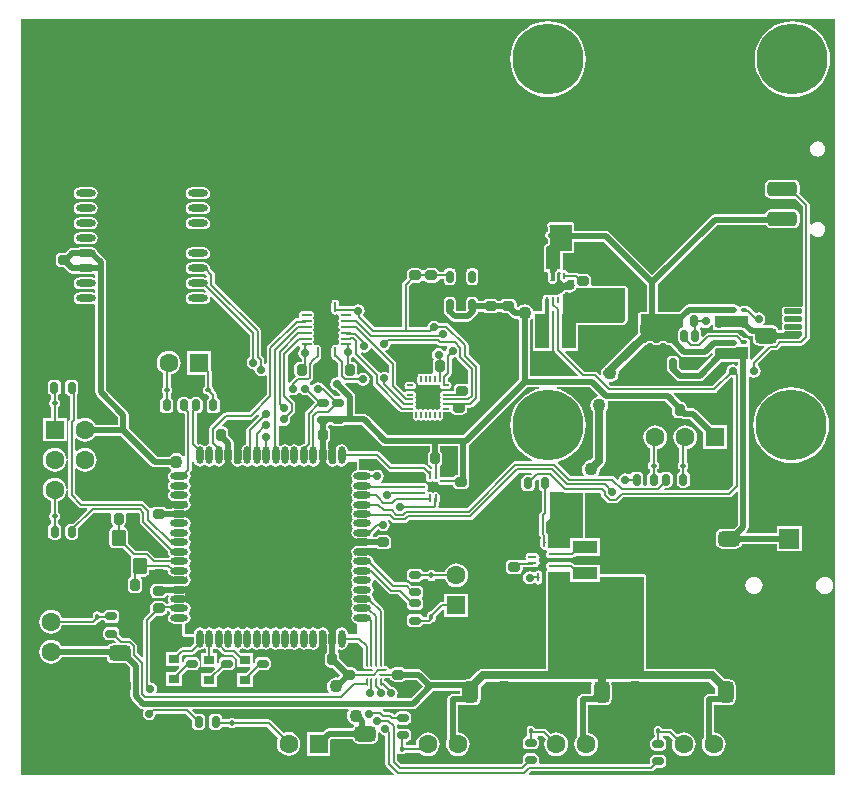
<source format=gtl>
G04*
G04 #@! TF.GenerationSoftware,Altium Limited,Altium Designer,18.1.7 (191)*
G04*
G04 Layer_Physical_Order=1*
G04 Layer_Color=255*
%FSAX44Y44*%
%MOMM*%
G71*
G01*
G75*
%ADD12C,0.2000*%
%ADD15C,0.1500*%
G04:AMPARAMS|DCode=16|XSize=4mm|YSize=2.5mm|CornerRadius=0.625mm|HoleSize=0mm|Usage=FLASHONLY|Rotation=0.000|XOffset=0mm|YOffset=0mm|HoleType=Round|Shape=RoundedRectangle|*
%AMROUNDEDRECTD16*
21,1,4.0000,1.2500,0,0,0.0*
21,1,2.7500,2.5000,0,0,0.0*
1,1,1.2500,1.3750,-0.6250*
1,1,1.2500,-1.3750,-0.6250*
1,1,1.2500,-1.3750,0.6250*
1,1,1.2500,1.3750,0.6250*
%
%ADD16ROUNDEDRECTD16*%
G04:AMPARAMS|DCode=17|XSize=0.3mm|YSize=0.5mm|CornerRadius=0.075mm|HoleSize=0mm|Usage=FLASHONLY|Rotation=0.000|XOffset=0mm|YOffset=0mm|HoleType=Round|Shape=RoundedRectangle|*
%AMROUNDEDRECTD17*
21,1,0.3000,0.3500,0,0,0.0*
21,1,0.1500,0.5000,0,0,0.0*
1,1,0.1500,0.0750,-0.1750*
1,1,0.1500,-0.0750,-0.1750*
1,1,0.1500,-0.0750,0.1750*
1,1,0.1500,0.0750,0.1750*
%
%ADD17ROUNDEDRECTD17*%
G04:AMPARAMS|DCode=18|XSize=0.95mm|YSize=0.7mm|CornerRadius=0.175mm|HoleSize=0mm|Usage=FLASHONLY|Rotation=270.000|XOffset=0mm|YOffset=0mm|HoleType=Round|Shape=RoundedRectangle|*
%AMROUNDEDRECTD18*
21,1,0.9500,0.3500,0,0,270.0*
21,1,0.6000,0.7000,0,0,270.0*
1,1,0.3500,-0.1750,-0.3000*
1,1,0.3500,-0.1750,0.3000*
1,1,0.3500,0.1750,0.3000*
1,1,0.3500,0.1750,-0.3000*
%
%ADD18ROUNDEDRECTD18*%
%ADD19O,0.8000X0.2500*%
%ADD20O,0.2500X0.8000*%
%ADD21O,1.5000X0.2500*%
%ADD22O,1.9000X0.2500*%
G04:AMPARAMS|DCode=23|XSize=1mm|YSize=0.8mm|CornerRadius=0.2mm|HoleSize=0mm|Usage=FLASHONLY|Rotation=180.000|XOffset=0mm|YOffset=0mm|HoleType=Round|Shape=RoundedRectangle|*
%AMROUNDEDRECTD23*
21,1,1.0000,0.4000,0,0,180.0*
21,1,0.6000,0.8000,0,0,180.0*
1,1,0.4000,-0.3000,0.2000*
1,1,0.4000,0.3000,0.2000*
1,1,0.4000,0.3000,-0.2000*
1,1,0.4000,-0.3000,-0.2000*
%
%ADD23ROUNDEDRECTD23*%
G04:AMPARAMS|DCode=24|XSize=0.3mm|YSize=0.5mm|CornerRadius=0.075mm|HoleSize=0mm|Usage=FLASHONLY|Rotation=270.000|XOffset=0mm|YOffset=0mm|HoleType=Round|Shape=RoundedRectangle|*
%AMROUNDEDRECTD24*
21,1,0.3000,0.3500,0,0,270.0*
21,1,0.1500,0.5000,0,0,270.0*
1,1,0.1500,-0.1750,-0.0750*
1,1,0.1500,-0.1750,0.0750*
1,1,0.1500,0.1750,0.0750*
1,1,0.1500,0.1750,-0.0750*
%
%ADD24ROUNDEDRECTD24*%
G04:AMPARAMS|DCode=25|XSize=1.8mm|YSize=1.3mm|CornerRadius=0.325mm|HoleSize=0mm|Usage=FLASHONLY|Rotation=270.000|XOffset=0mm|YOffset=0mm|HoleType=Round|Shape=RoundedRectangle|*
%AMROUNDEDRECTD25*
21,1,1.8000,0.6500,0,0,270.0*
21,1,1.1500,1.3000,0,0,270.0*
1,1,0.6500,-0.3250,-0.5750*
1,1,0.6500,-0.3250,0.5750*
1,1,0.6500,0.3250,0.5750*
1,1,0.6500,0.3250,-0.5750*
%
%ADD25ROUNDEDRECTD25*%
G04:AMPARAMS|DCode=26|XSize=0.95mm|YSize=0.7mm|CornerRadius=0.175mm|HoleSize=0mm|Usage=FLASHONLY|Rotation=180.000|XOffset=0mm|YOffset=0mm|HoleType=Round|Shape=RoundedRectangle|*
%AMROUNDEDRECTD26*
21,1,0.9500,0.3500,0,0,180.0*
21,1,0.6000,0.7000,0,0,180.0*
1,1,0.3500,-0.3000,0.1750*
1,1,0.3500,0.3000,0.1750*
1,1,0.3500,0.3000,-0.1750*
1,1,0.3500,-0.3000,-0.1750*
%
%ADD26ROUNDEDRECTD26*%
G04:AMPARAMS|DCode=27|XSize=1mm|YSize=0.8mm|CornerRadius=0.2mm|HoleSize=0mm|Usage=FLASHONLY|Rotation=90.000|XOffset=0mm|YOffset=0mm|HoleType=Round|Shape=RoundedRectangle|*
%AMROUNDEDRECTD27*
21,1,1.0000,0.4000,0,0,90.0*
21,1,0.6000,0.8000,0,0,90.0*
1,1,0.4000,0.2000,0.3000*
1,1,0.4000,0.2000,-0.3000*
1,1,0.4000,-0.2000,-0.3000*
1,1,0.4000,-0.2000,0.3000*
%
%ADD27ROUNDEDRECTD27*%
%ADD28R,2.1400X1.1000*%
G04:AMPARAMS|DCode=29|XSize=1.8mm|YSize=1.3mm|CornerRadius=0.325mm|HoleSize=0mm|Usage=FLASHONLY|Rotation=180.000|XOffset=0mm|YOffset=0mm|HoleType=Round|Shape=RoundedRectangle|*
%AMROUNDEDRECTD29*
21,1,1.8000,0.6500,0,0,180.0*
21,1,1.1500,1.3000,0,0,180.0*
1,1,0.6500,-0.5750,0.3250*
1,1,0.6500,0.5750,0.3250*
1,1,0.6500,0.5750,-0.3250*
1,1,0.6500,-0.5750,-0.3250*
%
%ADD29ROUNDEDRECTD29*%
%ADD30R,2.0500X2.5500*%
%ADD31O,0.2500X0.9000*%
%ADD32O,0.9000X0.2500*%
%ADD33O,1.6500X0.6000*%
%ADD34R,0.8700X0.2350*%
%ADD35O,0.6500X0.3000*%
G04:AMPARAMS|DCode=36|XSize=0.6mm|YSize=1mm|CornerRadius=0.15mm|HoleSize=0mm|Usage=FLASHONLY|Rotation=180.000|XOffset=0mm|YOffset=0mm|HoleType=Round|Shape=RoundedRectangle|*
%AMROUNDEDRECTD36*
21,1,0.6000,0.7000,0,0,180.0*
21,1,0.3000,1.0000,0,0,180.0*
1,1,0.3000,-0.1500,0.3500*
1,1,0.3000,0.1500,0.3500*
1,1,0.3000,0.1500,-0.3500*
1,1,0.3000,-0.1500,-0.3500*
%
%ADD36ROUNDEDRECTD36*%
%ADD37R,1.1900X2.9900*%
%ADD38R,1.2000X0.6000*%
%ADD39O,0.2500X0.6500*%
G04:AMPARAMS|DCode=40|XSize=0.2mm|YSize=0.6mm|CornerRadius=0.05mm|HoleSize=0mm|Usage=FLASHONLY|Rotation=180.000|XOffset=0mm|YOffset=0mm|HoleType=Round|Shape=RoundedRectangle|*
%AMROUNDEDRECTD40*
21,1,0.2000,0.5000,0,0,180.0*
21,1,0.1000,0.6000,0,0,180.0*
1,1,0.1000,-0.0500,0.2500*
1,1,0.1000,0.0500,0.2500*
1,1,0.1000,0.0500,-0.2500*
1,1,0.1000,-0.0500,-0.2500*
%
%ADD40ROUNDEDRECTD40*%
G04:AMPARAMS|DCode=41|XSize=0.2mm|YSize=0.6mm|CornerRadius=0.05mm|HoleSize=0mm|Usage=FLASHONLY|Rotation=270.000|XOffset=0mm|YOffset=0mm|HoleType=Round|Shape=RoundedRectangle|*
%AMROUNDEDRECTD41*
21,1,0.2000,0.5000,0,0,270.0*
21,1,0.1000,0.6000,0,0,270.0*
1,1,0.1000,-0.2500,-0.0500*
1,1,0.1000,-0.2500,0.0500*
1,1,0.1000,0.2500,0.0500*
1,1,0.1000,0.2500,-0.0500*
%
%ADD41ROUNDEDRECTD41*%
%ADD42O,0.2000X0.6000*%
%ADD43O,0.6000X0.2000*%
%ADD44R,1.5400X1.7000*%
%ADD45O,0.7500X0.2500*%
%ADD46O,0.2500X0.7500*%
%ADD47O,1.5000X0.6000*%
%ADD48O,0.6000X1.5000*%
G04:AMPARAMS|DCode=49|XSize=1.4mm|YSize=1.15mm|CornerRadius=0.1725mm|HoleSize=0mm|Usage=FLASHONLY|Rotation=270.000|XOffset=0mm|YOffset=0mm|HoleType=Round|Shape=RoundedRectangle|*
%AMROUNDEDRECTD49*
21,1,1.4000,0.8050,0,0,270.0*
21,1,1.0550,1.1500,0,0,270.0*
1,1,0.3450,-0.4025,-0.5275*
1,1,0.3450,-0.4025,0.5275*
1,1,0.3450,0.4025,0.5275*
1,1,0.3450,0.4025,-0.5275*
%
%ADD49ROUNDEDRECTD49*%
%ADD50R,0.9500X0.8000*%
G04:AMPARAMS|DCode=51|XSize=1.2mm|YSize=2.5mm|CornerRadius=0.3mm|HoleSize=0mm|Usage=FLASHONLY|Rotation=90.000|XOffset=0mm|YOffset=0mm|HoleType=Round|Shape=RoundedRectangle|*
%AMROUNDEDRECTD51*
21,1,1.2000,1.9000,0,0,90.0*
21,1,0.6000,2.5000,0,0,90.0*
1,1,0.6000,0.9500,0.3000*
1,1,0.6000,0.9500,-0.3000*
1,1,0.6000,-0.9500,-0.3000*
1,1,0.6000,-0.9500,0.3000*
%
%ADD51ROUNDEDRECTD51*%
G04:AMPARAMS|DCode=52|XSize=2.2mm|YSize=1.3mm|CornerRadius=0.325mm|HoleSize=0mm|Usage=FLASHONLY|Rotation=270.000|XOffset=0mm|YOffset=0mm|HoleType=Round|Shape=RoundedRectangle|*
%AMROUNDEDRECTD52*
21,1,2.2000,0.6500,0,0,270.0*
21,1,1.5500,1.3000,0,0,270.0*
1,1,0.6500,-0.3250,-0.7750*
1,1,0.6500,-0.3250,0.7750*
1,1,0.6500,0.3250,0.7750*
1,1,0.6500,0.3250,-0.7750*
%
%ADD52ROUNDEDRECTD52*%
G04:AMPARAMS|DCode=53|XSize=0.45mm|YSize=1.5mm|CornerRadius=0.1125mm|HoleSize=0mm|Usage=FLASHONLY|Rotation=270.000|XOffset=0mm|YOffset=0mm|HoleType=Round|Shape=RoundedRectangle|*
%AMROUNDEDRECTD53*
21,1,0.4500,1.2750,0,0,270.0*
21,1,0.2250,1.5000,0,0,270.0*
1,1,0.2250,-0.6375,-0.1125*
1,1,0.2250,-0.6375,0.1125*
1,1,0.2250,0.6375,0.1125*
1,1,0.2250,0.6375,-0.1125*
%
%ADD53ROUNDEDRECTD53*%
%ADD92C,1.7000*%
%ADD94R,1.7000X1.7000*%
%ADD96C,1.6000*%
%ADD103C,0.5000*%
%ADD104C,0.7000*%
%ADD105C,0.3000*%
%ADD106C,0.3500*%
%ADD107R,1.8000X0.9500*%
%ADD108R,1.6000X1.6000*%
%ADD109R,1.6000X1.6000*%
%ADD110C,6.0000*%
%ADD111C,1.5000*%
%ADD112C,1.1000*%
%ADD113C,0.7000*%
%ADD114C,0.5000*%
G36*
X00694941Y00005059D02*
X00435701D01*
X00435215Y00006232D01*
X00437174Y00008191D01*
X00539250D01*
X00539250Y00008191D01*
X00540420Y00008424D01*
X00541413Y00009087D01*
X00543502Y00011177D01*
X00548000D01*
X00549463Y00011468D01*
X00550704Y00012296D01*
X00551532Y00013537D01*
X00551824Y00015000D01*
Y00018500D01*
X00551532Y00019963D01*
X00550704Y00021204D01*
X00549463Y00022032D01*
X00548000Y00022324D01*
X00542000D01*
X00540537Y00022032D01*
X00539296Y00021204D01*
X00538468Y00019963D01*
X00538176Y00018500D01*
Y00015000D01*
X00537033Y00014309D01*
X00444782D01*
X00443740Y00015579D01*
X00443823Y00016000D01*
Y00019500D01*
X00443532Y00020963D01*
X00442704Y00022204D01*
X00441463Y00023032D01*
X00440000Y00023323D01*
X00434000D01*
X00432537Y00023032D01*
X00431296Y00022204D01*
X00430468Y00020963D01*
X00430177Y00019500D01*
Y00016000D01*
X00430259Y00015585D01*
X00428733Y00014059D01*
X00327464D01*
X00324059Y00017464D01*
Y00022790D01*
X00324982Y00023155D01*
X00325329Y00023226D01*
X00326177Y00022660D01*
X00327250Y00022446D01*
X00328750D01*
X00329823Y00022660D01*
X00330733Y00023267D01*
X00331183Y00023941D01*
X00342812D01*
X00342868Y00023868D01*
X00344957Y00022265D01*
X00347389Y00021257D01*
X00350000Y00020914D01*
X00352611Y00021257D01*
X00355043Y00022265D01*
X00357132Y00023868D01*
X00358735Y00025957D01*
X00359743Y00028389D01*
X00360086Y00031000D01*
X00359743Y00033610D01*
X00358735Y00036043D01*
X00357132Y00038132D01*
X00355043Y00039735D01*
X00352611Y00040743D01*
X00350000Y00041086D01*
X00347389Y00040743D01*
X00344957Y00039735D01*
X00342868Y00038132D01*
X00341265Y00036043D01*
X00340257Y00033610D01*
X00339914Y00031000D01*
X00339088Y00030059D01*
X00331183D01*
X00331059Y00030245D01*
Y00033177D01*
X00332000D01*
X00333463Y00033468D01*
X00334704Y00034296D01*
X00335532Y00035537D01*
X00335824Y00037000D01*
Y00040500D01*
X00335532Y00041963D01*
X00334704Y00043204D01*
X00333463Y00044032D01*
X00332000Y00044324D01*
X00326000D01*
X00325329Y00044190D01*
X00324059Y00045124D01*
Y00046192D01*
X00324059Y00046192D01*
X00323919Y00046894D01*
X00324048Y00047118D01*
X00324821Y00047845D01*
X00324917Y00047892D01*
X00326000Y00047677D01*
X00332000D01*
X00333463Y00047968D01*
X00334704Y00048796D01*
X00335532Y00050037D01*
X00335824Y00051500D01*
Y00055000D01*
X00335532Y00056463D01*
X00334704Y00057704D01*
X00333463Y00058532D01*
X00332000Y00058823D01*
X00326000D01*
X00324537Y00058532D01*
X00323296Y00057704D01*
X00322468Y00056463D01*
X00322387Y00056059D01*
X00321116D01*
X00320012Y00057163D01*
X00319020Y00057826D01*
X00317849Y00058059D01*
X00317849Y00058059D01*
X00313459D01*
X00311876Y00059642D01*
X00311878Y00059732D01*
X00312272Y00060912D01*
X00337500D01*
X00339256Y00061261D01*
X00340744Y00062256D01*
X00354901Y00076412D01*
X00377397D01*
Y00073588D01*
X00371000D01*
X00369244Y00073239D01*
X00367756Y00072244D01*
X00367532Y00071909D01*
X00367267Y00071733D01*
X00366660Y00070823D01*
X00366446Y00069750D01*
Y00069172D01*
X00366412Y00069000D01*
Y00036000D01*
X00366488Y00035616D01*
X00365657Y00033610D01*
X00365314Y00031000D01*
X00365657Y00028389D01*
X00366665Y00025957D01*
X00368268Y00023868D01*
X00370357Y00022265D01*
X00372789Y00021257D01*
X00375400Y00020914D01*
X00378010Y00021257D01*
X00380443Y00022265D01*
X00382532Y00023868D01*
X00384135Y00025957D01*
X00385143Y00028389D01*
X00385486Y00031000D01*
X00385143Y00033610D01*
X00384135Y00036043D01*
X00382532Y00038132D01*
X00380443Y00039735D01*
X00378010Y00040743D01*
X00375588Y00041062D01*
Y00064412D01*
X00380541D01*
X00380701Y00064305D01*
X00382750Y00063897D01*
X00389250D01*
X00391298Y00064305D01*
X00393035Y00065465D01*
X00394195Y00067202D01*
X00394603Y00069250D01*
Y00079672D01*
X00398823Y00083892D01*
X00488220D01*
X00488457Y00083448D01*
X00488770Y00082622D01*
X00488397Y00080750D01*
Y00073588D01*
X00481000D01*
X00479244Y00073239D01*
X00477756Y00072244D01*
X00477532Y00071909D01*
X00477267Y00071733D01*
X00476660Y00070823D01*
X00476446Y00069750D01*
Y00069172D01*
X00476412Y00069000D01*
Y00037538D01*
X00475265Y00036043D01*
X00474257Y00033610D01*
X00473914Y00031000D01*
X00474257Y00028389D01*
X00475265Y00025957D01*
X00476868Y00023868D01*
X00478957Y00022265D01*
X00481390Y00021257D01*
X00484000Y00020914D01*
X00486610Y00021257D01*
X00489043Y00022265D01*
X00491132Y00023868D01*
X00492735Y00025957D01*
X00493743Y00028389D01*
X00494086Y00031000D01*
X00493743Y00033610D01*
X00492735Y00036043D01*
X00491132Y00038132D01*
X00489043Y00039735D01*
X00486610Y00040743D01*
X00485588Y00040877D01*
Y00064412D01*
X00491000D01*
X00491417Y00064495D01*
X00491702Y00064305D01*
X00493750Y00063897D01*
X00500250D01*
X00502298Y00064305D01*
X00504035Y00065465D01*
X00505195Y00067202D01*
X00505603Y00069250D01*
Y00080750D01*
X00505230Y00082622D01*
X00505542Y00083448D01*
X00505780Y00083892D01*
X00588177D01*
X00593397Y00078672D01*
Y00073588D01*
X00588000D01*
X00586244Y00073239D01*
X00584756Y00072244D01*
X00584532Y00071909D01*
X00584267Y00071733D01*
X00583660Y00070823D01*
X00583446Y00069750D01*
Y00069172D01*
X00583412Y00069000D01*
Y00036234D01*
X00583265Y00036043D01*
X00582257Y00033610D01*
X00581914Y00031000D01*
X00582257Y00028389D01*
X00583265Y00025957D01*
X00584868Y00023868D01*
X00586957Y00022265D01*
X00589389Y00021257D01*
X00592000Y00020914D01*
X00594610Y00021257D01*
X00597043Y00022265D01*
X00599132Y00023868D01*
X00600735Y00025957D01*
X00601743Y00028389D01*
X00602086Y00031000D01*
X00601743Y00033610D01*
X00600735Y00036043D01*
X00599132Y00038132D01*
X00597043Y00039735D01*
X00594610Y00040743D01*
X00592588Y00041009D01*
Y00064412D01*
X00596000D01*
X00596417Y00064495D01*
X00596702Y00064305D01*
X00598750Y00063897D01*
X00605250D01*
X00607299Y00064305D01*
X00609035Y00065465D01*
X00610195Y00067202D01*
X00610603Y00069250D01*
Y00080750D01*
X00610195Y00082798D01*
X00609035Y00084535D01*
X00607299Y00085695D01*
X00605250Y00086103D01*
X00601828D01*
X00594465Y00093465D01*
X00592646Y00094681D01*
X00590500Y00095108D01*
X00535039D01*
Y00173000D01*
X00534884Y00173780D01*
X00534442Y00174442D01*
X00533780Y00174884D01*
X00533000Y00175039D01*
X00495700D01*
Y00183200D01*
X00474126D01*
X00473165Y00184161D01*
X00472173Y00184824D01*
X00471002Y00185057D01*
X00471002Y00185057D01*
X00466775D01*
X00466768Y00185061D01*
X00465500Y00185314D01*
X00453000D01*
X00451732Y00185061D01*
X00450657Y00184343D01*
X00449939Y00183268D01*
X00449686Y00182000D01*
X00449939Y00180732D01*
X00450482Y00179919D01*
X00450558Y00178442D01*
X00450116Y00177780D01*
X00449961Y00177000D01*
Y00095108D01*
X00396500D01*
X00394354Y00094681D01*
X00392535Y00093465D01*
X00385172Y00086103D01*
X00382750D01*
X00380701Y00085695D01*
X00380541Y00085588D01*
X00352901D01*
X00345244Y00093244D01*
X00343756Y00094239D01*
X00342000Y00094588D01*
X00331081D01*
X00330884Y00094884D01*
X00329561Y00095768D01*
X00328000Y00096078D01*
X00322000D01*
X00320439Y00095768D01*
X00319116Y00094884D01*
X00318982Y00094683D01*
X00317255Y00094358D01*
X00317049Y00094500D01*
X00316855Y00095475D01*
X00316302Y00096302D01*
X00315475Y00096855D01*
X00314500Y00097049D01*
X00313419D01*
X00313049Y00097500D01*
Y00100950D01*
X00313059Y00101000D01*
Y00143485D01*
X00313059Y00143485D01*
X00312826Y00144656D01*
X00312163Y00145648D01*
X00312163Y00145648D01*
X00304050Y00153761D01*
X00304098Y00154000D01*
X00303710Y00155951D01*
X00302945Y00157095D01*
X00302708Y00158000D01*
X00302945Y00158905D01*
X00303710Y00160049D01*
X00304098Y00162000D01*
X00303710Y00163951D01*
X00302945Y00165095D01*
X00302708Y00166000D01*
X00302945Y00166905D01*
X00303710Y00168049D01*
X00304033Y00169674D01*
X00305243Y00170260D01*
X00316665Y00158837D01*
X00317658Y00158174D01*
X00318828Y00157941D01*
X00318829Y00157941D01*
X00324733D01*
X00332177Y00150498D01*
Y00148500D01*
X00332468Y00147037D01*
X00333296Y00145796D01*
X00334537Y00144968D01*
X00336000Y00144677D01*
X00342000D01*
X00343463Y00144968D01*
X00344704Y00145796D01*
X00345532Y00147037D01*
X00345823Y00148500D01*
Y00152000D01*
X00345532Y00153463D01*
X00345060Y00154171D01*
X00344704Y00155296D01*
X00345532Y00156537D01*
X00345824Y00158000D01*
Y00161500D01*
X00345532Y00162963D01*
X00344704Y00164204D01*
X00343463Y00165032D01*
X00342000Y00165323D01*
X00336002D01*
X00334163Y00167163D01*
X00333171Y00167826D01*
X00332000Y00168059D01*
X00332000Y00168059D01*
X00321752D01*
X00304050Y00185761D01*
X00304098Y00186000D01*
X00303710Y00187951D01*
X00302605Y00189605D01*
X00300951Y00190710D01*
X00299000Y00191098D01*
X00290000D01*
X00288206Y00190741D01*
X00288027Y00191421D01*
X00287880Y00191725D01*
X00287750Y00192038D01*
X00287211Y00192845D01*
X00286981Y00194000D01*
X00287211Y00195155D01*
X00287865Y00196135D01*
X00288845Y00196789D01*
X00289706Y00196960D01*
X00290000Y00196902D01*
X00299000D01*
X00300951Y00197290D01*
X00301133Y00197412D01*
X00305919D01*
X00306116Y00197116D01*
X00307439Y00196232D01*
X00309000Y00195922D01*
X00315000D01*
X00316561Y00196232D01*
X00317884Y00197116D01*
X00318768Y00198439D01*
X00319078Y00200000D01*
Y00204000D01*
X00318768Y00205561D01*
X00317884Y00206884D01*
X00316561Y00207768D01*
X00315000Y00208078D01*
X00309000D01*
X00307439Y00207768D01*
X00306116Y00206884D01*
X00305919Y00206588D01*
X00304081D01*
X00303482Y00207708D01*
X00303710Y00208049D01*
X00304041Y00209716D01*
X00307421Y00213095D01*
X00308035Y00213035D01*
X00309854Y00211819D01*
X00312000Y00211392D01*
X00314146Y00211819D01*
X00315965Y00213035D01*
X00317181Y00214854D01*
X00317608Y00217000D01*
X00317181Y00219146D01*
X00316471Y00220208D01*
X00317030Y00221657D01*
X00317140Y00221685D01*
X00319488Y00219337D01*
X00319488Y00219337D01*
X00320480Y00218674D01*
X00321651Y00218441D01*
X00330349D01*
X00330349Y00218441D01*
X00331520Y00218674D01*
X00332512Y00219337D01*
X00334116Y00220941D01*
X00386000D01*
X00386000Y00220941D01*
X00387170Y00221174D01*
X00388163Y00221837D01*
X00427017Y00260691D01*
X00437456D01*
X00437916Y00259581D01*
X00437096Y00258705D01*
X00436500Y00258824D01*
X00433000D01*
X00431537Y00258532D01*
X00430296Y00257704D01*
X00429468Y00256463D01*
X00429177Y00255000D01*
Y00249000D01*
X00429468Y00247537D01*
X00430296Y00246296D01*
X00431537Y00245468D01*
X00433000Y00245177D01*
X00436500D01*
X00437963Y00245468D01*
X00439204Y00246296D01*
X00440032Y00247537D01*
X00440323Y00249000D01*
Y00253248D01*
X00442458Y00255382D01*
X00443212Y00255146D01*
X00443677Y00254805D01*
Y00249000D01*
X00443968Y00247537D01*
X00444796Y00246296D01*
X00446037Y00245468D01*
X00446191Y00245437D01*
Y00228267D01*
X00444837Y00226913D01*
X00444174Y00225921D01*
X00443941Y00224750D01*
X00443941Y00224750D01*
Y00221071D01*
X00443941Y00221071D01*
X00443976Y00220894D01*
X00443941Y00220718D01*
Y00209000D01*
X00443941Y00209000D01*
X00444174Y00207829D01*
X00444837Y00206837D01*
X00445343Y00206331D01*
Y00205289D01*
X00445186Y00204500D01*
Y00199000D01*
X00445439Y00197732D01*
X00446157Y00196657D01*
X00447232Y00195939D01*
X00448500Y00195686D01*
X00449405Y00195867D01*
X00450531Y00195037D01*
X00450482Y00194081D01*
X00449939Y00193268D01*
X00449686Y00192000D01*
X00449939Y00190732D01*
X00450657Y00189657D01*
X00451732Y00188939D01*
X00453000Y00188686D01*
X00465500D01*
X00466768Y00188939D01*
X00466769Y00188939D01*
X00471998D01*
X00471998Y00188939D01*
X00473168Y00189172D01*
X00474161Y00189835D01*
X00475126Y00190800D01*
X00495700D01*
Y00205800D01*
X00483039D01*
X00483039Y00243941D01*
X00495733D01*
X00496441Y00243233D01*
Y00242308D01*
X00496441Y00242308D01*
X00496674Y00241137D01*
X00497337Y00240145D01*
X00501645Y00235837D01*
X00502637Y00235174D01*
X00503808Y00234941D01*
X00503808Y00234941D01*
X00509000D01*
X00509000Y00234941D01*
X00510171Y00235174D01*
X00511163Y00235837D01*
X00515267Y00239941D01*
X00605000D01*
X00605000Y00239941D01*
X00606171Y00240174D01*
X00607163Y00240837D01*
X00611239Y00244913D01*
X00612412Y00244427D01*
Y00216901D01*
X00609114Y00213603D01*
X00599250D01*
X00597202Y00213195D01*
X00595465Y00212035D01*
X00594305Y00210298D01*
X00593897Y00208250D01*
Y00201750D01*
X00594305Y00199702D01*
X00595465Y00197965D01*
X00597202Y00196805D01*
X00599250Y00196397D01*
X00610750D01*
X00612798Y00196805D01*
X00614535Y00197965D01*
X00615695Y00199702D01*
X00615837Y00200412D01*
X00645500D01*
Y00194500D01*
X00666500D01*
Y00215500D01*
X00645500D01*
Y00209588D01*
X00619736D01*
X00619250Y00210762D01*
X00620244Y00211756D01*
X00621239Y00213244D01*
X00621588Y00215000D01*
Y00341806D01*
X00622858Y00342485D01*
X00623854Y00341819D01*
X00626000Y00341392D01*
X00628146Y00341819D01*
X00629965Y00343035D01*
X00631181Y00344854D01*
X00631608Y00347000D01*
X00631181Y00349146D01*
X00629965Y00350965D01*
X00629159Y00351504D01*
X00629087Y00352762D01*
X00640767Y00364441D01*
X00644339D01*
X00644339Y00364441D01*
X00645509Y00364674D01*
X00646502Y00365337D01*
X00649606Y00368441D01*
X00665831D01*
X00665832Y00368441D01*
X00667002Y00368674D01*
X00667994Y00369337D01*
X00672663Y00374006D01*
X00672663Y00374006D01*
X00673326Y00374998D01*
X00673559Y00376169D01*
Y00462631D01*
X00674829Y00463062D01*
X00675364Y00462364D01*
X00676722Y00461322D01*
X00678303Y00460667D01*
X00680000Y00460444D01*
X00681697Y00460667D01*
X00683278Y00461322D01*
X00684636Y00462364D01*
X00685678Y00463722D01*
X00686333Y00465303D01*
X00686556Y00467000D01*
X00686333Y00468697D01*
X00685678Y00470278D01*
X00684636Y00471636D01*
X00683278Y00472678D01*
X00681697Y00473333D01*
X00680000Y00473556D01*
X00678303Y00473333D01*
X00676722Y00472678D01*
X00675364Y00471636D01*
X00674829Y00470938D01*
X00673559Y00471369D01*
Y00487500D01*
X00673326Y00488671D01*
X00672663Y00489663D01*
X00664553Y00497773D01*
X00664598Y00498000D01*
Y00504000D01*
X00664210Y00505951D01*
X00663105Y00507605D01*
X00661451Y00508710D01*
X00659500Y00509098D01*
X00640500D01*
X00638549Y00508710D01*
X00636895Y00507605D01*
X00635790Y00505951D01*
X00635402Y00504000D01*
Y00498000D01*
X00635790Y00496049D01*
X00636895Y00494395D01*
X00638549Y00493290D01*
X00640500Y00492902D01*
X00659500D01*
X00660561Y00493113D01*
X00667441Y00486233D01*
Y00402409D01*
X00666171Y00401650D01*
X00665371Y00401809D01*
X00652621D01*
X00651402Y00401567D01*
X00650368Y00400876D01*
X00649677Y00399842D01*
X00649435Y00398623D01*
Y00396373D01*
X00649677Y00395154D01*
X00650282Y00394248D01*
X00649677Y00393342D01*
X00649435Y00392123D01*
Y00389873D01*
X00649677Y00388654D01*
X00650282Y00387748D01*
X00649677Y00386842D01*
X00649435Y00385623D01*
Y00383373D01*
X00649537Y00382858D01*
X00648644Y00381588D01*
X00646837D01*
X00646695Y00382299D01*
X00645535Y00384035D01*
X00643798Y00385195D01*
X00641750Y00385603D01*
X00634108D01*
X00633723Y00386873D01*
X00633965Y00387035D01*
X00635181Y00388854D01*
X00635608Y00391000D01*
X00635181Y00393146D01*
X00633965Y00394965D01*
X00632146Y00396181D01*
X00630000Y00396608D01*
X00627854Y00396181D01*
X00627429Y00395897D01*
X00623163Y00400163D01*
X00622170Y00400826D01*
X00622153Y00400829D01*
X00622023Y00401023D01*
X00620866Y00401797D01*
X00619500Y00402069D01*
X00616000D01*
X00614634Y00401797D01*
X00614120Y00401453D01*
X00612850Y00401675D01*
X00612244Y00402244D01*
X00610756Y00403239D01*
X00609000Y00403588D01*
X00570750D01*
X00568994Y00403239D01*
X00567506Y00402244D01*
X00562301Y00397039D01*
X00544588D01*
Y00420099D01*
X00594901Y00470412D01*
X00636216D01*
X00636895Y00469395D01*
X00638549Y00468290D01*
X00640500Y00467902D01*
X00659500D01*
X00661451Y00468290D01*
X00663105Y00469395D01*
X00664210Y00471049D01*
X00664598Y00473000D01*
Y00479000D01*
X00664210Y00480951D01*
X00663105Y00482605D01*
X00661451Y00483710D01*
X00659500Y00484098D01*
X00640500D01*
X00638549Y00483710D01*
X00636895Y00482605D01*
X00635790Y00480951D01*
X00635519Y00479588D01*
X00593000D01*
X00591244Y00479239D01*
X00589756Y00478244D01*
X00540000Y00428489D01*
X00504244Y00464244D01*
X00502756Y00465239D01*
X00501000Y00465588D01*
X00474039D01*
Y00471000D01*
X00473884Y00471780D01*
X00473442Y00472442D01*
X00472780Y00472884D01*
X00472000Y00473039D01*
X00453470Y00473039D01*
X00453176Y00472981D01*
X00452878Y00472951D01*
X00452788Y00472904D01*
X00452689Y00472884D01*
X00452440Y00472718D01*
X00452176Y00472576D01*
X00452112Y00472498D01*
X00452028Y00472442D01*
X00451861Y00472193D01*
X00451671Y00471961D01*
X00450992Y00470691D01*
X00450905Y00470405D01*
X00450791Y00470128D01*
Y00470027D01*
X00450761Y00469930D01*
X00450791Y00469632D01*
Y00469332D01*
X00450829Y00469239D01*
X00450839Y00469138D01*
X00450980Y00468874D01*
X00451095Y00468597D01*
X00451260Y00468350D01*
X00451529Y00467000D01*
X00451260Y00465650D01*
X00450495Y00464505D01*
X00450234Y00464331D01*
X00450092Y00464189D01*
X00449925Y00464077D01*
X00449813Y00463910D01*
X00449672Y00463768D01*
X00449595Y00463582D01*
X00449483Y00463415D01*
X00449444Y00463218D01*
X00449367Y00463033D01*
Y00462832D01*
X00449328Y00462635D01*
Y00461365D01*
X00449367Y00461168D01*
Y00460967D01*
X00449444Y00460782D01*
X00449483Y00460585D01*
X00449595Y00460418D01*
X00449672Y00460232D01*
X00449813Y00460090D01*
X00449925Y00459923D01*
X00450092Y00459811D01*
X00450234Y00459669D01*
X00450495Y00459495D01*
X00451260Y00458350D01*
X00451529Y00457000D01*
X00451260Y00455650D01*
X00450495Y00454505D01*
X00449265Y00453683D01*
X00449220Y00453674D01*
X00449053Y00453562D01*
X00448867Y00453485D01*
X00448725Y00453344D01*
X00448558Y00453232D01*
X00448446Y00453065D01*
X00448304Y00452923D01*
X00448228Y00452737D01*
X00448116Y00452570D01*
X00448077Y00452373D01*
X00448000Y00452188D01*
X00448000Y00451987D01*
X00447961Y00451790D01*
Y00449000D01*
Y00433000D01*
X00448116Y00432220D01*
X00448558Y00431558D01*
X00449220Y00431116D01*
X00450000Y00430961D01*
X00451000D01*
Y00430960D01*
X00451077Y00430775D01*
X00451116Y00430578D01*
X00451228Y00430411D01*
X00451304Y00430225D01*
X00451640Y00429722D01*
X00451774Y00429049D01*
Y00425451D01*
X00451619Y00424668D01*
Y00424357D01*
X00451592Y00424047D01*
X00451619Y00423962D01*
Y00423872D01*
X00451738Y00423585D01*
X00451831Y00423288D01*
X00452340Y00422362D01*
X00452487Y00422188D01*
X00452602Y00421991D01*
X00452907Y00421646D01*
X00452957Y00421609D01*
X00452991Y00421558D01*
X00453272Y00421370D01*
X00453541Y00421166D01*
X00453601Y00421150D01*
X00453652Y00421116D01*
X00453984Y00421050D01*
X00454311Y00420964D01*
X00454372Y00420973D01*
X00454433Y00420961D01*
X00456683D01*
X00456966Y00421017D01*
X00457253Y00421042D01*
X00457353Y00421094D01*
X00457464Y00421116D01*
X00457703Y00421276D01*
X00457959Y00421409D01*
X00458031Y00421495D01*
X00458125Y00421558D01*
X00458285Y00421798D01*
X00458471Y00422018D01*
X00459168Y00423288D01*
X00459262Y00423585D01*
X00459381Y00423872D01*
Y00423962D01*
X00459408Y00424047D01*
X00459381Y00424357D01*
Y00424668D01*
X00459225Y00425451D01*
Y00429049D01*
X00459359Y00429722D01*
X00459627Y00430123D01*
X00460133Y00430461D01*
X00460223Y00430551D01*
X00460803Y00430663D01*
X00461438Y00430574D01*
X00462242Y00429529D01*
X00462186Y00429250D01*
Y00425250D01*
X00462439Y00423982D01*
X00463157Y00422907D01*
X00464232Y00422189D01*
X00465500Y00421936D01*
X00466768Y00422189D01*
X00467843Y00422907D01*
X00468561Y00423982D01*
X00468603Y00424191D01*
X00473922D01*
Y00421000D01*
X00474232Y00419439D01*
X00473768Y00418442D01*
X00473656Y00418275D01*
X00473514Y00418133D01*
X00473437Y00417947D01*
X00473326Y00417780D01*
X00473317Y00417735D01*
X00472495Y00416505D01*
X00471350Y00415740D01*
X00470000Y00415471D01*
X00468650Y00415740D01*
X00468403Y00415905D01*
X00468126Y00416020D01*
X00467862Y00416161D01*
X00467761Y00416171D01*
X00467668Y00416209D01*
X00467368D01*
X00467070Y00416239D01*
X00466973Y00416209D01*
X00466872D01*
X00466595Y00416095D01*
X00466309Y00416008D01*
X00465039Y00415329D01*
X00464807Y00415139D01*
X00464558Y00414972D01*
X00464502Y00414888D01*
X00464424Y00414824D01*
X00464282Y00414560D01*
X00464116Y00414311D01*
X00464096Y00414212D01*
X00464049Y00414123D01*
X00464040Y00414039D01*
X00464000D01*
X00463220Y00413884D01*
X00462558Y00413442D01*
X00462116Y00412780D01*
X00460781Y00412022D01*
X00460701Y00412024D01*
X00460500Y00412064D01*
X00459232Y00411811D01*
X00458996Y00411654D01*
X00458000Y00411170D01*
X00457004Y00411654D01*
X00456768Y00411811D01*
X00455500Y00412064D01*
X00454232Y00411811D01*
X00453996Y00411654D01*
X00453000Y00411170D01*
X00452004Y00411654D01*
X00451768Y00411811D01*
X00450500Y00412064D01*
X00449232Y00411811D01*
X00448157Y00411093D01*
X00447439Y00410018D01*
X00447186Y00408750D01*
Y00408541D01*
X00446968Y00408213D01*
X00446676Y00406750D01*
Y00397950D01*
X00439308D01*
X00439307Y00397958D01*
X00438551Y00399782D01*
X00437349Y00401349D01*
X00435782Y00402551D01*
X00433958Y00403307D01*
X00432000Y00403565D01*
X00430042Y00403307D01*
X00428218Y00402551D01*
X00426651Y00401349D01*
X00425089Y00401400D01*
X00425078Y00401410D01*
Y00404000D01*
X00424768Y00405561D01*
X00423884Y00406884D01*
X00422561Y00407768D01*
X00421000Y00408078D01*
X00415000D01*
X00413439Y00407768D01*
X00412116Y00406884D01*
X00411919Y00406588D01*
X00409081D01*
X00408884Y00406884D01*
X00407561Y00407768D01*
X00406000Y00408078D01*
X00400000D01*
X00398439Y00407768D01*
X00397116Y00406884D01*
X00396919Y00406588D01*
X00392551D01*
X00392297Y00407866D01*
X00391523Y00409023D01*
X00390366Y00409797D01*
X00389000Y00410069D01*
X00386000D01*
X00384634Y00409797D01*
X00383477Y00409023D01*
X00382703Y00407866D01*
X00382431Y00406500D01*
Y00402598D01*
X00382412Y00402500D01*
Y00402000D01*
X00382431Y00401902D01*
Y00399500D01*
X00382528Y00399016D01*
X00381600Y00398088D01*
X00374400D01*
X00373472Y00399016D01*
X00373568Y00399500D01*
Y00406500D01*
X00373297Y00407866D01*
X00372523Y00409023D01*
X00371366Y00409797D01*
X00370000Y00410069D01*
X00367000D01*
X00365634Y00409797D01*
X00364477Y00409023D01*
X00363703Y00407866D01*
X00363431Y00406500D01*
Y00400098D01*
X00363412Y00400000D01*
Y00398000D01*
X00363761Y00396244D01*
X00364756Y00394756D01*
X00369256Y00390256D01*
X00370744Y00389261D01*
X00372500Y00388912D01*
X00383500D01*
X00385256Y00389261D01*
X00386744Y00390256D01*
X00391244Y00394756D01*
X00392239Y00396244D01*
X00392471Y00397412D01*
X00396919D01*
X00397116Y00397116D01*
X00398439Y00396232D01*
X00400000Y00395922D01*
X00406000D01*
X00407561Y00396232D01*
X00408884Y00397116D01*
X00409081Y00397412D01*
X00411919D01*
X00412116Y00397116D01*
X00413439Y00396232D01*
X00415000Y00395922D01*
X00417590D01*
X00420756Y00392756D01*
X00422244Y00391761D01*
X00424000Y00391412D01*
X00426067D01*
X00426651Y00390651D01*
X00427412Y00390067D01*
Y00339901D01*
X00380099Y00292588D01*
X00315900D01*
X00299244Y00309244D01*
X00297756Y00310239D01*
X00296000Y00310588D01*
X00288588D01*
Y00325000D01*
X00288239Y00326756D01*
X00287244Y00328244D01*
X00279774Y00335714D01*
X00279792Y00335856D01*
X00280343Y00336941D01*
X00290429D01*
X00291035Y00336035D01*
X00292854Y00334819D01*
X00295000Y00334392D01*
X00297146Y00334819D01*
X00298965Y00336035D01*
X00300181Y00337854D01*
X00300608Y00340000D01*
X00300181Y00342146D01*
X00298965Y00343965D01*
X00297146Y00345181D01*
X00295000Y00345608D01*
X00292854Y00345181D01*
X00291188Y00344067D01*
X00290607Y00344273D01*
X00290018Y00344697D01*
X00290078Y00345000D01*
Y00351000D01*
X00289768Y00352561D01*
X00288884Y00353884D01*
X00287561Y00354768D01*
X00286000Y00355078D01*
X00285059D01*
Y00358429D01*
X00285528Y00358743D01*
X00286303Y00358937D01*
X00287244Y00358663D01*
X00303441Y00342466D01*
Y00336530D01*
X00303441Y00336530D01*
X00303674Y00335359D01*
X00304337Y00334367D01*
X00325867Y00312837D01*
X00325867Y00312837D01*
X00326859Y00312174D01*
X00328030Y00311941D01*
X00334657D01*
X00334657Y00311941D01*
X00334657Y00311941D01*
X00336941D01*
Y00308000D01*
X00337174Y00306829D01*
X00337837Y00305837D01*
X00338829Y00305174D01*
X00340000Y00304941D01*
X00341171Y00305174D01*
X00342000Y00305728D01*
X00342830Y00305174D01*
X00344000Y00304941D01*
X00345171Y00305174D01*
X00346000Y00305728D01*
X00346829Y00305174D01*
X00348000Y00304941D01*
X00349170Y00305174D01*
X00350000Y00305728D01*
X00350830Y00305174D01*
X00352000Y00304941D01*
X00353171Y00305174D01*
X00354000Y00305728D01*
X00354829Y00305174D01*
X00356000Y00304941D01*
X00357171Y00305174D01*
X00358000Y00305728D01*
X00358829Y00305174D01*
X00360000Y00304941D01*
X00361171Y00305174D01*
X00362163Y00305837D01*
X00362826Y00306829D01*
X00363059Y00308000D01*
Y00311941D01*
X00367000D01*
X00368171Y00312174D01*
X00368172Y00312175D01*
X00368187Y00312185D01*
X00369232Y00312439D01*
X00370116Y00311116D01*
X00371439Y00310232D01*
X00373000Y00309922D01*
X00379000D01*
X00380561Y00310232D01*
X00381884Y00311116D01*
X00382768Y00312439D01*
X00383078Y00314000D01*
Y00315941D01*
X00386000D01*
X00386000Y00315941D01*
X00387170Y00316174D01*
X00388163Y00316837D01*
X00393163Y00321837D01*
X00393826Y00322830D01*
X00394059Y00324000D01*
X00394059Y00324000D01*
Y00350657D01*
X00393826Y00351827D01*
X00393163Y00352820D01*
X00393163Y00352820D01*
X00384559Y00361424D01*
Y00368692D01*
X00384559Y00368692D01*
X00384326Y00369863D01*
X00383663Y00370855D01*
X00383663Y00370855D01*
X00367855Y00386663D01*
X00366863Y00387326D01*
X00365692Y00387559D01*
X00365692Y00387559D01*
X00359237D01*
X00358965Y00387965D01*
X00357146Y00389181D01*
X00355000Y00389608D01*
X00352854Y00389181D01*
X00351035Y00387965D01*
X00349819Y00386146D01*
X00349404Y00384059D01*
X00334059D01*
Y00418733D01*
X00337247Y00421922D01*
X00342000D01*
X00343561Y00422232D01*
X00344884Y00423116D01*
X00345236Y00423644D01*
X00346764D01*
X00347116Y00423116D01*
X00348439Y00422232D01*
X00350000Y00421922D01*
X00356000D01*
X00357561Y00422232D01*
X00358884Y00423116D01*
X00359768Y00424439D01*
X00359868Y00424941D01*
X00363431D01*
Y00423500D01*
X00363703Y00422134D01*
X00364477Y00420977D01*
X00365634Y00420203D01*
X00367000Y00419931D01*
X00370000D01*
X00371366Y00420203D01*
X00372523Y00420977D01*
X00373297Y00422134D01*
X00373568Y00423500D01*
Y00430500D01*
X00373297Y00431866D01*
X00372523Y00433023D01*
X00371366Y00433797D01*
X00370000Y00434069D01*
X00367000D01*
X00365634Y00433797D01*
X00364477Y00433023D01*
X00363703Y00431866D01*
X00363543Y00431059D01*
X00359868D01*
X00359768Y00431561D01*
X00358884Y00432884D01*
X00357561Y00433768D01*
X00356000Y00434078D01*
X00350000D01*
X00348439Y00433768D01*
X00347116Y00432884D01*
X00346764Y00432356D01*
X00345236D01*
X00344884Y00432884D01*
X00343561Y00433768D01*
X00342000Y00434078D01*
X00336000D01*
X00334439Y00433768D01*
X00333116Y00432884D01*
X00332232Y00431561D01*
X00331922Y00430000D01*
Y00426000D01*
X00332047Y00425372D01*
X00328837Y00422163D01*
X00328174Y00421171D01*
X00327941Y00420000D01*
X00327941Y00420000D01*
Y00384059D01*
X00304924D01*
X00295059Y00393924D01*
Y00394175D01*
X00296181Y00395854D01*
X00296608Y00398000D01*
X00296181Y00400146D01*
X00294965Y00401965D01*
X00293146Y00403181D01*
X00291000Y00403608D01*
X00288854Y00403181D01*
X00287035Y00401965D01*
X00286930Y00401809D01*
X00274814D01*
Y00404500D01*
X00274561Y00405768D01*
X00273843Y00406843D01*
X00272768Y00407561D01*
X00271500Y00407814D01*
X00270232Y00407561D01*
X00269157Y00406843D01*
X00268439Y00405768D01*
X00268186Y00404500D01*
Y00398000D01*
X00268439Y00396732D01*
X00269157Y00395657D01*
X00270232Y00394939D01*
X00271500Y00394686D01*
X00272768Y00394939D01*
X00273011Y00395101D01*
X00273717Y00394740D01*
X00274211Y00394375D01*
X00274438Y00393232D01*
X00274596Y00392996D01*
X00275081Y00392000D01*
X00274596Y00391004D01*
X00274438Y00390768D01*
X00274186Y00389500D01*
X00274438Y00388232D01*
X00274596Y00387996D01*
X00275081Y00387000D01*
X00274596Y00386004D01*
X00274438Y00385768D01*
X00274186Y00384500D01*
X00274438Y00383232D01*
X00275157Y00382157D01*
Y00381843D01*
X00274438Y00380768D01*
X00274186Y00379500D01*
X00274438Y00378232D01*
X00274596Y00377996D01*
X00275081Y00377000D01*
X00274596Y00376004D01*
X00274438Y00375768D01*
X00274186Y00374500D01*
X00274438Y00373232D01*
X00274596Y00372996D01*
X00275081Y00372000D01*
X00274596Y00371004D01*
X00274438Y00370768D01*
X00274211Y00369625D01*
X00273717Y00369260D01*
X00273011Y00368899D01*
X00272768Y00369061D01*
X00271500Y00369314D01*
X00270232Y00369061D01*
X00269157Y00368343D01*
X00268439Y00367268D01*
X00268186Y00366000D01*
Y00359500D01*
X00268439Y00358232D01*
X00269157Y00357157D01*
X00270232Y00356439D01*
X00271485Y00356189D01*
X00273941Y00353733D01*
Y00353071D01*
X00273941Y00353071D01*
X00273941Y00353071D01*
Y00342929D01*
X00273941Y00342929D01*
X00273985Y00342707D01*
X00273022Y00341632D01*
X00272913Y00341590D01*
X00270854Y00341181D01*
X00269035Y00339965D01*
X00267819Y00338146D01*
X00267392Y00336000D01*
X00267819Y00333854D01*
X00269035Y00332035D01*
X00270854Y00330819D01*
X00271900Y00330611D01*
X00275515Y00326997D01*
X00275029Y00325824D01*
X00271502D01*
X00263163Y00334163D01*
X00262171Y00334826D01*
X00261658Y00334928D01*
X00260965Y00335965D01*
X00259146Y00337181D01*
X00257000Y00337608D01*
X00254854Y00337181D01*
X00253035Y00335965D01*
X00252249Y00334789D01*
X00250751Y00334789D01*
X00249965Y00335965D01*
X00249966Y00336041D01*
X00250210Y00337328D01*
X00250971Y00337837D01*
X00252163Y00339029D01*
X00252163Y00339029D01*
X00252826Y00340022D01*
X00253059Y00341192D01*
X00253059Y00341192D01*
Y00351804D01*
X00255092Y00353837D01*
X00255092Y00353837D01*
X00257675Y00356420D01*
X00257768Y00356439D01*
X00258843Y00357157D01*
X00259561Y00358232D01*
X00259814Y00359500D01*
Y00366000D01*
X00259561Y00367268D01*
X00258843Y00368343D01*
X00257768Y00369061D01*
X00256500Y00369314D01*
X00255232Y00369061D01*
X00254989Y00368899D01*
X00254283Y00369260D01*
X00253789Y00369625D01*
X00253561Y00370768D01*
X00252843Y00371843D01*
Y00372157D01*
X00253561Y00373232D01*
X00253814Y00374500D01*
X00253561Y00375768D01*
X00253404Y00376004D01*
X00252919Y00377000D01*
X00253404Y00377996D01*
X00253561Y00378232D01*
X00253814Y00379500D01*
X00253561Y00380768D01*
X00252843Y00381843D01*
Y00382157D01*
X00253561Y00383232D01*
X00253814Y00384500D01*
X00253561Y00385768D01*
X00253404Y00386004D01*
X00252919Y00387000D01*
X00253404Y00387996D01*
X00253561Y00388232D01*
X00253814Y00389500D01*
X00253561Y00390768D01*
X00252843Y00391843D01*
Y00392157D01*
X00253561Y00393232D01*
X00253814Y00394500D01*
X00253561Y00395768D01*
X00252843Y00396843D01*
X00251768Y00397561D01*
X00250500Y00397814D01*
X00244000D01*
X00242732Y00397561D01*
X00241657Y00396843D01*
X00240938Y00395768D01*
X00240686Y00394500D01*
X00240938Y00393232D01*
X00241041Y00393079D01*
X00240362Y00391809D01*
X00238750D01*
X00237579Y00391576D01*
X00236587Y00390913D01*
X00236587Y00390913D01*
X00214337Y00368663D01*
X00213674Y00367671D01*
X00213441Y00366500D01*
X00213441Y00366500D01*
Y00353926D01*
X00212171Y00353219D01*
X00211559Y00353599D01*
Y00356692D01*
X00211326Y00357863D01*
X00210663Y00358855D01*
X00210663Y00358855D01*
X00209059Y00360459D01*
Y00380657D01*
X00208826Y00381827D01*
X00208163Y00382820D01*
X00208163Y00382820D01*
X00169559Y00421424D01*
Y00428500D01*
X00169559Y00428500D01*
X00169326Y00429671D01*
X00168663Y00430663D01*
X00165561Y00433765D01*
X00165598Y00433950D01*
X00165210Y00435901D01*
X00164105Y00437555D01*
X00162451Y00438660D01*
X00160500Y00439048D01*
X00150000D01*
X00148049Y00438660D01*
X00146395Y00437555D01*
X00145290Y00435901D01*
X00144902Y00433950D01*
X00145290Y00431999D01*
X00146395Y00430345D01*
X00148049Y00429240D01*
X00150000Y00428852D01*
X00160500D01*
X00161603Y00429071D01*
X00162849Y00427826D01*
X00162754Y00427037D01*
X00161483Y00426152D01*
X00160500Y00426348D01*
X00150000D01*
X00148049Y00425960D01*
X00146395Y00424855D01*
X00145290Y00423201D01*
X00144902Y00421250D01*
X00145290Y00419299D01*
X00146395Y00417645D01*
X00148049Y00416540D01*
X00150000Y00416152D01*
X00160500D01*
X00160518Y00416156D01*
X00162037Y00414637D01*
X00161412Y00413467D01*
X00160500Y00413648D01*
X00150000D01*
X00148049Y00413260D01*
X00146395Y00412155D01*
X00145290Y00410501D01*
X00144902Y00408550D01*
X00145290Y00406599D01*
X00146395Y00404945D01*
X00148049Y00403840D01*
X00150000Y00403452D01*
X00160500D01*
X00162451Y00403840D01*
X00164105Y00404945D01*
X00165210Y00406599D01*
X00165598Y00408550D01*
X00165417Y00409462D01*
X00166587Y00410087D01*
X00198941Y00377733D01*
Y00358571D01*
X00198035Y00357965D01*
X00196819Y00356146D01*
X00196392Y00354000D01*
X00196819Y00351854D01*
X00198035Y00350035D01*
X00199854Y00348819D01*
X00202000Y00348392D01*
X00202285Y00348449D01*
X00203512Y00347398D01*
X00203819Y00345854D01*
X00205035Y00344035D01*
X00206854Y00342819D01*
X00209000Y00342392D01*
X00211146Y00342819D01*
X00212171Y00343504D01*
X00213441Y00342825D01*
Y00326767D01*
X00198733Y00312059D01*
X00178929D01*
X00178929Y00312059D01*
X00177758Y00311826D01*
X00176766Y00311163D01*
X00165837Y00300234D01*
X00165174Y00299242D01*
X00164941Y00298071D01*
X00164941Y00298071D01*
Y00286000D01*
X00164941Y00286000D01*
X00163871Y00284873D01*
X00163049Y00284710D01*
X00161905Y00283945D01*
X00161000Y00283708D01*
X00160095Y00283945D01*
X00158951Y00284710D01*
X00157000Y00285098D01*
X00155522Y00284804D01*
X00154059Y00286267D01*
Y00311176D01*
X00155500D01*
X00156963Y00311468D01*
X00158204Y00312296D01*
X00159032Y00313537D01*
X00159324Y00315000D01*
Y00321000D01*
X00159032Y00322463D01*
X00158204Y00323704D01*
X00156963Y00324532D01*
X00155500Y00324823D01*
X00152000D01*
X00150537Y00324532D01*
X00149296Y00323704D01*
X00149135Y00323462D01*
X00147865D01*
X00147704Y00323704D01*
X00146463Y00324532D01*
X00145000Y00324823D01*
X00141500D01*
X00140037Y00324532D01*
X00138796Y00323704D01*
X00137968Y00322463D01*
X00137676Y00321000D01*
Y00315000D01*
X00137968Y00313537D01*
X00138796Y00312296D01*
X00140037Y00311468D01*
X00141500Y00311176D01*
X00143498D01*
X00143941Y00310733D01*
Y00275360D01*
X00142671Y00274929D01*
X00142349Y00275349D01*
X00140782Y00276551D01*
X00138958Y00277307D01*
X00137000Y00277565D01*
X00135042Y00277307D01*
X00133218Y00276551D01*
X00131651Y00275349D01*
X00131067Y00274588D01*
X00120900D01*
X00096588Y00298901D01*
Y00310000D01*
X00096239Y00311756D01*
X00095244Y00313244D01*
X00077588Y00330900D01*
Y00439000D01*
X00077239Y00440756D01*
X00076244Y00442244D01*
X00070290Y00448199D01*
X00070210Y00448601D01*
X00069105Y00450255D01*
X00067451Y00451360D01*
X00065500Y00451748D01*
X00055000D01*
X00053049Y00451360D01*
X00052867Y00451238D01*
X00048650D01*
X00046894Y00450889D01*
X00045406Y00449894D01*
X00042590Y00447078D01*
X00039000D01*
X00037439Y00446768D01*
X00036116Y00445884D01*
X00035232Y00444561D01*
X00034922Y00443000D01*
Y00439000D01*
X00035232Y00437439D01*
X00036116Y00436116D01*
X00037439Y00435232D01*
X00039000Y00434922D01*
X00041590D01*
X00045806Y00430706D01*
X00047294Y00429711D01*
X00049050Y00429362D01*
X00052867D01*
X00053049Y00429240D01*
X00055000Y00428852D01*
X00065500D01*
X00067142Y00429179D01*
X00068227Y00428574D01*
X00068412Y00428415D01*
Y00426729D01*
X00067142Y00426021D01*
X00065500Y00426348D01*
X00055000D01*
X00053049Y00425960D01*
X00051395Y00424855D01*
X00050290Y00423201D01*
X00049902Y00421250D01*
X00050290Y00419299D01*
X00051395Y00417645D01*
X00053049Y00416540D01*
X00055000Y00416152D01*
X00065500D01*
X00067142Y00416479D01*
X00068412Y00415771D01*
Y00414029D01*
X00067142Y00413321D01*
X00065500Y00413648D01*
X00055000D01*
X00053049Y00413260D01*
X00051395Y00412155D01*
X00050290Y00410501D01*
X00049902Y00408550D01*
X00050290Y00406599D01*
X00051395Y00404945D01*
X00053049Y00403840D01*
X00055000Y00403452D01*
X00065500D01*
X00067142Y00403779D01*
X00068412Y00403071D01*
Y00329000D01*
X00068761Y00327244D01*
X00069756Y00325756D01*
X00087412Y00308099D01*
Y00301588D01*
X00068493D01*
X00068138Y00302445D01*
X00066535Y00304534D01*
X00064446Y00306136D01*
X00062014Y00307144D01*
X00059403Y00307488D01*
X00056792Y00307144D01*
X00054360Y00306136D01*
X00054329Y00306113D01*
X00053059Y00306739D01*
Y00327828D01*
X00053532Y00328537D01*
X00053823Y00330000D01*
Y00336000D01*
X00053532Y00337463D01*
X00052704Y00338704D01*
X00051463Y00339532D01*
X00050000Y00339823D01*
X00046500D01*
X00045037Y00339532D01*
X00043796Y00338704D01*
X00042968Y00337463D01*
X00042677Y00336000D01*
Y00330000D01*
X00042968Y00328537D01*
X00043796Y00327296D01*
X00045037Y00326468D01*
X00046500Y00326176D01*
X00046941D01*
Y00306419D01*
X00046240Y00305718D01*
X00045577Y00304725D01*
X00045344Y00303555D01*
X00045344Y00303555D01*
Y00272199D01*
X00044074Y00272116D01*
X00043947Y00273083D01*
X00043746Y00274612D01*
X00042738Y00277045D01*
X00041135Y00279134D01*
X00039046Y00280737D01*
X00036614Y00281744D01*
X00034003Y00282088D01*
X00031393Y00281744D01*
X00028960Y00280737D01*
X00026871Y00279134D01*
X00025268Y00277045D01*
X00024260Y00274612D01*
X00023917Y00272001D01*
X00024260Y00269391D01*
X00025268Y00266958D01*
X00026871Y00264869D01*
X00028960Y00263267D01*
X00031393Y00262259D01*
X00034003Y00261915D01*
X00036614Y00262259D01*
X00039046Y00263267D01*
X00041135Y00264869D01*
X00042738Y00266958D01*
X00043746Y00269391D01*
X00043947Y00270920D01*
X00044074Y00271887D01*
X00045344Y00271804D01*
Y00246799D01*
X00044074Y00246716D01*
X00043947Y00247683D01*
X00043746Y00249212D01*
X00042738Y00251645D01*
X00041135Y00253734D01*
X00039046Y00255336D01*
X00036614Y00256344D01*
X00034003Y00256688D01*
X00031393Y00256344D01*
X00028960Y00255336D01*
X00026871Y00253734D01*
X00025268Y00251645D01*
X00024260Y00249212D01*
X00023917Y00246602D01*
X00024260Y00243991D01*
X00025268Y00241558D01*
X00026871Y00239469D01*
X00028960Y00237867D01*
X00030944Y00237045D01*
Y00227185D01*
X00030267Y00226733D01*
X00029660Y00225823D01*
X00029446Y00224750D01*
Y00223250D01*
X00029660Y00222177D01*
X00030267Y00221267D01*
X00030941Y00220817D01*
Y00217563D01*
X00030787Y00217532D01*
X00029546Y00216704D01*
X00028718Y00215463D01*
X00028427Y00214000D01*
Y00208000D01*
X00028718Y00206537D01*
X00029546Y00205296D01*
X00030787Y00204468D01*
X00032250Y00204177D01*
X00035750D01*
X00037213Y00204468D01*
X00038454Y00205296D01*
X00039282Y00206537D01*
X00039574Y00208000D01*
Y00214000D01*
X00039282Y00215463D01*
X00038454Y00216704D01*
X00037213Y00217532D01*
X00037059Y00217563D01*
Y00220817D01*
X00037733Y00221267D01*
X00038340Y00222177D01*
X00038554Y00223250D01*
Y00224750D01*
X00038340Y00225823D01*
X00037733Y00226733D01*
X00037062Y00227181D01*
Y00237045D01*
X00039046Y00237867D01*
X00041135Y00239469D01*
X00042738Y00241558D01*
X00043746Y00243991D01*
X00043947Y00245520D01*
X00044074Y00246487D01*
X00045344Y00246404D01*
Y00242045D01*
X00045344Y00242045D01*
X00045577Y00240875D01*
X00046240Y00239882D01*
X00054285Y00231837D01*
X00055278Y00231174D01*
X00056448Y00230941D01*
X00056448Y00230941D01*
X00060956D01*
X00061442Y00229768D01*
X00049498Y00217823D01*
X00046750D01*
X00045287Y00217532D01*
X00044046Y00216704D01*
X00043218Y00215463D01*
X00042927Y00214000D01*
Y00208000D01*
X00043218Y00206537D01*
X00044046Y00205296D01*
X00045287Y00204468D01*
X00046750Y00204177D01*
X00050250D01*
X00051713Y00204468D01*
X00052954Y00205296D01*
X00053782Y00206537D01*
X00054074Y00208000D01*
Y00213748D01*
X00067267Y00226941D01*
X00081075D01*
X00082055Y00225671D01*
X00081922Y00225000D01*
Y00219000D01*
X00082232Y00217439D01*
X00083116Y00216116D01*
X00082755Y00214830D01*
X00082522Y00214784D01*
X00081289Y00213960D01*
X00080466Y00212728D01*
X00080177Y00211275D01*
Y00200725D01*
X00080466Y00199272D01*
X00081289Y00198039D01*
X00082522Y00197216D01*
X00083975Y00196927D01*
X00091747D01*
X00098837Y00189837D01*
X00098922Y00189411D01*
X00098466Y00188728D01*
X00098177Y00187275D01*
Y00176725D01*
X00098466Y00175272D01*
X00098941Y00174561D01*
Y00172868D01*
X00098439Y00172768D01*
X00097116Y00171884D01*
X00096232Y00170561D01*
X00095922Y00169000D01*
Y00163000D01*
X00096232Y00161439D01*
X00097116Y00160116D01*
X00098439Y00159232D01*
X00100000Y00158922D01*
X00104000D01*
X00105561Y00159232D01*
X00106884Y00160116D01*
X00107768Y00161439D01*
X00108078Y00163000D01*
Y00169000D01*
X00107768Y00170561D01*
X00107035Y00171657D01*
X00107296Y00172486D01*
X00107598Y00172927D01*
X00110025D01*
X00111478Y00173216D01*
X00112711Y00174039D01*
X00113534Y00175272D01*
X00113823Y00176725D01*
Y00178941D01*
X00128733D01*
X00129959Y00177716D01*
X00130290Y00176049D01*
X00131395Y00174395D01*
X00133049Y00173290D01*
X00135000Y00172902D01*
X00144000D01*
X00145794Y00173259D01*
X00145973Y00172579D01*
X00146120Y00172275D01*
X00146250Y00171962D01*
X00146789Y00171155D01*
X00147019Y00170000D01*
X00146789Y00168845D01*
X00146135Y00167865D01*
X00145155Y00167211D01*
X00144293Y00167040D01*
X00144000Y00167098D01*
X00135000D01*
X00133049Y00166710D01*
X00132867Y00166588D01*
X00126830D01*
X00126561Y00166768D01*
X00125000Y00167078D01*
X00119000D01*
X00117439Y00166768D01*
X00116116Y00165884D01*
X00115232Y00164561D01*
X00114922Y00163000D01*
Y00159000D01*
X00115232Y00157439D01*
X00116116Y00156116D01*
X00117439Y00155232D01*
X00119000Y00154922D01*
X00125000D01*
X00126561Y00155232D01*
X00127884Y00156116D01*
X00128741Y00157400D01*
X00129939Y00157375D01*
X00130518Y00156292D01*
X00130290Y00155951D01*
X00129902Y00154000D01*
X00130290Y00152049D01*
X00130771Y00151329D01*
X00130092Y00150059D01*
X00128435D01*
X00127884Y00150884D01*
X00126561Y00151768D01*
X00125000Y00152078D01*
X00119000D01*
X00117439Y00151768D01*
X00116116Y00150884D01*
X00115232Y00149561D01*
X00114922Y00148000D01*
Y00144000D01*
X00115047Y00143372D01*
X00109837Y00138163D01*
X00109174Y00137170D01*
X00108941Y00136000D01*
X00108941Y00136000D01*
Y00105044D01*
X00107768Y00104558D01*
X00104059Y00108267D01*
Y00113839D01*
X00104059Y00113839D01*
X00103826Y00115009D01*
X00103163Y00116002D01*
X00103163Y00116002D01*
X00099502Y00119663D01*
X00098509Y00120326D01*
X00097339Y00120559D01*
X00097339Y00120559D01*
X00091767D01*
X00088823Y00123502D01*
Y00126500D01*
X00088532Y00127963D01*
X00087704Y00129204D01*
X00086463Y00130032D01*
X00085000Y00130323D01*
X00079000D01*
X00077537Y00130032D01*
X00076296Y00129204D01*
X00075468Y00127963D01*
X00075177Y00126500D01*
Y00123000D01*
X00075468Y00121537D01*
X00076296Y00120296D01*
X00077537Y00119468D01*
X00079000Y00119177D01*
X00084498D01*
X00085898Y00117776D01*
X00085412Y00116603D01*
X00083250D01*
X00081202Y00116195D01*
X00079465Y00115035D01*
X00078766Y00113988D01*
X00071080D01*
X00070750Y00114054D01*
X00069250D01*
X00068920Y00113988D01*
X00039923D01*
X00039735Y00114443D01*
X00038132Y00116532D01*
X00036043Y00118135D01*
X00033610Y00119143D01*
X00031000Y00119486D01*
X00028389Y00119143D01*
X00025957Y00118135D01*
X00023868Y00116532D01*
X00022265Y00114443D01*
X00021257Y00112010D01*
X00020914Y00109400D01*
X00021257Y00106790D01*
X00022265Y00104357D01*
X00023868Y00102268D01*
X00025957Y00100665D01*
X00028389Y00099657D01*
X00031000Y00099314D01*
X00033610Y00099657D01*
X00036043Y00100665D01*
X00038132Y00102268D01*
X00039735Y00104357D01*
X00039923Y00104812D01*
X00077897D01*
Y00104750D01*
X00078305Y00102702D01*
X00079465Y00100965D01*
X00081202Y00099805D01*
X00083250Y00099397D01*
X00094114D01*
X00097912Y00095599D01*
Y00071529D01*
X00098261Y00069774D01*
X00099256Y00068285D01*
X00105285Y00062256D01*
X00106774Y00061261D01*
X00108530Y00060912D01*
X00108652D01*
X00109251Y00059792D01*
X00108819Y00059146D01*
X00108392Y00057000D01*
X00108819Y00054854D01*
X00110035Y00053035D01*
X00111854Y00051819D01*
X00114000Y00051392D01*
X00116146Y00051819D01*
X00117965Y00053035D01*
X00119181Y00054854D01*
X00119596Y00056941D01*
X00144733D01*
X00150177Y00051498D01*
Y00047000D01*
X00150468Y00045537D01*
X00151296Y00044296D01*
X00152537Y00043468D01*
X00154000Y00043176D01*
X00157500D01*
X00158963Y00043468D01*
X00160204Y00044296D01*
X00161032Y00045537D01*
X00161324Y00047000D01*
Y00053000D01*
X00161032Y00054463D01*
X00160204Y00055704D01*
X00158963Y00056532D01*
X00157500Y00056824D01*
X00154000D01*
X00153585Y00056741D01*
X00150587Y00059738D01*
X00151073Y00060912D01*
X00282482D01*
X00283108Y00059642D01*
X00282449Y00058782D01*
X00281693Y00056958D01*
X00281435Y00055000D01*
X00281693Y00053042D01*
X00282449Y00051218D01*
X00283651Y00049651D01*
X00285218Y00048449D01*
X00286607Y00047873D01*
X00287047Y00046715D01*
X00287048Y00046411D01*
X00286305Y00045298D01*
X00286163Y00044588D01*
X00266000D01*
X00264244Y00044239D01*
X00262756Y00043244D01*
X00260781Y00041270D01*
X00247399D01*
Y00021270D01*
X00267399D01*
Y00034910D01*
X00267901Y00035412D01*
X00286163D01*
X00286305Y00034702D01*
X00287465Y00032965D01*
X00289202Y00031805D01*
X00291250Y00031397D01*
X00302750D01*
X00304798Y00031805D01*
X00306535Y00032965D01*
X00307695Y00034702D01*
X00308103Y00036750D01*
Y00040640D01*
X00309373Y00041025D01*
X00310035Y00040035D01*
X00311854Y00038819D01*
X00313941Y00038404D01*
Y00014540D01*
X00313941Y00014540D01*
X00314174Y00013369D01*
X00314837Y00012377D01*
X00320982Y00006232D01*
X00320496Y00005059D01*
X00005059D01*
X00005059Y00644941D01*
X00694941D01*
X00694941Y00005059D01*
D02*
G37*
G36*
X00472000Y00449000D02*
X00462000D01*
Y00433000D01*
X00459000D01*
Y00432156D01*
X00458157Y00431593D01*
X00457439Y00430518D01*
X00457186Y00429250D01*
Y00425250D01*
X00457381Y00424270D01*
X00456683Y00423000D01*
X00454433D01*
X00454127Y00423344D01*
X00453619Y00424270D01*
X00453814Y00425250D01*
Y00429250D01*
X00453561Y00430518D01*
X00453000Y00431358D01*
Y00433000D01*
X00450000D01*
Y00449000D01*
Y00451790D01*
X00450146Y00451819D01*
X00451965Y00453035D01*
X00453181Y00454854D01*
X00453608Y00457000D01*
X00453181Y00459146D01*
X00451965Y00460965D01*
X00451367Y00461365D01*
Y00462635D01*
X00451965Y00463035D01*
X00453181Y00464854D01*
X00453608Y00467000D01*
X00453181Y00469146D01*
X00452791Y00469730D01*
X00453470Y00471000D01*
X00472000Y00471000D01*
Y00449000D01*
D02*
G37*
G36*
X00517000Y00390000D02*
X00515000Y00388000D01*
X00464000D01*
Y00412000D01*
X00466000D01*
Y00413531D01*
X00467270Y00414209D01*
X00467854Y00413819D01*
X00470000Y00413392D01*
X00472146Y00413819D01*
X00473965Y00415035D01*
X00475181Y00416854D01*
X00475210Y00417000D01*
X00477606D01*
X00478000Y00416922D01*
X00484000D01*
X00484394Y00417000D01*
X00490606D01*
X00491000Y00416922D01*
X00497000D01*
X00497394Y00417000D01*
X00503606D01*
X00504000Y00416922D01*
X00510000D01*
X00510394Y00417000D01*
X00517000D01*
Y00390000D01*
D02*
G37*
G36*
X00456941Y00397973D02*
Y00364958D01*
X00456941Y00364957D01*
X00457174Y00363787D01*
X00457837Y00362794D01*
X00476870Y00343761D01*
X00476384Y00342588D01*
X00436588D01*
Y00390067D01*
X00437349Y00390651D01*
X00437680Y00391082D01*
X00438950Y00390651D01*
Y00364050D01*
X00454850D01*
Y00397950D01*
X00454850D01*
X00454871Y00398247D01*
X00456177Y00398736D01*
X00456941Y00397973D01*
D02*
G37*
G36*
X00621000Y00393674D02*
Y00384000D01*
X00593000D01*
Y00394000D01*
X00620674D01*
X00621000Y00393674D01*
D02*
G37*
G36*
X00590961Y00385735D02*
Y00385648D01*
X00590931Y00385500D01*
X00590961Y00385352D01*
Y00384000D01*
X00591116Y00383220D01*
X00591558Y00382558D01*
X00592220Y00382116D01*
X00593000Y00381961D01*
X00594352D01*
X00594500Y00381931D01*
X00598000D01*
X00598143Y00381960D01*
X00615857D01*
X00616000Y00381931D01*
X00616580D01*
X00620756Y00377756D01*
X00622244Y00376761D01*
X00624000Y00376412D01*
X00624897D01*
Y00373750D01*
X00625305Y00371702D01*
X00626465Y00369965D01*
X00628201Y00368805D01*
X00630250Y00368397D01*
X00634412D01*
X00634898Y00367224D01*
X00624250Y00356575D01*
X00623419Y00356867D01*
X00623039Y00357161D01*
Y00358352D01*
X00623069Y00358500D01*
X00623039Y00358648D01*
Y00364852D01*
X00623069Y00365000D01*
X00623039Y00365148D01*
Y00367000D01*
X00622884Y00367780D01*
X00622442Y00368442D01*
X00622611Y00369856D01*
X00622797Y00370134D01*
X00623069Y00371500D01*
X00622797Y00372866D01*
X00622023Y00374023D01*
X00620866Y00374797D01*
X00619500Y00375069D01*
X00617257D01*
X00615274Y00377052D01*
X00615274Y00377052D01*
X00615274Y00377052D01*
X00613663Y00378663D01*
X00612671Y00379326D01*
X00611500Y00379559D01*
X00611500Y00379559D01*
X00587364D01*
X00587364Y00379559D01*
X00586193Y00379326D01*
X00585201Y00378663D01*
X00582742Y00376204D01*
X00581569Y00376690D01*
Y00380500D01*
X00581297Y00381866D01*
X00580523Y00383023D01*
X00580465Y00383316D01*
X00581476Y00384516D01*
X00581822Y00384509D01*
X00582854Y00383819D01*
X00585000Y00383392D01*
X00587146Y00383819D01*
X00588965Y00385035D01*
X00589691Y00386121D01*
X00590961Y00385735D01*
D02*
G37*
G36*
X00566000Y00384069D02*
X00565500D01*
X00564134Y00383797D01*
X00562977Y00383023D01*
X00562203Y00381866D01*
X00561931Y00380500D01*
Y00373500D01*
X00562176Y00372270D01*
X00562092Y00371894D01*
X00561614Y00371000D01*
X00552913D01*
X00551146Y00372181D01*
X00549000Y00372608D01*
X00546854Y00372181D01*
X00545087Y00371000D01*
X00541913D01*
X00540146Y00372181D01*
X00538000Y00372608D01*
X00535854Y00372181D01*
X00534087Y00371000D01*
X00530000D01*
Y00395000D01*
X00566000D01*
Y00384069D01*
D02*
G37*
G36*
X00550350Y00370260D02*
X00551780Y00369305D01*
X00551966Y00369228D01*
X00552133Y00369116D01*
X00552330Y00369077D01*
X00552515Y00369000D01*
X00552716D01*
X00552913Y00368961D01*
X00555065D01*
X00563770Y00360256D01*
X00565259Y00359261D01*
X00567015Y00358912D01*
X00584515D01*
X00586271Y00359261D01*
X00587759Y00360256D01*
X00589787Y00362284D01*
X00590961Y00361798D01*
Y00360449D01*
X00578100Y00347588D01*
X00565415D01*
X00562569Y00350435D01*
Y00356500D01*
X00562297Y00357866D01*
X00561523Y00359023D01*
X00560366Y00359797D01*
X00559000Y00360069D01*
X00556000D01*
X00554634Y00359797D01*
X00553477Y00359023D01*
X00552703Y00357866D01*
X00552431Y00356500D01*
Y00353098D01*
X00552412Y00353000D01*
Y00349515D01*
X00552761Y00347759D01*
X00553756Y00346270D01*
X00560270Y00339756D01*
X00561759Y00338761D01*
X00563515Y00338412D01*
X00580000D01*
X00581756Y00338761D01*
X00583244Y00339756D01*
X00597686Y00354198D01*
X00598006Y00354261D01*
X00599052Y00354960D01*
X00612412D01*
Y00352194D01*
X00611142Y00351516D01*
X00610146Y00352181D01*
X00608000Y00352608D01*
X00605854Y00352181D01*
X00604035Y00350965D01*
X00602819Y00349146D01*
X00602392Y00347000D01*
X00602605Y00345931D01*
X00591233Y00334559D01*
X00504687D01*
X00502954Y00336292D01*
X00503547Y00337495D01*
X00504000Y00337435D01*
X00505958Y00337693D01*
X00507782Y00338449D01*
X00509349Y00339651D01*
X00510551Y00341218D01*
X00511307Y00343042D01*
X00511565Y00345000D01*
X00511375Y00346444D01*
X00533891Y00368961D01*
X00534087D01*
X00534284Y00369000D01*
X00534484D01*
X00534670Y00369077D01*
X00534867Y00369116D01*
X00535034Y00369228D01*
X00535220Y00369305D01*
X00536650Y00370260D01*
X00538000Y00370529D01*
X00539350Y00370260D01*
X00540780Y00369305D01*
X00540966Y00369228D01*
X00541133Y00369116D01*
X00541330Y00369077D01*
X00541516Y00369000D01*
X00541716D01*
X00541913Y00368961D01*
X00545087D01*
X00545284Y00369000D01*
X00545485D01*
X00545670Y00369077D01*
X00545867Y00369116D01*
X00546034Y00369228D01*
X00546220Y00369305D01*
X00547650Y00370260D01*
X00549000Y00370529D01*
X00550350Y00370260D01*
D02*
G37*
G36*
X00358145Y00369337D02*
X00358145Y00369337D01*
X00359137Y00368674D01*
X00360308Y00368441D01*
X00360308Y00368441D01*
X00365825D01*
X00366504Y00367171D01*
X00365819Y00366146D01*
X00365428Y00364179D01*
X00365256Y00363894D01*
X00365194Y00363846D01*
X00363513Y00364146D01*
X00362965Y00364965D01*
X00361146Y00366181D01*
X00359000Y00366608D01*
X00356854Y00366181D01*
X00355035Y00364965D01*
X00353819Y00363146D01*
X00353392Y00361000D01*
X00353819Y00358854D01*
X00355035Y00357035D01*
X00354455Y00355895D01*
X00354232Y00355561D01*
X00353922Y00354000D01*
Y00348000D01*
X00354232Y00346439D01*
X00353733Y00345132D01*
X00353171Y00344826D01*
X00352000Y00345059D01*
X00350830Y00344826D01*
X00350000Y00344272D01*
X00349170Y00344826D01*
X00348000Y00345059D01*
X00346829Y00344826D01*
X00346000Y00344272D01*
X00345171Y00344826D01*
X00344000Y00345059D01*
X00342830Y00344826D01*
X00341837Y00344163D01*
X00341174Y00343171D01*
X00340941Y00342000D01*
Y00338000D01*
X00341174Y00336829D01*
X00341837Y00335837D01*
X00342830Y00335174D01*
X00344000Y00334941D01*
X00345171Y00335174D01*
X00346000Y00335728D01*
X00346829Y00335174D01*
X00348000Y00334941D01*
X00349170Y00335174D01*
X00350000Y00335728D01*
X00350830Y00335174D01*
X00352000Y00334941D01*
X00353171Y00335174D01*
X00354000Y00335728D01*
X00354829Y00335174D01*
X00356000Y00334941D01*
X00357171Y00335174D01*
X00358000Y00335728D01*
X00358829Y00335174D01*
X00359951Y00334951D01*
X00360174Y00333829D01*
X00360837Y00332837D01*
X00361829Y00332174D01*
X00363000Y00331941D01*
X00367000D01*
X00368171Y00332174D01*
X00369163Y00332837D01*
X00369826Y00333829D01*
X00370059Y00335000D01*
X00369826Y00336171D01*
X00369163Y00337163D01*
X00368171Y00337826D01*
X00367059Y00338047D01*
Y00340733D01*
X00369163Y00342837D01*
X00369163Y00342837D01*
X00369826Y00343829D01*
X00370059Y00345000D01*
X00370059Y00345000D01*
Y00357620D01*
X00371000Y00358392D01*
X00373146Y00358819D01*
X00373322Y00358937D01*
X00373382Y00358913D01*
X00374501Y00358197D01*
X00374674Y00357329D01*
X00375337Y00356337D01*
X00383941Y00347733D01*
Y00336925D01*
X00382671Y00335945D01*
X00382000Y00336078D01*
X00376000D01*
X00374439Y00335768D01*
X00373116Y00334884D01*
X00372232Y00333561D01*
X00371922Y00332000D01*
Y00330059D01*
X00363000D01*
X00361829Y00329826D01*
X00360837Y00329163D01*
X00360174Y00328171D01*
X00359941Y00327000D01*
X00360174Y00325830D01*
X00360728Y00325000D01*
X00360174Y00324170D01*
X00359941Y00323000D01*
X00360174Y00321829D01*
X00360728Y00321000D01*
X00360174Y00320171D01*
X00359941Y00319000D01*
X00360174Y00317829D01*
X00360728Y00317000D01*
X00360174Y00316171D01*
X00359951Y00315049D01*
X00358829Y00314826D01*
X00358000Y00314272D01*
X00357171Y00314826D01*
X00356000Y00315059D01*
X00354829Y00314826D01*
X00354000Y00314272D01*
X00353171Y00314826D01*
X00352000Y00315059D01*
X00350830Y00314826D01*
X00350000Y00314272D01*
X00349170Y00314826D01*
X00348000Y00315059D01*
X00346829Y00314826D01*
X00346000Y00314272D01*
X00345171Y00314826D01*
X00344000Y00315059D01*
X00342830Y00314826D01*
X00342000Y00314272D01*
X00341171Y00314826D01*
X00340049Y00315049D01*
X00339826Y00316171D01*
X00339272Y00317000D01*
X00339826Y00317829D01*
X00340059Y00319000D01*
X00339826Y00320171D01*
X00339272Y00321000D01*
X00339826Y00321829D01*
X00340059Y00323000D01*
X00339826Y00324170D01*
X00339272Y00325000D01*
X00339826Y00325830D01*
X00340059Y00327000D01*
X00339826Y00328171D01*
X00339163Y00329163D01*
X00338171Y00329826D01*
X00337000Y00330059D01*
X00333000D01*
X00331829Y00329826D01*
X00330837Y00329163D01*
X00329625Y00329044D01*
X00323059Y00335610D01*
Y00353192D01*
X00323059Y00353192D01*
X00322826Y00354363D01*
X00322163Y00355355D01*
X00322163Y00355355D01*
X00314058Y00363461D01*
X00314426Y00364676D01*
X00315146Y00364819D01*
X00316965Y00366035D01*
X00318181Y00367854D01*
X00318596Y00369941D01*
X00357541D01*
X00358145Y00369337D01*
D02*
G37*
G36*
X00316941Y00351925D02*
Y00346328D01*
X00315821Y00345730D01*
X00315146Y00346181D01*
X00313000Y00346608D01*
X00310854Y00346181D01*
X00309954Y00345580D01*
X00308709Y00345827D01*
X00308663Y00345896D01*
X00308663Y00345896D01*
X00292885Y00361673D01*
X00292921Y00361915D01*
X00293133Y00362120D01*
X00294325Y00362725D01*
X00296000Y00362392D01*
X00298146Y00362819D01*
X00299965Y00364035D01*
X00301181Y00365854D01*
X00301222Y00366061D01*
X00302437Y00366429D01*
X00316941Y00351925D01*
D02*
G37*
G36*
X00621000Y00357000D02*
X00593000D01*
Y00365497D01*
X00593915Y00366412D01*
X00609000D01*
X00610756Y00366761D01*
X00611113Y00367000D01*
X00621000D01*
Y00357000D01*
D02*
G37*
G36*
X00535412Y00420099D02*
Y00397039D01*
X00530000D01*
X00529220Y00396884D01*
X00528558Y00396442D01*
X00528116Y00395780D01*
X00527961Y00395000D01*
Y00386570D01*
X00527897Y00386250D01*
Y00379750D01*
X00527961Y00379430D01*
Y00378891D01*
X00500906Y00351836D01*
X00500218Y00351551D01*
X00498651Y00350349D01*
X00497449Y00348782D01*
X00496693Y00346958D01*
X00496520Y00345640D01*
X00496392Y00345000D01*
X00496479Y00344563D01*
X00496129Y00344231D01*
X00495292Y00343954D01*
X00493583Y00345663D01*
X00492591Y00346326D01*
X00491420Y00346559D01*
X00491420Y00346559D01*
X00482724D01*
X00466407Y00362877D01*
X00466893Y00364050D01*
X00477050D01*
Y00385961D01*
X00515000D01*
X00515780Y00386116D01*
X00516442Y00386558D01*
X00518442Y00388558D01*
X00518884Y00389220D01*
X00519039Y00390000D01*
Y00417000D01*
X00518884Y00417780D01*
X00518442Y00418442D01*
X00517780Y00418884D01*
X00517000Y00419039D01*
X00510394D01*
X00510197Y00419000D01*
X00509996D01*
X00509799Y00418961D01*
X00504201D01*
X00504004Y00419000D01*
X00503803D01*
X00503606Y00419039D01*
X00497394D01*
X00497197Y00419000D01*
X00496996D01*
X00496799Y00418961D01*
X00491201D01*
X00491004Y00419000D01*
X00490803D01*
X00490606Y00419039D01*
X00488912D01*
X00487941Y00420309D01*
X00488078Y00421000D01*
Y00425000D01*
X00487768Y00426561D01*
X00486884Y00427884D01*
X00485561Y00428768D01*
X00484000Y00429078D01*
X00478247D01*
X00477913Y00429413D01*
X00476921Y00430076D01*
X00475750Y00430309D01*
X00475750Y00430309D01*
X00468603D01*
X00468561Y00430518D01*
X00467843Y00431593D01*
X00466768Y00432312D01*
X00465500Y00432564D01*
X00465237Y00432511D01*
X00464956Y00432626D01*
X00464039Y00433568D01*
Y00446961D01*
X00472000D01*
X00472780Y00447116D01*
X00473442Y00447558D01*
X00473884Y00448220D01*
X00474039Y00449000D01*
Y00456412D01*
X00499100D01*
X00535412Y00420099D01*
D02*
G37*
G36*
X00241093Y00368001D02*
X00241618Y00367215D01*
X00241675Y00367100D01*
X00242035Y00365965D01*
X00241817Y00365639D01*
X00240819Y00364146D01*
X00240392Y00362000D01*
X00240819Y00359854D01*
X00242035Y00358035D01*
X00242941Y00357429D01*
Y00355078D01*
X00241000D01*
X00239439Y00354768D01*
X00238116Y00353884D01*
X00237232Y00352561D01*
X00236922Y00351000D01*
Y00345000D01*
X00237232Y00343439D01*
X00237894Y00342449D01*
X00237837Y00342163D01*
X00237837Y00342163D01*
X00233837Y00338163D01*
X00233174Y00337170D01*
X00232810Y00337129D01*
X00231559Y00338200D01*
Y00360262D01*
X00239707Y00368410D01*
X00241093Y00368001D01*
D02*
G37*
G36*
X00608000Y00341392D02*
X00608302Y00341144D01*
Y00250628D01*
X00603733Y00246059D01*
X00550044D01*
X00549558Y00247232D01*
X00550502Y00248176D01*
X00553500D01*
X00554963Y00248468D01*
X00556204Y00249296D01*
X00557032Y00250537D01*
X00557323Y00252000D01*
Y00258000D01*
X00557032Y00259463D01*
X00556204Y00260704D01*
X00554963Y00261532D01*
X00553500Y00261824D01*
X00550000D01*
X00548537Y00261532D01*
X00547296Y00260704D01*
X00547135Y00260462D01*
X00545865D01*
X00545704Y00260704D01*
X00544463Y00261532D01*
X00544309Y00261563D01*
Y00263984D01*
X00544733Y00264267D01*
X00545340Y00265177D01*
X00545554Y00266250D01*
Y00267750D01*
X00545340Y00268823D01*
X00544733Y00269733D01*
X00544059Y00270183D01*
Y00281132D01*
X00545010Y00281257D01*
X00547443Y00282265D01*
X00549532Y00283868D01*
X00551135Y00285957D01*
X00552143Y00288389D01*
X00552486Y00291000D01*
X00552143Y00293610D01*
X00551135Y00296043D01*
X00549532Y00298132D01*
X00547443Y00299735D01*
X00545010Y00300743D01*
X00542400Y00301086D01*
X00539790Y00300743D01*
X00537357Y00299735D01*
X00535268Y00298132D01*
X00533665Y00296043D01*
X00532657Y00293610D01*
X00532314Y00291000D01*
X00532657Y00288389D01*
X00533665Y00285957D01*
X00535268Y00283868D01*
X00537357Y00282265D01*
X00537941Y00282023D01*
Y00270183D01*
X00537267Y00269733D01*
X00536660Y00268823D01*
X00536446Y00267750D01*
Y00266250D01*
X00536660Y00265177D01*
X00537267Y00264267D01*
X00538177Y00263660D01*
X00538191Y00263657D01*
Y00261563D01*
X00538037Y00261532D01*
X00536796Y00260704D01*
X00535968Y00259463D01*
X00535677Y00258000D01*
Y00252000D01*
X00535810Y00251329D01*
X00534876Y00250059D01*
X00533124D01*
X00532190Y00251329D01*
X00532323Y00252000D01*
Y00258000D01*
X00532032Y00259463D01*
X00531204Y00260704D01*
X00529963Y00261532D01*
X00528500Y00261824D01*
X00525000D01*
X00523537Y00261532D01*
X00522296Y00260704D01*
X00521734Y00259862D01*
X00521393Y00259465D01*
X00520178Y00259491D01*
X00519146Y00260181D01*
X00517000Y00260608D01*
X00514854Y00260181D01*
X00513035Y00258965D01*
X00511819Y00257146D01*
X00511513Y00255609D01*
X00510164Y00255162D01*
X00508163Y00257163D01*
X00507170Y00257826D01*
X00506000Y00258059D01*
X00506000Y00258059D01*
X00494496D01*
X00493869Y00259329D01*
X00494551Y00260218D01*
X00495307Y00262042D01*
X00495509Y00263579D01*
X00498965Y00267035D01*
X00500181Y00268854D01*
X00500608Y00271000D01*
Y00312988D01*
X00501551Y00314218D01*
X00502307Y00316042D01*
X00502565Y00318000D01*
X00502307Y00319958D01*
X00502142Y00320356D01*
X00502848Y00321412D01*
X00551100D01*
X00556922Y00315590D01*
Y00311000D01*
X00557232Y00309439D01*
X00558116Y00308116D01*
X00559439Y00307232D01*
X00561000Y00306922D01*
X00565000D01*
X00565003Y00306922D01*
X00565244Y00306761D01*
X00567000Y00306412D01*
X00572099D01*
X00583200Y00295311D01*
Y00281000D01*
X00603200D01*
Y00301000D01*
X00590489D01*
X00577244Y00314244D01*
X00575756Y00315239D01*
X00574000Y00315588D01*
X00569901D01*
X00569078Y00316410D01*
Y00317000D01*
X00568768Y00318561D01*
X00567884Y00319884D01*
X00566561Y00320768D01*
X00565000Y00321078D01*
X00564410D01*
X00558221Y00327268D01*
X00558707Y00328441D01*
X00592500D01*
X00592500Y00328441D01*
X00593671Y00328674D01*
X00594663Y00329337D01*
X00606931Y00341605D01*
X00608000Y00341392D01*
D02*
G37*
G36*
X00242034Y00328034D02*
X00243853Y00326819D01*
X00246000Y00326392D01*
X00247904Y00326770D01*
X00254174Y00320500D01*
X00246837Y00313163D01*
X00246174Y00312171D01*
X00245941Y00311000D01*
X00245954Y00310937D01*
X00245941Y00310874D01*
Y00286267D01*
X00244716Y00285041D01*
X00243049Y00284710D01*
X00241905Y00283945D01*
X00241000Y00283708D01*
X00240095Y00283945D01*
X00238951Y00284710D01*
X00237000Y00285098D01*
X00235049Y00284710D01*
X00233905Y00283945D01*
X00233000Y00283708D01*
X00232095Y00283945D01*
X00230951Y00284710D01*
X00229000Y00285098D01*
X00227049Y00284710D01*
X00225905Y00283945D01*
X00225000Y00283708D01*
X00224095Y00283945D01*
X00223559Y00284304D01*
Y00300825D01*
X00224829Y00301504D01*
X00225854Y00300819D01*
X00228000Y00300392D01*
X00230146Y00300819D01*
X00231965Y00302035D01*
X00233181Y00303854D01*
X00233608Y00306000D01*
X00233261Y00307743D01*
X00236663Y00311145D01*
X00236663Y00311145D01*
X00237326Y00312137D01*
X00237559Y00313308D01*
X00237559Y00313308D01*
Y00319500D01*
X00237559Y00319500D01*
X00237326Y00320671D01*
X00236663Y00321663D01*
X00232460Y00325866D01*
X00232508Y00326190D01*
X00233850Y00326817D01*
X00233884Y00326812D01*
X00236000Y00326392D01*
X00238146Y00326819D01*
X00239965Y00328034D01*
X00240364Y00328632D01*
X00241635D01*
X00242034Y00328034D01*
D02*
G37*
G36*
X00206817Y00309695D02*
X00206923Y00309249D01*
X00196837Y00299163D01*
X00196174Y00298171D01*
X00195941Y00297000D01*
X00195941Y00297000D01*
Y00284887D01*
X00195049Y00284710D01*
X00193395Y00283605D01*
X00192290Y00281951D01*
X00191902Y00280000D01*
Y00271000D01*
X00192259Y00269206D01*
X00191579Y00269027D01*
X00191275Y00268880D01*
X00190962Y00268750D01*
X00190155Y00268211D01*
X00189000Y00267981D01*
X00187845Y00268211D01*
X00186865Y00268865D01*
X00186211Y00269845D01*
X00186101Y00270398D01*
X00186024Y00270583D01*
X00186020Y00270606D01*
X00186098Y00271000D01*
Y00280000D01*
X00185710Y00281951D01*
X00185588Y00282133D01*
Y00286000D01*
X00185239Y00287756D01*
X00184244Y00289244D01*
X00181078Y00292410D01*
Y00296000D01*
X00180768Y00297561D01*
X00179884Y00298884D01*
X00178561Y00299768D01*
X00177000Y00300078D01*
X00175992D01*
X00175506Y00301252D01*
X00180196Y00305941D01*
X00200000D01*
X00200000Y00305941D01*
X00201171Y00306174D01*
X00202163Y00306837D01*
X00205418Y00310092D01*
X00206817Y00309695D01*
D02*
G37*
G36*
X00310756Y00284756D02*
X00312244Y00283761D01*
X00314000Y00283412D01*
X00351412D01*
Y00279081D01*
X00351116Y00278884D01*
X00350232Y00277561D01*
X00349922Y00276000D01*
Y00270000D01*
X00350232Y00268439D01*
X00351116Y00267116D01*
X00352439Y00266232D01*
X00353190Y00266083D01*
X00353315Y00265413D01*
X00353161Y00265154D01*
X00352252Y00264414D01*
X00351827Y00264499D01*
X00349163Y00267163D01*
X00348171Y00267826D01*
X00347000Y00268059D01*
X00347000Y00268059D01*
X00319267D01*
X00309163Y00278163D01*
X00308171Y00278826D01*
X00307000Y00279059D01*
X00307000Y00279059D01*
X00282098D01*
Y00280000D01*
X00281710Y00281951D01*
X00280605Y00283605D01*
X00278951Y00284710D01*
X00277000Y00285098D01*
X00275049Y00284710D01*
X00273395Y00283605D01*
X00272290Y00281951D01*
X00271902Y00280000D01*
Y00271000D01*
X00272259Y00269206D01*
X00271579Y00269027D01*
X00271275Y00268880D01*
X00270962Y00268750D01*
X00270155Y00268211D01*
X00269000Y00267981D01*
X00267845Y00268211D01*
X00266865Y00268865D01*
X00266211Y00269845D01*
X00266101Y00270398D01*
X00266024Y00270583D01*
X00266020Y00270606D01*
X00266098Y00271000D01*
Y00280000D01*
X00265710Y00281951D01*
X00265588Y00282133D01*
Y00286919D01*
X00265884Y00287116D01*
X00266768Y00288439D01*
X00267078Y00290000D01*
Y00296000D01*
X00266768Y00297561D01*
X00265884Y00298884D01*
X00265588Y00299081D01*
Y00300551D01*
X00266704Y00301296D01*
X00266781Y00301412D01*
X00268219D01*
X00268296Y00301296D01*
X00269537Y00300468D01*
X00271000Y00300177D01*
X00277000D01*
X00278463Y00300468D01*
X00279704Y00301296D01*
X00279781Y00301412D01*
X00294100D01*
X00310756Y00284756D01*
D02*
G37*
G36*
X00115756Y00266756D02*
X00117244Y00265761D01*
X00119000Y00265412D01*
X00131067D01*
X00131651Y00264651D01*
X00132671Y00263868D01*
X00132704Y00263768D01*
X00132589Y00262402D01*
X00131395Y00261605D01*
X00130290Y00259951D01*
X00129902Y00258000D01*
X00130290Y00256049D01*
X00131055Y00254905D01*
X00131292Y00254000D01*
X00131055Y00253095D01*
X00130290Y00251951D01*
X00129902Y00250000D01*
X00130290Y00248049D01*
X00131395Y00246395D01*
Y00245605D01*
X00130290Y00243951D01*
X00129902Y00242000D01*
X00130290Y00240049D01*
X00131395Y00238395D01*
X00133049Y00237290D01*
X00135000Y00236902D01*
X00144000D01*
X00145794Y00237259D01*
X00145973Y00236579D01*
X00146120Y00236275D01*
X00146250Y00235962D01*
X00146789Y00235155D01*
X00147019Y00234000D01*
X00146789Y00232845D01*
X00146135Y00231865D01*
X00145155Y00231211D01*
X00144293Y00231040D01*
X00144000Y00231098D01*
X00135000D01*
X00133049Y00230710D01*
X00132867Y00230588D01*
X00128081D01*
X00127884Y00230884D01*
X00126561Y00231768D01*
X00125000Y00232078D01*
X00119000D01*
X00117439Y00231768D01*
X00116516Y00231151D01*
X00115704Y00230995D01*
X00114822Y00231232D01*
X00109891Y00236163D01*
X00108898Y00236826D01*
X00107728Y00237059D01*
X00107728Y00237059D01*
X00057715D01*
X00051462Y00243312D01*
Y00263924D01*
X00052732Y00264516D01*
X00054360Y00263267D01*
X00056792Y00262259D01*
X00059403Y00261915D01*
X00062014Y00262259D01*
X00064446Y00263267D01*
X00066535Y00264869D01*
X00068138Y00266958D01*
X00069146Y00269391D01*
X00069489Y00272001D01*
X00069146Y00274612D01*
X00068138Y00277045D01*
X00066535Y00279134D01*
X00064446Y00280737D01*
X00062014Y00281744D01*
X00059403Y00282088D01*
X00056792Y00281744D01*
X00054360Y00280737D01*
X00052732Y00279487D01*
X00051462Y00280079D01*
Y00289324D01*
X00052732Y00289916D01*
X00054360Y00288667D01*
X00056792Y00287659D01*
X00059403Y00287315D01*
X00062014Y00287659D01*
X00064446Y00288667D01*
X00066535Y00290269D01*
X00068138Y00292358D01*
X00068160Y00292412D01*
X00090099D01*
X00115756Y00266756D01*
D02*
G37*
G36*
X00290000Y00263098D02*
X00288049Y00262710D01*
X00286395Y00261605D01*
X00285290Y00259951D01*
X00284902Y00258000D01*
X00285290Y00256049D01*
X00286055Y00254905D01*
X00286292Y00254000D01*
X00286055Y00253095D01*
X00285290Y00251951D01*
X00284902Y00250000D01*
X00285290Y00248049D01*
X00286055Y00246905D01*
X00286292Y00246000D01*
X00286055Y00245095D01*
X00285290Y00243951D01*
X00284902Y00242000D01*
X00285290Y00240049D01*
X00286055Y00238905D01*
X00286292Y00238000D01*
X00286055Y00237095D01*
X00285290Y00235951D01*
X00284902Y00234000D01*
X00285290Y00232049D01*
X00286055Y00230905D01*
X00286292Y00230000D01*
X00286055Y00229095D01*
X00285290Y00227951D01*
X00284902Y00226000D01*
X00285290Y00224049D01*
X00286055Y00222905D01*
X00286292Y00222000D01*
X00286055Y00221095D01*
X00285290Y00219951D01*
X00284902Y00218000D01*
X00285290Y00216049D01*
X00286055Y00214905D01*
X00286292Y00214000D01*
X00286055Y00213095D01*
X00285290Y00211951D01*
X00284902Y00210000D01*
X00285290Y00208049D01*
X00286395Y00206395D01*
X00288049Y00205290D01*
X00290000Y00204902D01*
Y00199098D01*
X00288049Y00198710D01*
X00286395Y00197605D01*
X00285290Y00195951D01*
X00284902Y00194000D01*
X00285290Y00192049D01*
X00286055Y00190905D01*
X00286292Y00190000D01*
X00286055Y00189095D01*
X00285290Y00187951D01*
X00284902Y00186000D01*
X00285290Y00184049D01*
X00286055Y00182905D01*
X00286292Y00182000D01*
X00286055Y00181095D01*
X00285290Y00179951D01*
X00284902Y00178000D01*
X00285290Y00176049D01*
X00286055Y00174905D01*
X00286292Y00174000D01*
X00286055Y00173095D01*
X00285290Y00171951D01*
X00284902Y00170000D01*
X00285290Y00168049D01*
X00286055Y00166905D01*
X00286292Y00166000D01*
X00286055Y00165095D01*
X00285290Y00163951D01*
X00284902Y00162000D01*
X00285290Y00160049D01*
X00286055Y00158905D01*
X00286292Y00158000D01*
X00286055Y00157095D01*
X00285290Y00155951D01*
X00284902Y00154000D01*
X00285290Y00152049D01*
X00286055Y00150905D01*
X00286292Y00150000D01*
X00286055Y00149095D01*
X00285290Y00147951D01*
X00284902Y00146000D01*
X00285290Y00144049D01*
X00286055Y00142905D01*
X00286292Y00142000D01*
X00286055Y00141095D01*
X00285290Y00139951D01*
X00284902Y00138000D01*
X00285290Y00136049D01*
X00286395Y00134395D01*
X00288049Y00133290D01*
X00290000Y00132902D01*
Y00124000D01*
X00282098D01*
Y00125000D01*
X00281710Y00126951D01*
X00280605Y00128605D01*
X00278951Y00129710D01*
X00277000Y00130098D01*
X00275049Y00129710D01*
X00273395Y00128605D01*
X00272290Y00126951D01*
X00271902Y00125000D01*
Y00124000D01*
X00266098D01*
Y00125000D01*
X00265710Y00126951D01*
X00264605Y00128605D01*
X00262951Y00129710D01*
X00261000Y00130098D01*
X00259049Y00129710D01*
X00257905Y00128945D01*
X00257000Y00128708D01*
X00256095Y00128945D01*
X00254951Y00129710D01*
X00253000Y00130098D01*
X00251049Y00129710D01*
X00249905Y00128945D01*
X00249000Y00128708D01*
X00248095Y00128945D01*
X00246951Y00129710D01*
X00245000Y00130098D01*
X00243049Y00129710D01*
X00241395Y00128605D01*
X00240605D01*
X00238951Y00129710D01*
X00237000Y00130098D01*
X00235049Y00129710D01*
X00233905Y00128945D01*
X00233000Y00128708D01*
X00232095Y00128945D01*
X00230951Y00129710D01*
X00229000Y00130098D01*
X00227049Y00129710D01*
X00225905Y00128945D01*
X00225000Y00128708D01*
X00224095Y00128945D01*
X00222951Y00129710D01*
X00221000Y00130098D01*
X00219049Y00129710D01*
X00217395Y00128605D01*
X00216605D01*
X00214951Y00129710D01*
X00213000Y00130098D01*
X00211049Y00129710D01*
X00209905Y00128945D01*
X00209000Y00128708D01*
X00208095Y00128945D01*
X00206951Y00129710D01*
X00205000Y00130098D01*
X00203049Y00129710D01*
X00201395Y00128605D01*
X00200605D01*
X00198951Y00129710D01*
X00197000Y00130098D01*
X00195049Y00129710D01*
X00193905Y00128945D01*
X00193000Y00128708D01*
X00192095Y00128945D01*
X00190951Y00129710D01*
X00189000Y00130098D01*
X00187049Y00129710D01*
X00185905Y00128945D01*
X00185000Y00128708D01*
X00184095Y00128945D01*
X00182951Y00129710D01*
X00181000Y00130098D01*
X00179049Y00129710D01*
X00177395Y00128605D01*
X00176605D01*
X00174951Y00129710D01*
X00173000Y00130098D01*
X00171049Y00129710D01*
X00169905Y00128945D01*
X00169000Y00128708D01*
X00168095Y00128945D01*
X00166951Y00129710D01*
X00165000Y00130098D01*
X00163049Y00129710D01*
X00161905Y00128945D01*
X00161000Y00128708D01*
X00160095Y00128945D01*
X00158951Y00129710D01*
X00157000Y00130098D01*
X00155049Y00129710D01*
X00153395Y00128605D01*
X00152290Y00126951D01*
X00151902Y00125000D01*
Y00124000D01*
X00144000D01*
Y00132902D01*
X00145951Y00133290D01*
X00147605Y00134395D01*
X00148710Y00136049D01*
X00149098Y00138000D01*
X00148710Y00139951D01*
X00147945Y00141095D01*
X00147708Y00142000D01*
X00147945Y00142905D01*
X00148710Y00144049D01*
X00149098Y00146000D01*
X00148710Y00147951D01*
X00147605Y00149605D01*
X00145951Y00150710D01*
X00144000Y00151098D01*
Y00164902D01*
X00145951Y00165290D01*
X00147605Y00166395D01*
X00148710Y00168049D01*
X00149098Y00170000D01*
X00148710Y00171951D01*
X00147945Y00173095D01*
X00147708Y00174000D01*
X00147945Y00174905D01*
X00148710Y00176049D01*
X00149098Y00178000D01*
X00148710Y00179951D01*
X00147605Y00181605D01*
Y00182395D01*
X00148710Y00184049D01*
X00149098Y00186000D01*
X00148710Y00187951D01*
X00147945Y00189095D01*
X00147708Y00190000D01*
X00147945Y00190905D01*
X00148710Y00192049D01*
X00149098Y00194000D01*
X00148710Y00195951D01*
X00147605Y00197605D01*
Y00198395D01*
X00148710Y00200049D01*
X00149098Y00202000D01*
X00148710Y00203951D01*
X00147945Y00205095D01*
X00147708Y00206000D01*
X00147945Y00206905D01*
X00148710Y00208049D01*
X00149098Y00210000D01*
X00148710Y00211951D01*
X00147945Y00213095D01*
X00147708Y00214000D01*
X00147945Y00214905D01*
X00148710Y00216049D01*
X00149098Y00218000D01*
X00148710Y00219951D01*
X00147605Y00221605D01*
X00145951Y00222710D01*
X00144000Y00223098D01*
Y00228902D01*
X00145951Y00229290D01*
X00147605Y00230395D01*
X00148710Y00232049D01*
X00149098Y00234000D01*
X00148710Y00235951D01*
X00147945Y00237095D01*
X00147708Y00238000D01*
X00147945Y00238905D01*
X00148710Y00240049D01*
X00149098Y00242000D01*
X00148710Y00243951D01*
X00147605Y00245605D01*
Y00246395D01*
X00148710Y00248049D01*
X00149098Y00250000D01*
X00148710Y00251951D01*
X00147945Y00253095D01*
X00147708Y00254000D01*
X00147945Y00254905D01*
X00148710Y00256049D01*
X00149098Y00258000D01*
X00148710Y00259951D01*
X00148592Y00260127D01*
X00148663Y00261337D01*
X00148705Y00261400D01*
X00149163Y00261858D01*
X00149163Y00261858D01*
X00149826Y00262850D01*
X00150059Y00264021D01*
Y00270000D01*
X00152101D01*
X00152290Y00269049D01*
X00153395Y00267395D01*
X00155049Y00266290D01*
X00157000Y00265902D01*
X00158951Y00266290D01*
X00160095Y00267055D01*
X00161000Y00267292D01*
X00161905Y00267055D01*
X00163049Y00266290D01*
X00165000Y00265902D01*
X00166951Y00266290D01*
X00168095Y00267055D01*
X00169000Y00267292D01*
X00169905Y00267055D01*
X00171049Y00266290D01*
X00173000Y00265902D01*
X00174951Y00266290D01*
X00176605Y00267395D01*
X00177710Y00269049D01*
X00177899Y00270000D01*
X00184101D01*
X00184290Y00269049D01*
X00185395Y00267395D01*
X00187049Y00266290D01*
X00189000Y00265902D01*
X00190951Y00266290D01*
X00192095Y00267055D01*
X00193000Y00267292D01*
X00193905Y00267055D01*
X00195049Y00266290D01*
X00197000Y00265902D01*
X00198951Y00266290D01*
X00200095Y00267055D01*
X00201000Y00267292D01*
X00201905Y00267055D01*
X00203049Y00266290D01*
X00205000Y00265902D01*
X00206951Y00266290D01*
X00208095Y00267055D01*
X00209000Y00267292D01*
X00209905Y00267055D01*
X00211049Y00266290D01*
X00213000Y00265902D01*
X00214951Y00266290D01*
X00216095Y00267055D01*
X00217000Y00267292D01*
X00217905Y00267055D01*
X00219049Y00266290D01*
X00221000Y00265902D01*
X00222951Y00266290D01*
X00224095Y00267055D01*
X00225000Y00267292D01*
X00225905Y00267055D01*
X00227049Y00266290D01*
X00229000Y00265902D01*
X00230951Y00266290D01*
X00232095Y00267055D01*
X00233000Y00267292D01*
X00233905Y00267055D01*
X00235049Y00266290D01*
X00237000Y00265902D01*
X00238951Y00266290D01*
X00240095Y00267055D01*
X00241000Y00267292D01*
X00241905Y00267055D01*
X00243049Y00266290D01*
X00245000Y00265902D01*
X00246951Y00266290D01*
X00248095Y00267055D01*
X00249000Y00267292D01*
X00249905Y00267055D01*
X00251049Y00266290D01*
X00253000Y00265902D01*
X00254951Y00266290D01*
X00256605Y00267395D01*
X00257710Y00269049D01*
X00257899Y00270000D01*
X00264101D01*
X00264290Y00269049D01*
X00265395Y00267395D01*
X00267049Y00266290D01*
X00269000Y00265902D01*
X00270951Y00266290D01*
X00272095Y00267055D01*
X00273000Y00267292D01*
X00273905Y00267055D01*
X00275049Y00266290D01*
X00277000Y00265902D01*
X00278951Y00266290D01*
X00280605Y00267395D01*
X00281710Y00269049D01*
X00281899Y00270000D01*
X00290000D01*
Y00263098D01*
D02*
G37*
G36*
X00493946Y00326707D02*
X00493491Y00325366D01*
X00493042Y00325307D01*
X00491218Y00324551D01*
X00489651Y00323349D01*
X00488449Y00321782D01*
X00487693Y00319958D01*
X00487435Y00318000D01*
X00487693Y00316042D01*
X00488449Y00314218D01*
X00489392Y00312988D01*
Y00273323D01*
X00487579Y00271509D01*
X00486042Y00271307D01*
X00484218Y00270551D01*
X00482651Y00269349D01*
X00481449Y00267782D01*
X00480693Y00265958D01*
X00480435Y00264000D01*
X00480693Y00262042D01*
X00481449Y00260218D01*
X00482131Y00259329D01*
X00481505Y00258059D01*
X00470581D01*
X00459735Y00268904D01*
X00460080Y00270127D01*
X00461519Y00270472D01*
X00466173Y00272400D01*
X00470467Y00275031D01*
X00474297Y00278303D01*
X00477569Y00282133D01*
X00480200Y00286427D01*
X00482128Y00291081D01*
X00483304Y00295979D01*
X00483699Y00301000D01*
X00483304Y00306021D01*
X00482128Y00310919D01*
X00480200Y00315573D01*
X00477569Y00319867D01*
X00474297Y00323697D01*
X00470467Y00326969D01*
X00466173Y00329600D01*
X00461519Y00331528D01*
X00458962Y00332142D01*
X00459112Y00333412D01*
X00487242D01*
X00493946Y00326707D01*
D02*
G37*
G36*
X00375412Y00259078D02*
X00375000D01*
X00373439Y00258768D01*
X00372116Y00257884D01*
X00371565Y00257059D01*
X00367522D01*
X00367518Y00257061D01*
X00366250Y00257314D01*
X00361250D01*
X00361084Y00257281D01*
X00360236Y00257802D01*
X00359877Y00258335D01*
X00360059Y00259250D01*
X00360059Y00259250D01*
Y00266565D01*
X00360884Y00267116D01*
X00361768Y00268439D01*
X00362078Y00270000D01*
Y00276000D01*
X00361768Y00277561D01*
X00360884Y00278884D01*
X00360588Y00279081D01*
Y00283412D01*
X00375412D01*
Y00259078D01*
D02*
G37*
G36*
X00444238Y00332142D02*
X00441681Y00331528D01*
X00437027Y00329600D01*
X00432733Y00326969D01*
X00428903Y00323697D01*
X00425631Y00319867D01*
X00423000Y00315573D01*
X00421072Y00310919D01*
X00419896Y00306021D01*
X00419501Y00301000D01*
X00419896Y00295979D01*
X00421072Y00291081D01*
X00423000Y00286427D01*
X00425631Y00282133D01*
X00428903Y00278303D01*
X00432733Y00275031D01*
X00437027Y00272400D01*
X00437861Y00272054D01*
X00437613Y00270809D01*
X00424093D01*
X00424093Y00270809D01*
X00422923Y00270576D01*
X00421930Y00269913D01*
X00421930Y00269913D01*
X00383076Y00231059D01*
X00359677D01*
X00358912Y00232329D01*
X00359059Y00233068D01*
Y00234730D01*
X00359561Y00235482D01*
X00359814Y00236750D01*
Y00241750D01*
X00359561Y00243018D01*
X00358843Y00244093D01*
X00357768Y00244811D01*
X00356500Y00245064D01*
X00355232Y00244811D01*
X00354996Y00244654D01*
X00354000Y00244169D01*
X00353004Y00244654D01*
X00352768Y00244811D01*
X00351500Y00245064D01*
X00351160Y00244996D01*
X00349811Y00245268D01*
X00349654Y00245504D01*
X00349169Y00246500D01*
X00349654Y00247496D01*
X00349811Y00247732D01*
X00350064Y00249000D01*
X00349811Y00250268D01*
X00349093Y00251343D01*
X00348018Y00252061D01*
X00346750Y00252314D01*
X00341750D01*
X00340482Y00252061D01*
X00340478Y00252059D01*
X00310294D01*
X00309909Y00253329D01*
X00310965Y00254035D01*
X00312181Y00255854D01*
X00312608Y00258000D01*
X00312181Y00260146D01*
X00310965Y00261965D01*
X00309146Y00263181D01*
X00307000Y00263608D01*
X00304854Y00263181D01*
X00303035Y00261965D01*
X00301679Y00262223D01*
X00300951Y00262710D01*
X00299000Y00263098D01*
X00292039D01*
Y00270000D01*
X00291884Y00270780D01*
X00291442Y00271442D01*
X00291099Y00271671D01*
X00291479Y00272941D01*
X00305733D01*
X00315837Y00262837D01*
X00316829Y00262174D01*
X00318000Y00261941D01*
X00318000Y00261941D01*
X00345733D01*
X00348186Y00259488D01*
Y00256250D01*
X00348439Y00254982D01*
X00349157Y00253907D01*
X00350232Y00253189D01*
X00351500Y00252936D01*
X00352768Y00253189D01*
X00353004Y00253346D01*
X00354000Y00253831D01*
X00354996Y00253346D01*
X00355232Y00253189D01*
X00356500Y00252936D01*
X00356840Y00253004D01*
X00358114Y00252747D01*
X00358553Y00252186D01*
X00358907Y00251657D01*
X00359982Y00250939D01*
X00361250Y00250686D01*
X00366250D01*
X00367518Y00250939D01*
X00367522Y00250941D01*
X00370933D01*
X00371232Y00249439D01*
X00372116Y00248116D01*
X00373439Y00247232D01*
X00375000Y00246922D01*
X00381000D01*
X00382561Y00247232D01*
X00383884Y00248116D01*
X00384768Y00249439D01*
X00385078Y00251000D01*
Y00255000D01*
X00384768Y00256561D01*
X00384588Y00256830D01*
Y00284317D01*
X00385244Y00284756D01*
X00433900Y00333412D01*
X00444088D01*
X00444238Y00332142D01*
D02*
G37*
G36*
X00463674Y00245000D02*
X00463837Y00244837D01*
X00463837Y00244837D01*
X00464432Y00244440D01*
X00464829Y00244174D01*
X00466000Y00243941D01*
X00481000D01*
X00481000Y00205800D01*
X00470300D01*
Y00197000D01*
X00452000Y00197000D01*
X00452000Y00208000D01*
X00451221Y00208779D01*
X00450565Y00209761D01*
X00450059Y00210267D01*
Y00219078D01*
X00453000Y00223000D01*
Y00245000D01*
X00463674D01*
D02*
G37*
G36*
X00105941Y00225804D02*
Y00221272D01*
X00105941Y00221272D01*
X00105941Y00221272D01*
Y00219515D01*
X00105941Y00219515D01*
X00106174Y00218344D01*
X00106837Y00217352D01*
X00129950Y00194239D01*
X00129902Y00194000D01*
X00130290Y00192049D01*
X00131055Y00190905D01*
X00131180Y00190426D01*
X00131025Y00189511D01*
X00130895Y00189202D01*
X00130837Y00189163D01*
X00130733Y00189059D01*
X00119249D01*
X00114145Y00194163D01*
X00113153Y00194826D01*
X00111982Y00195059D01*
X00111982Y00195059D01*
X00102267D01*
X00095823Y00201503D01*
Y00211275D01*
X00095534Y00212728D01*
X00094711Y00213960D01*
X00093478Y00214784D01*
X00093245Y00214830D01*
X00092884Y00216116D01*
X00093768Y00217439D01*
X00094078Y00219000D01*
Y00225000D01*
X00093945Y00225671D01*
X00094925Y00226941D01*
X00104804D01*
X00105941Y00225804D01*
D02*
G37*
G36*
X00294941Y00112733D02*
Y00102000D01*
X00294951Y00101951D01*
Y00097500D01*
X00295145Y00096524D01*
X00295698Y00095698D01*
X00296525Y00095145D01*
X00297500Y00094951D01*
X00298500D01*
X00299475Y00095145D01*
X00300000Y00095496D01*
X00300525Y00095145D01*
X00301500Y00094951D01*
X00302500D01*
X00302779Y00095007D01*
X00303350Y00093915D01*
X00302666Y00093059D01*
X00296000D01*
X00295951Y00093049D01*
X00295049D01*
X00295000Y00093059D01*
X00295000Y00093059D01*
X00289868D01*
X00289768Y00093561D01*
X00288884Y00094884D01*
X00287561Y00095768D01*
X00286000Y00096078D01*
X00282410D01*
X00275078Y00103410D01*
Y00106000D01*
X00274768Y00107561D01*
X00273884Y00108884D01*
X00273588Y00109081D01*
Y00110919D01*
X00274708Y00111518D01*
X00275049Y00111290D01*
X00277000Y00110902D01*
X00278951Y00111290D01*
X00280605Y00112395D01*
X00281710Y00114049D01*
X00282098Y00116000D01*
Y00116941D01*
X00290733D01*
X00294941Y00112733D01*
D02*
G37*
G36*
X00470300Y00168200D02*
X00495700D01*
Y00173000D01*
X00501000D01*
X00533000D01*
Y00091037D01*
X00511000Y00091000D01*
X00452000D01*
Y00177000D01*
X00470300Y00177000D01*
Y00168200D01*
D02*
G37*
G36*
X00131395Y00142395D02*
Y00141605D01*
X00130290Y00139951D01*
X00129902Y00138000D01*
X00130290Y00136049D01*
X00131395Y00134395D01*
X00133049Y00133290D01*
X00135000Y00132902D01*
X00141961D01*
Y00124000D01*
X00142116Y00123220D01*
X00142558Y00122558D01*
X00143220Y00122116D01*
X00144000Y00121961D01*
X00151902D01*
Y00116228D01*
X00148733Y00113059D01*
X00142000D01*
X00142000Y00113059D01*
X00140829Y00112826D01*
X00139837Y00112163D01*
X00139837Y00112163D01*
X00136674Y00109000D01*
X00128250D01*
Y00097000D01*
X00139015D01*
X00139501Y00095827D01*
X00136174Y00092500D01*
X00128250D01*
Y00080500D01*
X00141750D01*
Y00089424D01*
X00146168Y00093842D01*
X00147000Y00093677D01*
X00153000D01*
X00154463Y00093968D01*
X00155704Y00094796D01*
X00156532Y00096037D01*
X00156824Y00097500D01*
Y00101000D01*
X00156532Y00102463D01*
X00155704Y00103704D01*
X00154463Y00104532D01*
X00153000Y00104823D01*
X00147000D01*
X00145537Y00104532D01*
X00144296Y00103704D01*
X00143468Y00102463D01*
X00143176Y00101000D01*
Y00100519D01*
X00143020Y00100414D01*
X00141750Y00101093D01*
Y00105424D01*
X00143267Y00106941D01*
X00150000D01*
X00150000Y00106941D01*
X00151171Y00107174D01*
X00152163Y00107837D01*
X00155522Y00111196D01*
X00157000Y00110902D01*
X00158951Y00111290D01*
X00160095Y00112055D01*
X00160753Y00112227D01*
X00161941Y00111533D01*
Y00108250D01*
X00158250D01*
Y00096250D01*
X00169265D01*
X00169751Y00095077D01*
X00166424Y00091750D01*
X00158250D01*
Y00079750D01*
X00171750D01*
Y00088424D01*
X00177002Y00093677D01*
X00183000D01*
X00184463Y00093968D01*
X00185704Y00094796D01*
X00186532Y00096037D01*
X00186824Y00097500D01*
Y00101000D01*
X00186532Y00102463D01*
X00185704Y00103704D01*
X00184463Y00104532D01*
X00183000Y00104823D01*
X00177000D01*
X00175537Y00104532D01*
X00174296Y00103704D01*
X00173468Y00102463D01*
X00173176Y00101000D01*
Y00099519D01*
X00173020Y00099414D01*
X00171750Y00100093D01*
Y00108250D01*
X00168059D01*
Y00111533D01*
X00169247Y00112227D01*
X00169905Y00112055D01*
X00171049Y00111290D01*
X00173000Y00110902D01*
X00173239Y00110950D01*
X00176352Y00107837D01*
X00176352Y00107837D01*
X00177344Y00107174D01*
X00178515Y00106941D01*
X00178515Y00106941D01*
X00184733D01*
X00188250Y00103424D01*
Y00096250D01*
X00199265D01*
X00199751Y00095077D01*
X00196424Y00091750D01*
X00188250D01*
Y00079750D01*
X00201750D01*
Y00088424D01*
X00207002Y00093677D01*
X00213000D01*
X00214463Y00093968D01*
X00215704Y00094796D01*
X00216532Y00096037D01*
X00216824Y00097500D01*
Y00101000D01*
X00216532Y00102463D01*
X00215704Y00103704D01*
X00214463Y00104532D01*
X00213000Y00104823D01*
X00207000D01*
X00205537Y00104532D01*
X00204296Y00103704D01*
X00203468Y00102463D01*
X00203177Y00101000D01*
Y00099519D01*
X00203020Y00099414D01*
X00201750Y00100093D01*
Y00108250D01*
X00192076D01*
X00190306Y00110020D01*
X00190675Y00111235D01*
X00190951Y00111290D01*
X00192095Y00112055D01*
X00193000Y00112292D01*
X00193905Y00112055D01*
X00195049Y00111290D01*
X00197000Y00110902D01*
X00198951Y00111290D01*
X00200605Y00112395D01*
X00201395D01*
X00203049Y00111290D01*
X00205000Y00110902D01*
X00206951Y00111290D01*
X00208095Y00112055D01*
X00209000Y00112292D01*
X00209905Y00112055D01*
X00211049Y00111290D01*
X00213000Y00110902D01*
X00214951Y00111290D01*
X00216605Y00112395D01*
X00217395D01*
X00219049Y00111290D01*
X00221000Y00110902D01*
X00222951Y00111290D01*
X00224095Y00112055D01*
X00225000Y00112292D01*
X00225905Y00112055D01*
X00227049Y00111290D01*
X00229000Y00110902D01*
X00230951Y00111290D01*
X00232095Y00112055D01*
X00233000Y00112292D01*
X00233905Y00112055D01*
X00235049Y00111290D01*
X00237000Y00110902D01*
X00238951Y00111290D01*
X00240605Y00112395D01*
X00241395D01*
X00243049Y00111290D01*
X00245000Y00110902D01*
X00246951Y00111290D01*
X00248095Y00112055D01*
X00249000Y00112292D01*
X00249905Y00112055D01*
X00251049Y00111290D01*
X00253000Y00110902D01*
X00254951Y00111290D01*
X00256605Y00112395D01*
X00257710Y00114049D01*
X00258098Y00116000D01*
Y00125000D01*
X00257741Y00126794D01*
X00258421Y00126973D01*
X00258725Y00127120D01*
X00259038Y00127250D01*
X00259845Y00127789D01*
X00261000Y00128019D01*
X00262155Y00127789D01*
X00263135Y00127135D01*
X00263789Y00126155D01*
X00263960Y00125294D01*
X00263902Y00125000D01*
Y00116000D01*
X00264290Y00114049D01*
X00264412Y00113867D01*
Y00109081D01*
X00264116Y00108884D01*
X00263232Y00107561D01*
X00262922Y00106000D01*
Y00100000D01*
X00263232Y00098439D01*
X00264116Y00097116D01*
X00265439Y00096232D01*
X00267000Y00095922D01*
X00269590D01*
X00275922Y00089590D01*
Y00089410D01*
X00273834Y00087323D01*
X00272000Y00087565D01*
X00270042Y00087307D01*
X00268218Y00086551D01*
X00266651Y00085349D01*
X00265449Y00083782D01*
X00264693Y00081958D01*
X00264435Y00080000D01*
X00264693Y00078042D01*
X00265449Y00076218D01*
X00266131Y00075329D01*
X00265504Y00074059D01*
X00120328D01*
X00119730Y00075179D01*
X00120181Y00075854D01*
X00120608Y00078000D01*
X00120181Y00080146D01*
X00118965Y00081965D01*
X00117146Y00083181D01*
X00115059Y00083596D01*
Y00134733D01*
X00120247Y00139922D01*
X00125000D01*
X00126561Y00140232D01*
X00127884Y00141116D01*
X00128768Y00142439D01*
X00129067Y00143941D01*
X00130362D01*
X00131395Y00142395D01*
D02*
G37*
G36*
X00318232Y00086439D02*
X00319116Y00085116D01*
X00320439Y00084232D01*
X00322000Y00083922D01*
X00328000D01*
X00329561Y00084232D01*
X00330884Y00085116D01*
X00331081Y00085412D01*
X00340099D01*
X00345511Y00080000D01*
X00335600Y00070088D01*
X00324348D01*
X00323749Y00071208D01*
X00324181Y00071854D01*
X00324608Y00074000D01*
X00324181Y00076146D01*
X00322965Y00077965D01*
X00321146Y00079181D01*
X00319000Y00079608D01*
X00318765Y00079561D01*
X00314163Y00084163D01*
X00313171Y00084826D01*
X00313049Y00084850D01*
Y00085755D01*
X00313049Y00086500D01*
X00314256Y00086941D01*
X00318132D01*
X00318232Y00086439D01*
D02*
G37*
%LPC*%
G36*
X00658600Y00643099D02*
X00653579Y00642704D01*
X00648681Y00641528D01*
X00644027Y00639600D01*
X00639733Y00636969D01*
X00635903Y00633697D01*
X00632631Y00629867D01*
X00630000Y00625573D01*
X00628072Y00620919D01*
X00626896Y00616021D01*
X00626501Y00611000D01*
X00626896Y00605979D01*
X00628072Y00601081D01*
X00630000Y00596427D01*
X00632631Y00592133D01*
X00635903Y00588303D01*
X00639733Y00585031D01*
X00644027Y00582400D01*
X00648681Y00580472D01*
X00653579Y00579296D01*
X00658600Y00578901D01*
X00663621Y00579296D01*
X00668519Y00580472D01*
X00673173Y00582400D01*
X00677467Y00585031D01*
X00681297Y00588303D01*
X00684569Y00592133D01*
X00687200Y00596427D01*
X00689128Y00601081D01*
X00690304Y00605979D01*
X00690699Y00611000D01*
X00690304Y00616021D01*
X00689128Y00620919D01*
X00687200Y00625573D01*
X00684569Y00629867D01*
X00681297Y00633697D01*
X00677467Y00636969D01*
X00673173Y00639600D01*
X00668519Y00641528D01*
X00663621Y00642704D01*
X00658600Y00643099D01*
D02*
G37*
G36*
X00451600D02*
X00446579Y00642704D01*
X00441681Y00641528D01*
X00437027Y00639600D01*
X00432733Y00636969D01*
X00428903Y00633697D01*
X00425631Y00629867D01*
X00423000Y00625573D01*
X00421072Y00620919D01*
X00419896Y00616021D01*
X00419501Y00611000D01*
X00419896Y00605979D01*
X00421072Y00601081D01*
X00423000Y00596427D01*
X00425631Y00592133D01*
X00428903Y00588303D01*
X00432733Y00585031D01*
X00437027Y00582400D01*
X00441681Y00580472D01*
X00446579Y00579296D01*
X00451600Y00578901D01*
X00456621Y00579296D01*
X00461519Y00580472D01*
X00466173Y00582400D01*
X00470467Y00585031D01*
X00474297Y00588303D01*
X00477569Y00592133D01*
X00480200Y00596427D01*
X00482128Y00601081D01*
X00483304Y00605979D01*
X00483699Y00611000D01*
X00483304Y00616021D01*
X00482128Y00620919D01*
X00480200Y00625573D01*
X00477569Y00629867D01*
X00474297Y00633697D01*
X00470467Y00636969D01*
X00466173Y00639600D01*
X00461519Y00641528D01*
X00456621Y00642704D01*
X00451600Y00643099D01*
D02*
G37*
G36*
X00680000Y00541556D02*
X00678303Y00541333D01*
X00676722Y00540678D01*
X00675364Y00539636D01*
X00674322Y00538278D01*
X00673667Y00536697D01*
X00673444Y00535000D01*
X00673667Y00533303D01*
X00674322Y00531722D01*
X00675364Y00530364D01*
X00676722Y00529322D01*
X00678303Y00528667D01*
X00680000Y00528444D01*
X00681697Y00528667D01*
X00683278Y00529322D01*
X00684636Y00530364D01*
X00685678Y00531722D01*
X00686333Y00533303D01*
X00686556Y00535000D01*
X00686333Y00536697D01*
X00685678Y00538278D01*
X00684636Y00539636D01*
X00683278Y00540678D01*
X00681697Y00541333D01*
X00680000Y00541556D01*
D02*
G37*
G36*
X00160500Y00502548D02*
X00150000D01*
X00148049Y00502160D01*
X00146395Y00501055D01*
X00145290Y00499401D01*
X00144902Y00497450D01*
X00145290Y00495499D01*
X00146395Y00493845D01*
X00148049Y00492740D01*
X00150000Y00492352D01*
X00160500D01*
X00162451Y00492740D01*
X00164105Y00493845D01*
X00165210Y00495499D01*
X00165598Y00497450D01*
X00165210Y00499401D01*
X00164105Y00501055D01*
X00162451Y00502160D01*
X00160500Y00502548D01*
D02*
G37*
G36*
X00065500D02*
X00055000D01*
X00053049Y00502160D01*
X00051395Y00501055D01*
X00050290Y00499401D01*
X00049902Y00497450D01*
X00050290Y00495499D01*
X00051395Y00493845D01*
X00053049Y00492740D01*
X00055000Y00492352D01*
X00065500D01*
X00067451Y00492740D01*
X00069105Y00493845D01*
X00070210Y00495499D01*
X00070598Y00497450D01*
X00070210Y00499401D01*
X00069105Y00501055D01*
X00067451Y00502160D01*
X00065500Y00502548D01*
D02*
G37*
G36*
X00160500Y00489848D02*
X00150000D01*
X00148049Y00489460D01*
X00146395Y00488355D01*
X00145290Y00486701D01*
X00144902Y00484750D01*
X00145290Y00482799D01*
X00146395Y00481145D01*
X00148049Y00480040D01*
X00150000Y00479652D01*
X00160500D01*
X00162451Y00480040D01*
X00164105Y00481145D01*
X00165210Y00482799D01*
X00165598Y00484750D01*
X00165210Y00486701D01*
X00164105Y00488355D01*
X00162451Y00489460D01*
X00160500Y00489848D01*
D02*
G37*
G36*
X00065500D02*
X00055000D01*
X00053049Y00489460D01*
X00051395Y00488355D01*
X00050290Y00486701D01*
X00049902Y00484750D01*
X00050290Y00482799D01*
X00051395Y00481145D01*
X00053049Y00480040D01*
X00055000Y00479652D01*
X00065500D01*
X00067451Y00480040D01*
X00069105Y00481145D01*
X00070210Y00482799D01*
X00070598Y00484750D01*
X00070210Y00486701D01*
X00069105Y00488355D01*
X00067451Y00489460D01*
X00065500Y00489848D01*
D02*
G37*
G36*
X00160500Y00477148D02*
X00150000D01*
X00148049Y00476760D01*
X00146395Y00475655D01*
X00145290Y00474001D01*
X00144902Y00472050D01*
X00145290Y00470099D01*
X00146395Y00468445D01*
X00148049Y00467340D01*
X00150000Y00466952D01*
X00160500D01*
X00162451Y00467340D01*
X00164105Y00468445D01*
X00165210Y00470099D01*
X00165598Y00472050D01*
X00165210Y00474001D01*
X00164105Y00475655D01*
X00162451Y00476760D01*
X00160500Y00477148D01*
D02*
G37*
G36*
X00065500D02*
X00055000D01*
X00053049Y00476760D01*
X00051395Y00475655D01*
X00050290Y00474001D01*
X00049902Y00472050D01*
X00050290Y00470099D01*
X00051395Y00468445D01*
X00053049Y00467340D01*
X00055000Y00466952D01*
X00065500D01*
X00067451Y00467340D01*
X00069105Y00468445D01*
X00070210Y00470099D01*
X00070598Y00472050D01*
X00070210Y00474001D01*
X00069105Y00475655D01*
X00067451Y00476760D01*
X00065500Y00477148D01*
D02*
G37*
G36*
Y00464448D02*
X00055000D01*
X00053049Y00464060D01*
X00051395Y00462955D01*
X00050290Y00461301D01*
X00049902Y00459350D01*
X00050290Y00457399D01*
X00051395Y00455745D01*
X00053049Y00454640D01*
X00055000Y00454252D01*
X00065500D01*
X00067451Y00454640D01*
X00069105Y00455745D01*
X00070210Y00457399D01*
X00070598Y00459350D01*
X00070210Y00461301D01*
X00069105Y00462955D01*
X00067451Y00464060D01*
X00065500Y00464448D01*
D02*
G37*
G36*
X00160500Y00451748D02*
X00150000D01*
X00148049Y00451360D01*
X00146395Y00450255D01*
X00145290Y00448601D01*
X00144902Y00446650D01*
X00145290Y00444699D01*
X00146395Y00443045D01*
X00148049Y00441940D01*
X00150000Y00441552D01*
X00160500D01*
X00162451Y00441940D01*
X00164105Y00443045D01*
X00165210Y00444699D01*
X00165598Y00446650D01*
X00165210Y00448601D01*
X00164105Y00450255D01*
X00162451Y00451360D01*
X00160500Y00451748D01*
D02*
G37*
G36*
X00389000Y00434069D02*
X00386000D01*
X00384634Y00433797D01*
X00383477Y00433023D01*
X00382703Y00431866D01*
X00382431Y00430500D01*
Y00423500D01*
X00382703Y00422134D01*
X00383477Y00420977D01*
X00384634Y00420203D01*
X00386000Y00419931D01*
X00389000D01*
X00390366Y00420203D01*
X00391523Y00420977D01*
X00392297Y00422134D01*
X00392569Y00423500D01*
Y00430500D01*
X00392297Y00431866D01*
X00391523Y00433023D01*
X00390366Y00433797D01*
X00389000Y00434069D01*
D02*
G37*
G36*
X00166000Y00364000D02*
X00146000D01*
Y00344000D01*
X00160941D01*
Y00334183D01*
X00160267Y00333733D01*
X00159660Y00332823D01*
X00159446Y00331750D01*
Y00330250D01*
X00159660Y00329177D01*
X00160267Y00328267D01*
X00161177Y00327660D01*
X00162250Y00327446D01*
X00163228D01*
X00164941Y00325733D01*
Y00324468D01*
X00163796Y00323704D01*
X00162968Y00322463D01*
X00162677Y00321000D01*
Y00315000D01*
X00162968Y00313537D01*
X00163796Y00312296D01*
X00165037Y00311468D01*
X00166500Y00311176D01*
X00170000D01*
X00171463Y00311468D01*
X00172704Y00312296D01*
X00173532Y00313537D01*
X00173824Y00315000D01*
Y00321000D01*
X00173532Y00322463D01*
X00172704Y00323704D01*
X00171463Y00324532D01*
X00171059Y00324613D01*
Y00327000D01*
X00170826Y00328171D01*
X00170163Y00329163D01*
X00170163Y00329163D01*
X00168554Y00330772D01*
Y00331750D01*
X00168340Y00332823D01*
X00167733Y00333733D01*
X00167059Y00334183D01*
Y00346000D01*
X00166826Y00347171D01*
X00166163Y00348163D01*
X00166163Y00348163D01*
X00166000Y00348326D01*
Y00364000D01*
D02*
G37*
G36*
X00130600Y00364086D02*
X00127990Y00363743D01*
X00125557Y00362735D01*
X00123468Y00361132D01*
X00121865Y00359043D01*
X00120857Y00356610D01*
X00120514Y00354000D01*
X00120857Y00351390D01*
X00121865Y00348957D01*
X00123468Y00346868D01*
X00125557Y00345265D01*
X00125943Y00345105D01*
Y00334184D01*
X00125267Y00333733D01*
X00124660Y00332823D01*
X00124446Y00331750D01*
Y00330250D01*
X00124660Y00329177D01*
X00125267Y00328267D01*
X00125941Y00327817D01*
Y00324613D01*
X00125537Y00324532D01*
X00124296Y00323704D01*
X00123468Y00322463D01*
X00123176Y00321000D01*
Y00315000D01*
X00123468Y00313537D01*
X00124296Y00312296D01*
X00125537Y00311468D01*
X00127000Y00311176D01*
X00130500D01*
X00131963Y00311468D01*
X00133204Y00312296D01*
X00134032Y00313537D01*
X00134323Y00315000D01*
Y00321000D01*
X00134032Y00322463D01*
X00133204Y00323704D01*
X00132059Y00324468D01*
Y00327817D01*
X00132733Y00328267D01*
X00133340Y00329177D01*
X00133554Y00330250D01*
Y00331750D01*
X00133340Y00332823D01*
X00132733Y00333733D01*
X00132061Y00334181D01*
Y00344106D01*
X00133210Y00344257D01*
X00135643Y00345265D01*
X00137732Y00346868D01*
X00139335Y00348957D01*
X00140343Y00351390D01*
X00140686Y00354000D01*
X00140343Y00356610D01*
X00139335Y00359043D01*
X00137732Y00361132D01*
X00135643Y00362735D01*
X00133210Y00363743D01*
X00130600Y00364086D01*
D02*
G37*
G36*
X00035500Y00339823D02*
X00032000D01*
X00030537Y00339532D01*
X00029296Y00338704D01*
X00028468Y00337463D01*
X00028177Y00336000D01*
Y00330000D01*
X00028468Y00328537D01*
X00029296Y00327296D01*
X00030537Y00326468D01*
X00030941Y00326387D01*
Y00323183D01*
X00030267Y00322733D01*
X00029660Y00321823D01*
X00029446Y00320750D01*
Y00319250D01*
X00029660Y00318177D01*
X00030267Y00317267D01*
X00030944Y00316815D01*
Y00307402D01*
X00024003D01*
Y00287402D01*
X00044003D01*
Y00307402D01*
X00037062D01*
Y00316819D01*
X00037733Y00317267D01*
X00038340Y00318177D01*
X00038554Y00319250D01*
Y00320750D01*
X00038340Y00321823D01*
X00037733Y00322733D01*
X00037059Y00323183D01*
Y00326531D01*
X00038204Y00327296D01*
X00039032Y00328537D01*
X00039323Y00330000D01*
Y00336000D01*
X00039032Y00337463D01*
X00038204Y00338704D01*
X00036963Y00339532D01*
X00035500Y00339823D01*
D02*
G37*
G36*
X00657600Y00333099D02*
X00652579Y00332704D01*
X00647681Y00331528D01*
X00643027Y00329600D01*
X00638733Y00326969D01*
X00634903Y00323697D01*
X00631631Y00319867D01*
X00629000Y00315573D01*
X00627072Y00310919D01*
X00625896Y00306021D01*
X00625501Y00301000D01*
X00625896Y00295979D01*
X00627072Y00291081D01*
X00629000Y00286427D01*
X00631631Y00282133D01*
X00634903Y00278303D01*
X00638733Y00275031D01*
X00643027Y00272400D01*
X00647681Y00270472D01*
X00652579Y00269296D01*
X00657600Y00268901D01*
X00662621Y00269296D01*
X00667519Y00270472D01*
X00672173Y00272400D01*
X00676467Y00275031D01*
X00680297Y00278303D01*
X00683569Y00282133D01*
X00686200Y00286427D01*
X00688128Y00291081D01*
X00689304Y00295979D01*
X00689699Y00301000D01*
X00689304Y00306021D01*
X00688128Y00310919D01*
X00686200Y00315573D01*
X00683569Y00319867D01*
X00680297Y00323697D01*
X00676467Y00326969D01*
X00672173Y00329600D01*
X00667519Y00331528D01*
X00662621Y00332704D01*
X00657600Y00333099D01*
D02*
G37*
G36*
X00441250Y00192814D02*
X00435750D01*
X00434482Y00192561D01*
X00433407Y00191843D01*
X00432689Y00190768D01*
X00432436Y00189500D01*
X00432669Y00188329D01*
X00432658Y00188184D01*
X00431945Y00187059D01*
X00426099D01*
X00426000Y00187078D01*
X00420000D01*
X00418439Y00186768D01*
X00417116Y00185884D01*
X00416232Y00184561D01*
X00415922Y00183000D01*
Y00179000D01*
X00416232Y00177439D01*
X00417116Y00176116D01*
X00418439Y00175232D01*
X00420000Y00174922D01*
X00426000D01*
X00427561Y00175232D01*
X00428884Y00176116D01*
X00429768Y00177439D01*
X00430078Y00179000D01*
Y00180941D01*
X00438000D01*
X00439170Y00181174D01*
X00439189Y00181186D01*
X00441250D01*
X00442518Y00181439D01*
X00443593Y00182157D01*
X00444311Y00183232D01*
X00444564Y00184500D01*
X00444311Y00185768D01*
X00444154Y00186004D01*
X00443669Y00187000D01*
X00444154Y00187996D01*
X00444311Y00188232D01*
X00444564Y00189500D01*
X00444311Y00190768D01*
X00443593Y00191843D01*
X00442518Y00192561D01*
X00441250Y00192814D01*
D02*
G37*
G36*
X00373998Y00184084D02*
X00371387Y00183740D01*
X00368955Y00182733D01*
X00366866Y00181130D01*
X00365263Y00179041D01*
X00364441Y00177057D01*
X00356185D01*
X00355733Y00177733D01*
X00354823Y00178340D01*
X00353750Y00178554D01*
X00352250D01*
X00351177Y00178340D01*
X00350267Y00177733D01*
X00349817Y00177059D01*
X00345613D01*
X00345532Y00177463D01*
X00344704Y00178704D01*
X00343463Y00179532D01*
X00342000Y00179823D01*
X00336000D01*
X00334537Y00179532D01*
X00333297Y00178704D01*
X00332468Y00177463D01*
X00332177Y00176000D01*
Y00172500D01*
X00332468Y00171037D01*
X00333297Y00169796D01*
X00334537Y00168968D01*
X00336000Y00168676D01*
X00342000D01*
X00343463Y00168968D01*
X00344704Y00169796D01*
X00345469Y00170941D01*
X00349817D01*
X00350267Y00170267D01*
X00351177Y00169660D01*
X00352250Y00169446D01*
X00353750D01*
X00354823Y00169660D01*
X00355733Y00170267D01*
X00356181Y00170939D01*
X00364441D01*
X00365263Y00168955D01*
X00366866Y00166866D01*
X00368955Y00165263D01*
X00371387Y00164255D01*
X00373998Y00163911D01*
X00376609Y00164255D01*
X00379041Y00165263D01*
X00381130Y00166866D01*
X00382733Y00168955D01*
X00383741Y00171387D01*
X00384084Y00173998D01*
X00383741Y00176608D01*
X00382733Y00179041D01*
X00381130Y00181130D01*
X00379041Y00182733D01*
X00376609Y00183740D01*
X00373998Y00184084D01*
D02*
G37*
G36*
X00443500Y00178314D02*
X00442232Y00178061D01*
X00441157Y00177343D01*
X00440804Y00176816D01*
X00440290Y00176294D01*
X00439187Y00176485D01*
X00438146Y00177181D01*
X00436000Y00177608D01*
X00433854Y00177181D01*
X00432035Y00175965D01*
X00430819Y00174146D01*
X00430392Y00172000D01*
X00430819Y00169854D01*
X00432035Y00168035D01*
X00433854Y00166819D01*
X00436000Y00166392D01*
X00438146Y00166819D01*
X00439408Y00167662D01*
X00440019Y00168000D01*
X00441031Y00167344D01*
X00441157Y00167157D01*
X00442232Y00166439D01*
X00443500Y00166186D01*
X00444768Y00166439D01*
X00445843Y00167157D01*
X00446561Y00168232D01*
X00446814Y00169500D01*
Y00175000D01*
X00446561Y00176268D01*
X00445843Y00177343D01*
X00444768Y00178061D01*
X00443500Y00178314D01*
D02*
G37*
G36*
X00686000Y00172913D02*
X00684107Y00172663D01*
X00682344Y00171933D01*
X00680829Y00170771D01*
X00679667Y00169256D01*
X00678937Y00167493D01*
X00678688Y00165600D01*
X00678937Y00163707D01*
X00679667Y00161944D01*
X00680829Y00160429D01*
X00682344Y00159267D01*
X00684107Y00158537D01*
X00686000Y00158287D01*
X00687893Y00158537D01*
X00689656Y00159267D01*
X00691171Y00160429D01*
X00692333Y00161944D01*
X00693063Y00163707D01*
X00693313Y00165600D01*
X00693063Y00167493D01*
X00692333Y00169256D01*
X00691171Y00170771D01*
X00689656Y00171933D01*
X00687893Y00172663D01*
X00686000Y00172913D01*
D02*
G37*
G36*
X00626000D02*
X00624107Y00172663D01*
X00622344Y00171933D01*
X00620829Y00170771D01*
X00619667Y00169256D01*
X00618937Y00167493D01*
X00618687Y00165600D01*
X00618937Y00163707D01*
X00619667Y00161944D01*
X00620829Y00160429D01*
X00622344Y00159267D01*
X00624107Y00158537D01*
X00626000Y00158287D01*
X00627893Y00158537D01*
X00629656Y00159267D01*
X00631171Y00160429D01*
X00632333Y00161944D01*
X00633063Y00163707D01*
X00633313Y00165600D01*
X00633063Y00167493D01*
X00632333Y00169256D01*
X00631171Y00170771D01*
X00629656Y00171933D01*
X00627893Y00172663D01*
X00626000Y00172913D01*
D02*
G37*
G36*
X00383998Y00158598D02*
X00363998D01*
Y00151657D01*
X00361598D01*
X00360427Y00151424D01*
X00359435Y00150761D01*
X00359435Y00150760D01*
X00352223Y00143548D01*
X00351177Y00143340D01*
X00350267Y00142733D01*
X00349660Y00141823D01*
X00349446Y00140750D01*
Y00138809D01*
X00345563D01*
X00345532Y00138963D01*
X00344704Y00140204D01*
X00343463Y00141032D01*
X00342000Y00141323D01*
X00336000D01*
X00334537Y00141032D01*
X00333296Y00140204D01*
X00332468Y00138963D01*
X00332177Y00137500D01*
Y00134000D01*
X00332468Y00132537D01*
X00333296Y00131296D01*
X00334537Y00130468D01*
X00336000Y00130176D01*
X00342000D01*
X00343463Y00130468D01*
X00344704Y00131296D01*
X00345532Y00132537D01*
X00345563Y00132691D01*
X00350750D01*
X00350750Y00132691D01*
X00351921Y00132924D01*
X00352913Y00133587D01*
X00353777Y00134452D01*
X00354823Y00134660D01*
X00355733Y00135267D01*
X00356340Y00136177D01*
X00356554Y00137250D01*
Y00139228D01*
X00362728Y00145402D01*
X00363998Y00145209D01*
Y00138598D01*
X00383998D01*
Y00158598D01*
D02*
G37*
G36*
X00031000Y00144886D02*
X00028389Y00144543D01*
X00025957Y00143535D01*
X00023868Y00141932D01*
X00022265Y00139843D01*
X00021257Y00137410D01*
X00020914Y00134800D01*
X00021257Y00132190D01*
X00022265Y00129757D01*
X00023868Y00127668D01*
X00025957Y00126065D01*
X00028389Y00125057D01*
X00031000Y00124714D01*
X00033610Y00125057D01*
X00036043Y00126065D01*
X00038132Y00127668D01*
X00039735Y00129757D01*
X00040557Y00131741D01*
X00066800D01*
X00066800Y00131741D01*
X00067970Y00131974D01*
X00068963Y00132637D01*
X00070777Y00134452D01*
X00071823Y00134660D01*
X00072733Y00135267D01*
X00073183Y00135941D01*
X00075532D01*
X00076296Y00134796D01*
X00077537Y00133968D01*
X00079000Y00133677D01*
X00085000D01*
X00086463Y00133968D01*
X00087704Y00134796D01*
X00088532Y00136037D01*
X00088823Y00137500D01*
Y00141000D01*
X00088532Y00142463D01*
X00087704Y00143704D01*
X00086463Y00144532D01*
X00085000Y00144823D01*
X00079000D01*
X00077537Y00144532D01*
X00076296Y00143704D01*
X00075468Y00142463D01*
X00075387Y00142059D01*
X00073183D01*
X00072733Y00142733D01*
X00071823Y00143340D01*
X00070750Y00143554D01*
X00069250D01*
X00068177Y00143340D01*
X00067267Y00142733D01*
X00066660Y00141823D01*
X00066446Y00140750D01*
Y00138772D01*
X00065533Y00137859D01*
X00040557D01*
X00039735Y00139843D01*
X00038132Y00141932D01*
X00036043Y00143535D01*
X00033610Y00144543D01*
X00031000Y00144886D01*
D02*
G37*
G36*
X00172000Y00056824D02*
X00168500D01*
X00167037Y00056532D01*
X00165796Y00055704D01*
X00164968Y00054463D01*
X00164677Y00053000D01*
Y00047000D01*
X00164968Y00045537D01*
X00165796Y00044296D01*
X00167037Y00043468D01*
X00168500Y00043176D01*
X00172000D01*
X00173463Y00043468D01*
X00174704Y00044296D01*
X00175532Y00045537D01*
X00175613Y00045941D01*
X00180817D01*
X00181267Y00045267D01*
X00182177Y00044660D01*
X00183250Y00044446D01*
X00184750D01*
X00185823Y00044660D01*
X00186733Y00045267D01*
X00187183Y00045941D01*
X00213733D01*
X00223306Y00036368D01*
X00223264Y00036313D01*
X00222256Y00033881D01*
X00221913Y00031270D01*
X00222256Y00028660D01*
X00223264Y00026227D01*
X00224867Y00024138D01*
X00226956Y00022535D01*
X00229388Y00021527D01*
X00231999Y00021184D01*
X00234609Y00021527D01*
X00237042Y00022535D01*
X00239131Y00024138D01*
X00240734Y00026227D01*
X00241742Y00028660D01*
X00242085Y00031270D01*
X00241742Y00033881D01*
X00240734Y00036313D01*
X00239131Y00038402D01*
X00237042Y00040005D01*
X00234609Y00041013D01*
X00231999Y00041356D01*
X00229388Y00041013D01*
X00227921Y00040405D01*
X00217163Y00051163D01*
X00216171Y00051826D01*
X00215000Y00052059D01*
X00215000Y00052059D01*
X00187183D01*
X00186733Y00052733D01*
X00185823Y00053340D01*
X00184750Y00053554D01*
X00183250D01*
X00182177Y00053340D01*
X00181267Y00052733D01*
X00180817Y00052059D01*
X00175823D01*
Y00053000D01*
X00175532Y00054463D01*
X00174704Y00055704D01*
X00173463Y00056532D01*
X00172000Y00056824D01*
D02*
G37*
G36*
X00545750Y00046554D02*
X00544250D01*
X00543177Y00046340D01*
X00542267Y00045733D01*
X00541660Y00044823D01*
X00541446Y00043750D01*
Y00040250D01*
X00541660Y00039177D01*
X00541941Y00038756D01*
Y00036812D01*
X00540537Y00036532D01*
X00539296Y00035704D01*
X00538468Y00034463D01*
X00538176Y00033000D01*
Y00029500D01*
X00538468Y00028037D01*
X00539296Y00026796D01*
X00540537Y00025968D01*
X00542000Y00025677D01*
X00548000D01*
X00549463Y00025968D01*
X00550704Y00026796D01*
X00551532Y00028037D01*
X00551824Y00029500D01*
Y00033000D01*
X00551532Y00034463D01*
X00550704Y00035704D01*
X00549463Y00036532D01*
X00548765Y00036671D01*
X00548890Y00037941D01*
X00553733D01*
X00557211Y00034464D01*
X00556857Y00033610D01*
X00556514Y00031000D01*
X00556857Y00028389D01*
X00557865Y00025957D01*
X00559468Y00023868D01*
X00561557Y00022265D01*
X00563989Y00021257D01*
X00566600Y00020914D01*
X00569211Y00021257D01*
X00571643Y00022265D01*
X00573732Y00023868D01*
X00575335Y00025957D01*
X00576343Y00028389D01*
X00576686Y00031000D01*
X00576343Y00033610D01*
X00575335Y00036043D01*
X00573732Y00038132D01*
X00571643Y00039735D01*
X00569211Y00040743D01*
X00566600Y00041086D01*
X00563989Y00040743D01*
X00561557Y00039735D01*
X00561010Y00039316D01*
X00557163Y00043163D01*
X00556171Y00043826D01*
X00555000Y00044059D01*
X00555000Y00044059D01*
X00548493D01*
X00548340Y00044823D01*
X00547733Y00045733D01*
X00546823Y00046340D01*
X00545750Y00046554D01*
D02*
G37*
G36*
X00437750D02*
X00436250D01*
X00435177Y00046340D01*
X00434267Y00045733D01*
X00433660Y00044823D01*
X00433446Y00043750D01*
Y00040250D01*
X00433660Y00039177D01*
X00433747Y00039047D01*
X00433402Y00037705D01*
X00432537Y00037532D01*
X00431296Y00036704D01*
X00430468Y00035463D01*
X00430177Y00034000D01*
Y00030500D01*
X00430468Y00029037D01*
X00431296Y00027796D01*
X00432537Y00026968D01*
X00434000Y00026677D01*
X00440000D01*
X00441463Y00026968D01*
X00442704Y00027796D01*
X00443532Y00029037D01*
X00443823Y00030500D01*
Y00034000D01*
X00443532Y00035463D01*
X00442725Y00036671D01*
X00442763Y00036874D01*
X00443137Y00037941D01*
X00447333D01*
X00449679Y00035595D01*
X00448857Y00033610D01*
X00448514Y00031000D01*
X00448857Y00028389D01*
X00449865Y00025957D01*
X00451468Y00023868D01*
X00453557Y00022265D01*
X00455989Y00021257D01*
X00458600Y00020914D01*
X00461211Y00021257D01*
X00463643Y00022265D01*
X00465732Y00023868D01*
X00467335Y00025957D01*
X00468343Y00028389D01*
X00468686Y00031000D01*
X00468343Y00033610D01*
X00467335Y00036043D01*
X00465732Y00038132D01*
X00463643Y00039735D01*
X00461211Y00040743D01*
X00458600Y00041086D01*
X00455989Y00040743D01*
X00454005Y00039921D01*
X00450763Y00043163D01*
X00449771Y00043826D01*
X00448600Y00044059D01*
X00448600Y00044059D01*
X00440492D01*
X00440340Y00044823D01*
X00439733Y00045733D01*
X00438823Y00046340D01*
X00437750Y00046554D01*
D02*
G37*
G36*
X00337000Y00338059D02*
X00333000D01*
X00331829Y00337826D01*
X00330837Y00337163D01*
X00330174Y00336171D01*
X00329941Y00335000D01*
X00330174Y00333829D01*
X00330837Y00332837D01*
X00331829Y00332174D01*
X00333000Y00331941D01*
X00337000D01*
X00338171Y00332174D01*
X00339163Y00332837D01*
X00339826Y00333829D01*
X00340059Y00335000D01*
X00339826Y00336171D01*
X00339163Y00337163D01*
X00338171Y00337826D01*
X00337000Y00338059D01*
D02*
G37*
G36*
X00567800Y00301086D02*
X00565190Y00300743D01*
X00562757Y00299735D01*
X00560668Y00298132D01*
X00559065Y00296043D01*
X00558057Y00293610D01*
X00557714Y00291000D01*
X00558057Y00288389D01*
X00559065Y00285957D01*
X00560668Y00283868D01*
X00562757Y00282265D01*
X00562941Y00282189D01*
Y00270183D01*
X00562267Y00269733D01*
X00561660Y00268823D01*
X00561446Y00267750D01*
Y00266250D01*
X00561660Y00265177D01*
X00562267Y00264267D01*
X00563177Y00263660D01*
X00563191Y00263657D01*
Y00261563D01*
X00563037Y00261532D01*
X00561796Y00260704D01*
X00560968Y00259463D01*
X00560677Y00258000D01*
Y00252000D01*
X00560968Y00250537D01*
X00561796Y00249296D01*
X00563037Y00248468D01*
X00564500Y00248176D01*
X00568000D01*
X00569463Y00248468D01*
X00570704Y00249296D01*
X00571532Y00250537D01*
X00571823Y00252000D01*
Y00258000D01*
X00571532Y00259463D01*
X00570704Y00260704D01*
X00569463Y00261532D01*
X00569309Y00261563D01*
Y00263984D01*
X00569733Y00264267D01*
X00570340Y00265177D01*
X00570554Y00266250D01*
Y00267750D01*
X00570340Y00268823D01*
X00569733Y00269733D01*
X00569059Y00270183D01*
Y00281079D01*
X00570410Y00281257D01*
X00572843Y00282265D01*
X00574932Y00283868D01*
X00576535Y00285957D01*
X00577543Y00288389D01*
X00577886Y00291000D01*
X00577543Y00293610D01*
X00576535Y00296043D01*
X00574932Y00298132D01*
X00572843Y00299735D01*
X00570410Y00300743D01*
X00567800Y00301086D01*
D02*
G37*
%LPD*%
D12*
X00286979Y00082000D02*
X00298000D01*
X00082000Y00126750D02*
X00083000Y00125750D01*
X00101000Y00107000D02*
X00108000Y00100000D01*
X00101000Y00107000D02*
Y00113839D01*
X00097339Y00117500D02*
X00101000Y00113839D01*
X00090500Y00117500D02*
X00097339D01*
X00108000Y00073808D02*
Y00100000D01*
X00085000Y00123000D02*
X00090500Y00117500D01*
X00307000Y00050001D02*
Y00051000D01*
X00312192Y00055000D02*
X00317849D01*
X00309692Y00057500D02*
X00312192Y00055000D01*
X00304308Y00057500D02*
X00309692D01*
X00304307Y00057500D02*
X00304308Y00057500D01*
X00300499Y00057500D02*
X00304307D01*
X00307000Y00050001D02*
X00307999Y00051000D01*
X00317849Y00055000D02*
X00319849Y00053000D01*
X00436252Y00172748D02*
X00443747D01*
X00298000Y00082000D02*
Y00084000D01*
X00275979Y00071000D02*
X00286979Y00082000D01*
X00110808Y00071000D02*
X00275979D01*
X00539250Y00011250D02*
X00543000Y00015000D01*
X00435907Y00011250D02*
X00539250D01*
X00431657Y00007000D02*
X00435907Y00011250D01*
X00310949Y00075000D02*
X00310999Y00074949D01*
X00430000Y00011000D02*
X00435000Y00016000D01*
X00326197Y00011000D02*
X00430000D01*
X00321000Y00016197D02*
X00326197Y00011000D01*
X00324540Y00007000D02*
X00431657D01*
X00317000Y00014540D02*
X00324540Y00007000D01*
X00437200Y00041600D02*
X00438000Y00042000D01*
X00437000Y00041500D02*
X00437200Y00041600D01*
X00437000Y00041000D02*
Y00041500D01*
Y00033000D02*
Y00041000D01*
X00448600D01*
X00436000Y00032000D02*
X00437000Y00033000D01*
X00435000Y00016000D02*
X00436000D01*
X00108000Y00073808D02*
X00110808Y00071000D01*
X00108000Y00073808D02*
X00108000Y00073808D01*
X00246000Y00352000D02*
Y00368250D01*
X00126000Y00147000D02*
X00143000D01*
X00155750Y00049000D02*
Y00050250D01*
X00146000Y00060000D02*
X00155750Y00050250D01*
X00117000Y00060000D02*
X00146000D01*
X00114000Y00057000D02*
X00117000Y00060000D01*
X00114000Y00078000D02*
X00115000D01*
X00114000Y00057000D02*
X00116000D01*
X00168750Y00049250D02*
X00170000D01*
Y00049000D02*
X00170000Y00049000D01*
X00184000D01*
X00215000D02*
X00232000Y00032000D01*
X00184000Y00049000D02*
X00215000D01*
X00112000Y00080000D02*
X00114000Y00078000D01*
X00300499Y00057500D02*
X00301000Y00056999D01*
X00300001Y00056000D02*
X00301000Y00056999D01*
X00319849Y00053000D02*
X00326000D01*
X00316192Y00051000D02*
X00321000Y00046192D01*
X00307999Y00051000D02*
X00316192D01*
X00321000Y00016197D02*
Y00046192D01*
X00314000Y00043999D02*
X00317000Y00040999D01*
X00314000Y00043999D02*
Y00044000D01*
X00300000Y00056000D02*
Y00057000D01*
Y00056000D02*
X00300001Y00056000D01*
X00306000Y00080050D02*
X00310999Y00075051D01*
X00306000Y00080050D02*
Y00084000D01*
X00310949Y00075000D02*
X00310999Y00075051D01*
X00312000Y00082000D02*
X00319000Y00075000D01*
X00310000Y00082000D02*
X00312000D01*
X00319000Y00074000D02*
Y00075000D01*
X00310000Y00074000D02*
X00310050D01*
X00310999Y00074949D01*
X00344000Y00027000D02*
X00348000Y00031000D01*
X00328000Y00027000D02*
X00344000D01*
X00545000Y00041000D02*
X00555000D01*
X00545000Y00032000D02*
Y00041000D01*
X00555000D02*
X00565000Y00031000D01*
X00566600D01*
X00317000Y00014540D02*
Y00040999D01*
X00448600Y00041000D02*
X00458600Y00031000D01*
X00328000Y00027000D02*
Y00036000D01*
X00310000Y00082000D02*
Y00084000D01*
X00348000Y00031000D02*
X00350000D01*
X00071000Y00139000D02*
X00082000D01*
X00066800Y00134800D02*
X00071000Y00139000D01*
X00031000Y00134800D02*
X00066800D01*
X00112000Y00136000D02*
X00122000Y00146000D01*
X00112000Y00080000D02*
Y00136000D01*
X00302000Y00377000D02*
X00363000D01*
X00469314Y00255000D02*
X00506000D01*
X00456564Y00267750D02*
X00469314Y00255000D01*
X00424093Y00267750D02*
X00456564D01*
X00525000Y00255000D02*
X00526000Y00254000D01*
X00425750Y00263750D02*
X00454907D01*
X00467657Y00251000D02*
X00500000D01*
X00454907Y00263750D02*
X00467657Y00251000D01*
X00466000Y00247000D02*
X00497000D01*
X00453250Y00259750D02*
X00466000Y00247000D01*
X00442500Y00259750D02*
X00453250D01*
X00312000Y00217000D02*
X00313000D01*
X00307000D02*
X00312000D01*
X00300000Y00210000D02*
X00307000Y00217000D01*
X00294500Y00210000D02*
X00300000D01*
X00291000Y00398000D02*
X00292000Y00397000D01*
X00291000Y00398000D02*
Y00398000D01*
X00290999Y00398001D02*
X00291000Y00398000D01*
X00355000Y00428000D02*
X00368500D01*
X00356000Y00383000D02*
Y00384500D01*
X00360000Y00341000D02*
Y00360000D01*
X00339000Y00427000D02*
X00340000Y00428000D01*
X00290999Y00398001D02*
Y00398001D01*
X00290250Y00398750D02*
X00290999Y00398001D01*
X00303657Y00381000D02*
X00331000D01*
X00292000Y00392657D02*
X00303657Y00381000D01*
X00292000Y00392657D02*
Y00397000D01*
X00289500Y00389500D02*
X00302000Y00377000D01*
X00280750Y00389500D02*
X00289500D01*
X00289192Y00384000D02*
X00320000Y00353192D01*
X00281250Y00384000D02*
X00289192D01*
X00391000Y00324000D02*
Y00350657D01*
X00381500Y00360157D02*
X00391000Y00350657D01*
X00381500Y00360157D02*
Y00368692D01*
X00297000Y00368000D02*
Y00370000D01*
X00387000Y00325929D02*
Y00349000D01*
X00377500Y00358500D02*
X00387000Y00349000D01*
X00377500Y00358500D02*
Y00366692D01*
X00364000Y00335000D02*
Y00342000D01*
X00367000Y00345000D02*
Y00360000D01*
X00364000Y00342000D02*
X00367000Y00345000D01*
Y00360000D02*
X00371000Y00364000D01*
X00320000Y00334343D02*
Y00353192D01*
Y00334343D02*
X00331343Y00323000D01*
X00670500Y00376169D02*
Y00487500D01*
X00661000Y00497000D02*
X00670500Y00487500D01*
X00665832Y00371500D02*
X00670500Y00376169D01*
X00611361Y00249361D02*
Y00343639D01*
X00605000Y00243000D02*
X00611361Y00249361D01*
X00514000Y00243000D02*
X00605000D01*
X00386000Y00224000D02*
X00425750Y00263750D01*
X00332849Y00224000D02*
X00386000D01*
X00330349Y00221500D02*
X00332849Y00224000D01*
X00321651Y00221500D02*
X00330349D01*
X00317651Y00225500D02*
X00321651Y00221500D01*
X00319308Y00229500D02*
X00323308Y00225500D01*
X00331192Y00228000D02*
X00384343D01*
X00328692Y00225500D02*
X00331192Y00228000D01*
X00323308Y00225500D02*
X00328692D01*
X00384343Y00228000D02*
X00424093Y00267750D01*
X00331000Y00381000D02*
X00352000D01*
X00331000D02*
Y00420000D01*
X00339000Y00428000D01*
X00372692Y00371500D02*
X00377500Y00366692D01*
X00360308Y00371500D02*
X00372692D01*
X00358808Y00373000D02*
X00360308Y00371500D01*
X00316000Y00373000D02*
X00358808D01*
X00313000Y00370000D02*
X00316000Y00373000D01*
X00365000Y00327000D02*
X00379000D01*
X00377000Y00318000D02*
X00378000Y00319000D01*
X00386000D01*
X00391000Y00324000D01*
X00356000Y00384500D02*
X00365692D01*
X00381500Y00368692D01*
X00363000Y00377000D02*
Y00378000D01*
X00352000Y00381000D02*
X00355000Y00384000D01*
X00359000Y00361000D02*
X00360000Y00360000D01*
X00384071Y00323000D02*
X00387000Y00325929D01*
X00381071Y00323000D02*
X00384071D01*
X00381071Y00323000D02*
X00381071Y00323000D01*
X00376657Y00323000D02*
X00381071D01*
X00376657Y00323000D02*
X00376657Y00323000D01*
X00365000Y00323000D02*
X00376657D01*
X00375000Y00319000D02*
X00375000Y00319000D01*
X00365000Y00319000D02*
X00375000D01*
X00331343Y00323000D02*
X00334000D01*
X00328030Y00315000D02*
X00334657D01*
X00306500Y00336530D02*
Y00343733D01*
X00329686Y00319000D02*
X00333000D01*
X00313000Y00335686D02*
Y00341000D01*
Y00335686D02*
X00329686Y00319000D01*
X00306500Y00336530D02*
X00328030Y00315000D01*
X00334657Y00315000D02*
X00335000D01*
X00334657Y00315000D02*
X00334657Y00315000D01*
X00335000D02*
X00335000Y00315000D01*
X00289000Y00361233D02*
X00306500Y00343733D01*
X00289000Y00361233D02*
Y00372343D01*
X00279929Y00340000D02*
X00292000D01*
X00292000Y00340000D01*
X00277000Y00342929D02*
X00279929Y00340000D01*
X00481457Y00343500D02*
X00491420D01*
X00503420Y00331500D01*
X00592500D01*
X00460000Y00364957D02*
X00481457Y00343500D01*
X00150000Y00110000D02*
X00155000Y00115000D01*
X00142000Y00110000D02*
X00150000D01*
X00135000Y00103000D02*
X00142000Y00110000D01*
X00113000Y00221171D02*
X00132171Y00202000D01*
X00113000Y00221171D02*
Y00228728D01*
X00132171Y00202000D02*
X00139500D01*
X00109000Y00219515D02*
X00134515Y00194000D01*
X00109000Y00219515D02*
Y00221272D01*
X00134515Y00194000D02*
X00139500D01*
X00107728Y00234000D02*
X00113000Y00228728D01*
X00162000Y00433000D02*
Y00434000D01*
X00208000Y00350808D02*
X00208500Y00351308D01*
X00208000Y00349000D02*
Y00350808D01*
X00206000Y00359192D02*
Y00380657D01*
Y00359192D02*
X00208500Y00356692D01*
Y00351308D02*
Y00356692D01*
X00166500Y00420157D02*
X00206000Y00380657D01*
X00639500Y00367500D02*
X00644339D01*
X00626000Y00354000D02*
X00639500Y00367500D01*
X00626000Y00347000D02*
Y00354000D01*
X00456250Y00402990D02*
X00460000Y00399240D01*
Y00364957D02*
Y00399240D01*
X00455500Y00406750D02*
X00456250Y00406000D01*
Y00402990D02*
Y00406000D01*
X00355000Y00384000D02*
X00356000Y00383000D01*
X00648339Y00371500D02*
X00665832D01*
X00644339Y00367500D02*
X00648339Y00371500D01*
X00499500Y00242308D02*
Y00244500D01*
X00497000Y00247000D02*
X00499500Y00244500D01*
Y00242308D02*
X00503808Y00238000D01*
X00509000D01*
X00514000Y00247000D02*
X00545000D01*
X00506000Y00255000D02*
X00514000Y00247000D01*
X00517000Y00255000D02*
X00525000D01*
X00500000Y00251000D02*
X00506000Y00245000D01*
X00509000Y00238000D02*
X00514000Y00243000D01*
X00608000Y00347000D02*
X00611361Y00343639D01*
X00592500Y00331500D02*
X00608000Y00347000D01*
X00505000Y00245000D02*
X00506000D01*
X00434750Y00252000D02*
X00442500Y00259750D01*
X00147000Y00264021D02*
Y00312000D01*
X00146500Y00263521D02*
X00147000Y00264021D01*
X00146500Y00263500D02*
Y00263521D01*
X00141000Y00258000D02*
X00146500Y00263500D01*
X00139500Y00258000D02*
X00141000D01*
X00157000Y00275500D02*
Y00279000D01*
X00151000Y00285000D02*
X00157000Y00279000D01*
X00151000Y00285000D02*
Y00313000D01*
X00152000Y00314000D01*
X00200000Y00309000D02*
X00216500Y00325500D01*
X00178929Y00309000D02*
X00200000D01*
X00168000Y00298071D02*
X00178929Y00309000D01*
X00298000Y00102000D02*
Y00114000D01*
X00292000Y00120000D02*
X00298000Y00114000D01*
X00277500Y00120000D02*
X00292000D01*
X00272250Y00398750D02*
X00290250D01*
X00272000Y00399000D02*
X00272250Y00398750D01*
X00288250Y00378750D02*
X00297000Y00370000D01*
X00281250Y00378750D02*
X00288250D01*
X00286593Y00374750D02*
X00289000Y00372343D01*
X00296000Y00368000D02*
X00297000D01*
X00284000Y00374750D02*
X00286593D01*
X00163000Y00331000D02*
X00164000Y00332000D01*
X00154402Y00352998D02*
X00157002D01*
X00164000Y00332000D02*
Y00346000D01*
X00157002Y00352998D02*
X00164000Y00346000D01*
X00236000Y00331000D02*
Y00336000D01*
X00248808Y00340000D02*
X00250000Y00341192D01*
X00240000Y00340000D02*
X00248808D01*
X00250000Y00341192D02*
Y00353071D01*
X00235000Y00330000D02*
Y00331000D01*
X00235999Y00331999D01*
X00236000Y00336000D02*
X00240000Y00340000D01*
X00257000Y00332000D02*
X00261000D01*
X00247000Y00332000D02*
X00258750Y00320250D01*
X00261000D01*
X00235999Y00331999D02*
X00236000D01*
X00228500Y00325500D02*
Y00361530D01*
X00224500Y00319500D02*
Y00363186D01*
X00220500Y00276000D02*
Y00364843D01*
X00216500Y00325500D02*
Y00366500D01*
X00228500Y00361530D02*
X00240970Y00374000D01*
X00224500Y00363186D02*
X00240314Y00379000D01*
X00220500Y00364843D02*
X00239657Y00384000D01*
X00216500Y00366500D02*
X00238750Y00388750D01*
X00271000Y00322000D02*
X00272750Y00320250D01*
X00261000Y00332000D02*
X00271000Y00322000D01*
X00246999Y00331999D02*
X00247000Y00332000D01*
X00246000Y00331999D02*
X00246999D01*
X00250000Y00353071D02*
X00252929Y00356000D01*
X00228500Y00325500D02*
X00234500Y00319500D01*
X00224500Y00319500D02*
X00228000Y00316000D01*
Y00306000D02*
Y00306808D01*
X00234500Y00313308D01*
X00245000Y00351000D02*
X00246000Y00352000D01*
X00234500Y00313308D02*
Y00319500D01*
X00213000Y00311000D02*
X00213000D01*
X00199000Y00297000D02*
X00213000Y00311000D01*
X00220500Y00276000D02*
X00221000Y00275500D01*
X00332000Y00165000D02*
X00336000Y00161000D01*
X00320485Y00165000D02*
X00332000D01*
X00299485Y00186000D02*
X00320485Y00165000D01*
X00335141Y00152141D02*
X00335283Y00152000D01*
X00326000Y00161000D02*
X00335000Y00152000D01*
X00318828Y00161000D02*
X00326000D01*
X00301828Y00178000D02*
X00318828Y00161000D01*
X00323000Y00239000D02*
X00351000D01*
X00319500Y00235500D02*
X00323000Y00239000D01*
X00312308Y00235500D02*
X00319500D01*
X00545000Y00247000D02*
X00551000Y00253000D01*
X00356000Y00238750D02*
X00356500Y00239250D01*
X00356000Y00233068D02*
Y00238750D01*
X00354932Y00232000D02*
X00356000Y00233068D01*
X00308500Y00239308D02*
X00312308Y00235500D01*
X00312500Y00229500D02*
X00319308D01*
X00308000Y00234000D02*
X00312500Y00229500D01*
X00294500Y00234000D02*
X00308000D01*
X00295000Y00225500D02*
X00317651D01*
X00294500Y00226000D02*
X00295000Y00225500D01*
X00315000Y00242000D02*
X00317000D01*
X00294500Y00249000D02*
X00342000D01*
X00308500Y00239308D02*
Y00239500D01*
X00306000Y00242000D02*
X00308500Y00239500D01*
X00335283Y00152000D02*
X00336283Y00151000D01*
X00338000D01*
X00294500Y00178000D02*
X00301828D01*
X00294500Y00186000D02*
X00299485D01*
X00088000Y00208000D02*
X00089000Y00207000D01*
X00101000Y00192000D02*
X00111982D01*
X00088000Y00205000D02*
X00101000Y00192000D01*
X00088000Y00205000D02*
Y00206000D01*
X00145000Y00314000D02*
X00147000Y00312000D01*
X00152000Y00316250D02*
X00153375Y00317625D01*
X00066000Y00230000D02*
X00106071D01*
X00048000Y00212000D02*
X00066000Y00230000D01*
X00139500Y00202000D02*
X00139500Y00202000D01*
X00109000Y00221272D02*
X00109000Y00221272D01*
X00447000Y00224750D02*
X00449250Y00227000D01*
X00447000Y00221071D02*
Y00224750D01*
X00447000Y00221071D02*
X00447000Y00221071D01*
X00449250Y00227000D02*
Y00254000D01*
X00447000Y00209000D02*
Y00220718D01*
X00281000Y00379000D02*
X00281250Y00378750D01*
X00208000Y00349000D02*
X00209000Y00348000D01*
X00199000Y00282485D02*
Y00297000D01*
X00205000Y00294000D02*
X00211999Y00300999D01*
X00213000D01*
X00465500Y00427250D02*
X00475750D01*
X00282000Y00363000D02*
Y00369000D01*
Y00351000D02*
Y00363000D01*
X00302000Y00084000D02*
X00302000Y00075000D01*
X00143250Y00317033D02*
Y00318000D01*
X00135000Y00258000D02*
X00136000Y00259000D01*
X00307000Y00276000D02*
X00318000Y00265000D01*
X00277500Y00276000D02*
X00307000D01*
X00277000Y00275500D02*
X00277500Y00276000D01*
X00628000Y00391000D02*
X00630000D01*
X00621000Y00398000D02*
X00628000Y00391000D01*
X00619000Y00398000D02*
X00621000D01*
X00576000Y00389000D02*
X00583000D01*
X00575250D02*
X00576000D01*
X00587364Y00376500D02*
X00611500D01*
X00576000Y00389000D02*
X00576500Y00388500D01*
Y00377000D02*
Y00388500D01*
X00616000Y00371000D02*
Y00372000D01*
X00613111Y00374889D02*
Y00374889D01*
X00611500Y00376500D02*
X00613111Y00374889D01*
Y00374889D02*
X00616000Y00372000D01*
X00579864Y00369000D02*
X00587364Y00376500D01*
X00573000Y00369000D02*
X00579864D01*
X00567000Y00375000D02*
X00573000Y00369000D01*
X00567000Y00375000D02*
Y00377000D01*
X00475750Y00427250D02*
X00479000Y00424000D01*
X00566000Y00267000D02*
Y00290000D01*
Y00267000D02*
X00566250Y00266750D01*
Y00255000D02*
Y00266750D01*
X00541000Y00267000D02*
Y00290000D01*
Y00267000D02*
X00541250Y00266750D01*
Y00255000D02*
Y00266750D01*
X00347000Y00265000D02*
X00351000Y00261000D01*
X00318000Y00265000D02*
X00347000D01*
X00357000Y00259250D02*
Y00272000D01*
X00271500Y00360500D02*
X00277000Y00355000D01*
X00271500Y00360500D02*
Y00362750D01*
X00277000Y00353071D02*
Y00355000D01*
X00277000Y00342929D02*
Y00353071D01*
X00277000Y00353071D01*
X00282000Y00351000D02*
X00282000Y00351000D01*
X00280750Y00384500D02*
X00281250Y00384000D01*
X00166500Y00420157D02*
Y00428500D01*
X00162000Y00433000D02*
X00166500Y00428500D01*
X00202000Y00354000D02*
Y00379000D01*
X00161000Y00420000D02*
X00202000Y00379000D01*
X00156500Y00420000D02*
X00161000D01*
X00155250Y00421250D02*
X00156500Y00420000D01*
X00199000Y00282485D02*
X00199000Y00282485D01*
X00205000Y00275500D02*
Y00294000D01*
X00205000Y00275500D02*
X00205000Y00275500D01*
X00199000Y00277500D02*
Y00282485D01*
X00197000Y00275500D02*
X00199000Y00277500D01*
X00252929Y00356000D02*
X00256500Y00359571D01*
X00252929Y00356000D02*
X00252929D01*
X00240970Y00374000D02*
X00246000D01*
X00213000Y00291000D02*
X00213000Y00291000D01*
X00213000Y00275500D02*
Y00291000D01*
X00173000Y00275500D02*
Y00282000D01*
X00168000Y00286000D02*
X00172000Y00282000D01*
X00238750Y00388750D02*
X00246000D01*
X00168000Y00286000D02*
Y00298071D01*
X00246000Y00388750D02*
Y00389000D01*
X00256500Y00359571D02*
Y00362750D01*
X00246000Y00368250D02*
X00247250Y00369500D01*
X00240314Y00379000D02*
X00246000D01*
X00239657Y00384000D02*
X00245000D01*
X00294500Y00242000D02*
X00306000D01*
X00335283Y00152000D02*
X00337000D01*
X00326000Y00232000D02*
X00354932D01*
X00310000Y00101000D02*
Y00143485D01*
X00306000Y00106314D02*
Y00139485D01*
X00306000Y00106314D02*
X00306000Y00106314D01*
X00306000Y00102000D02*
Y00106314D01*
X00302000Y00102000D02*
Y00135000D01*
X00300485Y00145000D02*
X00306000Y00139485D01*
X00299000Y00138000D02*
X00302000Y00135000D01*
X00319000Y00244000D02*
X00342000D01*
X00317000Y00242000D02*
X00319000Y00244000D01*
X00294500Y00258000D02*
X00306000D01*
X00294500Y00242000D02*
X00296500Y00240000D01*
X00294500Y00249000D02*
Y00250000D01*
X00357000Y00272000D02*
X00358000Y00273000D01*
X00356500Y00258750D02*
X00357000Y00259250D01*
X00363750Y00254000D02*
X00377000D01*
X00272750Y00320250D02*
X00274000D01*
X00336000Y00151000D02*
X00336000D01*
X00249000Y00285000D02*
Y00310874D01*
X00253000Y00275500D02*
Y00309217D01*
X00245000Y00281000D02*
X00249000Y00285000D01*
X00249000Y00311000D02*
X00257000Y00319000D01*
X00249000Y00311000D02*
X00249000D01*
X00257000Y00319000D02*
X00258000D01*
X00253000Y00309217D02*
X00256033Y00312250D01*
X00265250D02*
X00272000Y00319000D01*
X00256033Y00312250D02*
X00265250D01*
X00249000Y00311000D02*
X00249000Y00311000D01*
X00245000Y00275500D02*
Y00281000D01*
Y00275500D02*
X00245000Y00275500D01*
X00155000Y00115000D02*
Y00116000D01*
X00135000Y00103000D02*
Y00103000D01*
X00173000Y00115515D02*
Y00116000D01*
Y00115515D02*
X00178515Y00110000D01*
X00186000D01*
X00193750Y00102250D01*
X00195000D01*
X00165000D02*
Y00115000D01*
X00157000Y00120000D02*
Y00120500D01*
X00209000Y00100000D02*
Y00100000D01*
X00195000Y00086000D02*
X00209000Y00100000D01*
X00195000Y00085750D02*
Y00086000D01*
X00147000Y00099000D02*
Y00100000D01*
X00135000Y00087000D02*
X00147000Y00099000D01*
X00135000Y00086500D02*
Y00087000D01*
X00177000Y00098000D02*
Y00100000D01*
X00165000Y00086000D02*
X00177000Y00098000D01*
X00165000Y00085750D02*
Y00086000D01*
X00313000Y00090000D02*
X00322000D01*
X00312000D02*
X00313000D01*
X00424000Y00184000D02*
X00438000D01*
X00424000Y00183000D02*
Y00184000D01*
X00448402Y00202598D02*
Y00207598D01*
X00447000Y00209000D02*
X00448402Y00207598D01*
X00471998Y00191998D02*
X00474000Y00194000D01*
X00459497Y00191998D02*
X00471998D01*
X00471002Y00181998D02*
X00473000Y00180000D01*
X00459497Y00181998D02*
X00471002D01*
X00304000Y00090000D02*
X00308000Y00094000D01*
X00296000Y00090000D02*
X00304000D01*
X00350750Y00135750D02*
X00353000Y00138000D01*
X00339000Y00135750D02*
X00350750D01*
X00353000Y00140000D02*
X00361598Y00148598D01*
X00373998D01*
X00371400Y00146000D02*
X00373998Y00148598D01*
X00168000Y00321000D02*
Y00327000D01*
X00164000Y00331000D02*
X00168000Y00327000D01*
X00300485Y00153000D02*
X00310000Y00143485D01*
X00295500Y00153000D02*
X00300485D01*
X00294500Y00154000D02*
X00295500Y00153000D01*
X00294500Y00145000D02*
X00300485D01*
X00294500D02*
Y00146000D01*
Y00138000D02*
X00299000D01*
X00277000Y00120500D02*
X00277500Y00120000D01*
X00056448Y00234000D02*
X00107728D01*
X00048403Y00242045D02*
Y00303555D01*
Y00242045D02*
X00056448Y00234000D01*
X00050000Y00305152D02*
Y00332000D01*
X00048403Y00303555D02*
X00050000Y00305152D01*
X00106071Y00230000D02*
X00109000Y00227071D01*
Y00221272D02*
Y00227071D01*
X00102000Y00179000D02*
X00103000Y00180000D01*
X00102000Y00166000D02*
Y00179000D01*
X00088000Y00208000D02*
Y00222000D01*
X00165000Y00115000D02*
Y00120500D01*
X00034000Y00211000D02*
Y00224000D01*
Y00210000D02*
Y00211000D01*
Y00224000D02*
X00034003Y00224003D01*
Y00246602D01*
Y00297402D02*
Y00320000D01*
X00034000D02*
Y00330000D01*
X00308000Y00094000D02*
X00311000D01*
X00340000Y00428000D02*
X00353000D01*
X00295000Y00090000D02*
X00295000Y00090000D01*
X00283000Y00090000D02*
X00295000D01*
X00313000Y00090000D02*
X00313000Y00090000D01*
X00253000Y00275500D02*
X00253250Y00275750D01*
X00341000Y00174000D02*
X00353000D01*
X00353002Y00173998D01*
X00373998D01*
X00129000Y00318000D02*
Y00331000D01*
X00129002Y00331002D01*
Y00352998D01*
X00111982Y00192000D02*
X00117982Y00186000D01*
X00132000D01*
X00133000Y00187000D01*
X00130000Y00182000D02*
X00133000Y00179000D01*
X00106000Y00182000D02*
X00130000D01*
D15*
X00448402Y00202598D02*
X00449000Y00202000D01*
D16*
X00261500Y00461365D02*
D03*
D17*
X00278000Y00040000D02*
D03*
Y00030000D02*
D03*
X00184000Y00049000D02*
D03*
Y00039000D02*
D03*
X00328000Y00017000D02*
D03*
Y00027000D02*
D03*
X00437000Y00052000D02*
D03*
Y00042000D02*
D03*
X00545000Y00052000D02*
D03*
Y00042000D02*
D03*
X00353000Y00164000D02*
D03*
Y00174000D02*
D03*
X00353000Y00149000D02*
D03*
Y00139000D02*
D03*
X00080000Y00287000D02*
D03*
Y00297000D02*
D03*
X00070000Y00099500D02*
D03*
Y00109500D02*
D03*
Y00129000D02*
D03*
Y00139000D02*
D03*
D18*
X00170250Y00050000D02*
D03*
X00155750D02*
D03*
X00434750Y00252000D02*
D03*
X00449250D02*
D03*
X00551750Y00255000D02*
D03*
X00566250D02*
D03*
X00526750D02*
D03*
X00541250D02*
D03*
X00153750Y00318000D02*
D03*
X00168250D02*
D03*
X00143250D02*
D03*
X00128750D02*
D03*
X00560750Y00389000D02*
D03*
X00575250D02*
D03*
X00048250Y00333000D02*
D03*
X00033750D02*
D03*
X00048500Y00211000D02*
D03*
X00034000D02*
D03*
D19*
X00438500Y00194500D02*
D03*
Y00189500D02*
D03*
Y00184500D02*
D03*
Y00179500D02*
D03*
D20*
X00443500Y00172250D02*
D03*
X00448500D02*
D03*
X00453500D02*
D03*
X00458500D02*
D03*
Y00201750D02*
D03*
X00453500D02*
D03*
X00448500D02*
D03*
X00443500D02*
D03*
D21*
X00459250Y00182000D02*
D03*
Y00192000D02*
D03*
D22*
X00457250Y00187000D02*
D03*
D23*
X00312000Y00202000D02*
D03*
Y00188000D02*
D03*
X00423000Y00181000D02*
D03*
Y00195000D02*
D03*
X00042000Y00441000D02*
D03*
Y00455000D02*
D03*
X00507000Y00409000D02*
D03*
Y00423000D02*
D03*
X00494000Y00409000D02*
D03*
Y00423000D02*
D03*
X00481000Y00409000D02*
D03*
Y00423000D02*
D03*
X00283000Y00090000D02*
D03*
Y00104000D02*
D03*
X00325000D02*
D03*
Y00090000D02*
D03*
X00378000Y00253000D02*
D03*
Y00239000D02*
D03*
X00122000Y00226000D02*
D03*
Y00240000D02*
D03*
X00122000Y00161000D02*
D03*
Y00175000D02*
D03*
X00403000Y00402000D02*
D03*
Y00416000D02*
D03*
X00418000Y00402000D02*
D03*
Y00416000D02*
D03*
X00353000Y00428000D02*
D03*
Y00414000D02*
D03*
X00339000Y00428000D02*
D03*
Y00414000D02*
D03*
X00376000Y00316000D02*
D03*
Y00302000D02*
D03*
X00379000Y00330000D02*
D03*
Y00344000D02*
D03*
X00122000Y00146000D02*
D03*
Y00132000D02*
D03*
D24*
X00361000Y00069000D02*
D03*
X00371000D02*
D03*
X00471000D02*
D03*
X00481000D02*
D03*
X00578000D02*
D03*
X00588000D02*
D03*
X00556000Y00267000D02*
D03*
X00566000D02*
D03*
X00531000D02*
D03*
X00541000D02*
D03*
X00154000Y00331000D02*
D03*
X00164000D02*
D03*
X00139000D02*
D03*
X00129000D02*
D03*
X00044000Y00320000D02*
D03*
X00034000D02*
D03*
X00044000Y00224000D02*
D03*
X00034000D02*
D03*
D25*
X00414000Y00075000D02*
D03*
X00386000D02*
D03*
X00525000D02*
D03*
X00497000D02*
D03*
X00630000D02*
D03*
X00602000D02*
D03*
X00433000Y00235000D02*
D03*
X00461000D02*
D03*
X00435000Y00461000D02*
D03*
X00463000D02*
D03*
X00438000Y00138000D02*
D03*
X00466000D02*
D03*
D26*
X00329000Y00053250D02*
D03*
Y00038750D02*
D03*
X00437000Y00017750D02*
D03*
Y00032250D02*
D03*
X00545000Y00016750D02*
D03*
Y00031250D02*
D03*
X00339000Y00159750D02*
D03*
Y00174250D02*
D03*
X00339000Y00150250D02*
D03*
Y00135750D02*
D03*
X00261000Y00305750D02*
D03*
Y00320250D02*
D03*
X00274000Y00305750D02*
D03*
Y00320250D02*
D03*
X00082000Y00124750D02*
D03*
Y00139250D02*
D03*
X00210000Y00099250D02*
D03*
Y00084750D02*
D03*
X00180000Y00099250D02*
D03*
Y00084750D02*
D03*
X00150000Y00099250D02*
D03*
Y00084750D02*
D03*
D27*
X00454000Y00216000D02*
D03*
X00440000D02*
D03*
X00563000Y00314000D02*
D03*
X00549000D02*
D03*
X00456000Y00441000D02*
D03*
X00442000D02*
D03*
X00360000Y00351000D02*
D03*
X00346000D02*
D03*
X00284000Y00348000D02*
D03*
X00270000D02*
D03*
X00243000D02*
D03*
X00257000D02*
D03*
X00269000Y00103000D02*
D03*
X00255000D02*
D03*
X00356000Y00273000D02*
D03*
X00342000D02*
D03*
X00261000Y00293000D02*
D03*
X00275000D02*
D03*
X00175000D02*
D03*
X00189000D02*
D03*
X00088000Y00222000D02*
D03*
X00102000D02*
D03*
X00102000Y00166000D02*
D03*
X00088000D02*
D03*
X00459000Y00158000D02*
D03*
X00445000D02*
D03*
D28*
X00483000Y00198300D02*
D03*
Y00175700D02*
D03*
D29*
X00605000Y00177000D02*
D03*
Y00205000D02*
D03*
X00636000Y00405000D02*
D03*
Y00377000D02*
D03*
X00539000Y00355000D02*
D03*
Y00383000D02*
D03*
X00089000Y00080000D02*
D03*
Y00108000D02*
D03*
X00297000Y00012000D02*
D03*
Y00040000D02*
D03*
D30*
X00264000Y00382000D02*
D03*
D31*
X00271500Y00362750D02*
D03*
X00256500D02*
D03*
Y00401250D02*
D03*
X00271500D02*
D03*
D32*
X00247250Y00369500D02*
D03*
Y00374500D02*
D03*
Y00379500D02*
D03*
Y00384500D02*
D03*
Y00389500D02*
D03*
Y00394500D02*
D03*
X00280750D02*
D03*
Y00389500D02*
D03*
Y00384500D02*
D03*
Y00379500D02*
D03*
Y00374500D02*
D03*
Y00369500D02*
D03*
D33*
X00060250Y00497450D02*
D03*
Y00484750D02*
D03*
Y00472050D02*
D03*
Y00459350D02*
D03*
Y00446650D02*
D03*
Y00433950D02*
D03*
Y00421250D02*
D03*
Y00408550D02*
D03*
X00155250Y00497450D02*
D03*
Y00484750D02*
D03*
Y00472050D02*
D03*
Y00459350D02*
D03*
Y00446650D02*
D03*
Y00433950D02*
D03*
Y00421250D02*
D03*
Y00408550D02*
D03*
D34*
X00606500Y00371500D02*
D03*
Y00398500D02*
D03*
D35*
X00596250Y00358500D02*
D03*
Y00365000D02*
D03*
Y00371500D02*
D03*
X00617750D02*
D03*
Y00365000D02*
D03*
Y00358500D02*
D03*
X00596250Y00385500D02*
D03*
Y00392000D02*
D03*
Y00398500D02*
D03*
X00617750D02*
D03*
Y00392000D02*
D03*
Y00385500D02*
D03*
D36*
X00557500Y00377000D02*
D03*
X00567000D02*
D03*
X00576500D02*
D03*
Y00353000D02*
D03*
X00567000D02*
D03*
X00557500D02*
D03*
X00368500Y00427000D02*
D03*
X00387500D02*
D03*
Y00403000D02*
D03*
X00378000D02*
D03*
X00368500D02*
D03*
D37*
X00446900Y00381000D02*
D03*
X00469100D02*
D03*
D38*
X00458000Y00417000D02*
D03*
D39*
X00450500Y00427250D02*
D03*
X00455500D02*
D03*
X00460500D02*
D03*
X00465500D02*
D03*
Y00406750D02*
D03*
X00460500D02*
D03*
X00455500D02*
D03*
X00450500D02*
D03*
D40*
X00310000Y00084000D02*
D03*
X00306000D02*
D03*
X00302000D02*
D03*
X00298000D02*
D03*
Y00100000D02*
D03*
X00302000D02*
D03*
X00306000D02*
D03*
X00310000D02*
D03*
D41*
X00296000Y00090000D02*
D03*
Y00094000D02*
D03*
X00312000D02*
D03*
Y00090000D02*
D03*
D42*
X00340000Y00310000D02*
D03*
X00344000D02*
D03*
X00348000D02*
D03*
X00352000D02*
D03*
X00356000D02*
D03*
X00360000D02*
D03*
Y00340000D02*
D03*
X00356000D02*
D03*
X00352000D02*
D03*
X00348000D02*
D03*
X00344000D02*
D03*
X00340000D02*
D03*
D43*
X00365000Y00315000D02*
D03*
Y00319000D02*
D03*
Y00323000D02*
D03*
Y00327000D02*
D03*
Y00331000D02*
D03*
Y00335000D02*
D03*
X00335000D02*
D03*
Y00331000D02*
D03*
Y00327000D02*
D03*
Y00323000D02*
D03*
Y00319000D02*
D03*
Y00315000D02*
D03*
D44*
X00350000Y00325000D02*
D03*
D45*
X00363750Y00254000D02*
D03*
Y00249000D02*
D03*
Y00244000D02*
D03*
X00344250D02*
D03*
Y00249000D02*
D03*
Y00254000D02*
D03*
D46*
X00356500Y00239250D02*
D03*
X00351500D02*
D03*
Y00258750D02*
D03*
X00356500D02*
D03*
D47*
X00139500Y00138000D02*
D03*
Y00146000D02*
D03*
Y00154000D02*
D03*
Y00162000D02*
D03*
Y00170000D02*
D03*
Y00178000D02*
D03*
Y00186000D02*
D03*
Y00194000D02*
D03*
Y00202000D02*
D03*
Y00210000D02*
D03*
Y00218000D02*
D03*
Y00226000D02*
D03*
Y00234000D02*
D03*
Y00242000D02*
D03*
Y00250000D02*
D03*
Y00258000D02*
D03*
X00294500D02*
D03*
Y00250000D02*
D03*
Y00242000D02*
D03*
Y00234000D02*
D03*
Y00226000D02*
D03*
Y00218000D02*
D03*
Y00210000D02*
D03*
Y00202000D02*
D03*
Y00194000D02*
D03*
Y00186000D02*
D03*
Y00178000D02*
D03*
Y00170000D02*
D03*
Y00162000D02*
D03*
Y00154000D02*
D03*
Y00146000D02*
D03*
Y00138000D02*
D03*
D48*
X00157000Y00275500D02*
D03*
X00165000D02*
D03*
X00173000D02*
D03*
X00181000D02*
D03*
X00189000D02*
D03*
X00197000D02*
D03*
X00205000D02*
D03*
X00213000D02*
D03*
X00221000D02*
D03*
X00229000D02*
D03*
X00237000D02*
D03*
X00245000D02*
D03*
X00253000D02*
D03*
X00261000D02*
D03*
X00269000D02*
D03*
X00277000D02*
D03*
Y00120500D02*
D03*
X00269000D02*
D03*
X00261000D02*
D03*
X00253000D02*
D03*
X00245000D02*
D03*
X00237000D02*
D03*
X00229000D02*
D03*
X00221000D02*
D03*
X00213000D02*
D03*
X00205000D02*
D03*
X00197000D02*
D03*
X00189000D02*
D03*
X00181000D02*
D03*
X00173000D02*
D03*
X00165000D02*
D03*
X00157000D02*
D03*
D49*
X00106000Y00206000D02*
D03*
Y00182000D02*
D03*
X00088000D02*
D03*
Y00206000D02*
D03*
D50*
X00195000Y00085750D02*
D03*
Y00102250D02*
D03*
X00165000Y00085750D02*
D03*
Y00102250D02*
D03*
X00135000Y00086500D02*
D03*
Y00103000D02*
D03*
D51*
X00650000Y00526000D02*
D03*
Y00501000D02*
D03*
Y00476000D02*
D03*
D52*
X00686496Y00425998D02*
D03*
Y00355998D02*
D03*
D53*
X00658996Y00403998D02*
D03*
Y00397498D02*
D03*
Y00390998D02*
D03*
Y00384498D02*
D03*
Y00377998D02*
D03*
D92*
X00656000Y00175000D02*
D03*
D94*
Y00205000D02*
D03*
D96*
X00031000Y00134800D02*
D03*
Y00109400D02*
D03*
X00566600Y00031000D02*
D03*
X00592000D02*
D03*
X00458600D02*
D03*
X00484000D02*
D03*
X00350000D02*
D03*
X00375400D02*
D03*
X00567800Y00291000D02*
D03*
X00542400D02*
D03*
X00517000D02*
D03*
X00231999Y00031270D02*
D03*
X00206599D02*
D03*
X00059403Y00297402D02*
D03*
Y00272001D02*
D03*
Y00246602D02*
D03*
X00034003D02*
D03*
Y00272001D02*
D03*
X00105200Y00354000D02*
D03*
X00130600D02*
D03*
X00373998Y00199398D02*
D03*
Y00173998D02*
D03*
D103*
X00032400Y00109400D02*
X00088600D01*
X00092000Y00108000D02*
X00102500Y00097500D01*
Y00071529D02*
Y00097500D01*
X00108530Y00065500D02*
X00337500D01*
X00102500Y00071529D02*
X00108530Y00065500D01*
X00337500D02*
X00353000Y00081000D01*
X00031000Y00108000D02*
X00032400Y00109400D01*
X00353000Y00081000D02*
X00384000D01*
X00351000D02*
X00353000D01*
X00342000Y00090000D02*
X00351000Y00081000D01*
X00294000Y00040000D02*
Y00051000D01*
X00553000Y00326000D02*
X00568000Y00311000D01*
X00387000Y00402000D02*
X00403000D01*
X00261000Y00306000D02*
X00284000D01*
X00261000Y00292000D02*
Y00305750D01*
X00257000Y00031000D02*
X00266000Y00040000D01*
X00290000Y00055000D02*
X00294000Y00051000D01*
X00289000Y00055000D02*
X00290000D01*
X00278000Y00040000D02*
X00294000D01*
X00266000D02*
X00278000D01*
X00273000Y00080000D02*
X00283000Y00090000D01*
X00272000Y00080000D02*
X00273000D01*
X00588000Y00032000D02*
Y00069000D01*
X00596000D01*
X00602000Y00075000D01*
X00371000Y00036000D02*
X00372000Y00035000D01*
X00371000Y00036000D02*
Y00069000D01*
X00384000D02*
X00386000Y00071000D01*
X00384000Y00069000D02*
X00385000Y00070000D01*
X00371000Y00069000D02*
X00384000D01*
X00386000Y00071000D02*
Y00075000D01*
X00481000Y00034000D02*
X00484000Y00031000D01*
X00481000Y00034000D02*
Y00069000D01*
X00481000D02*
X00491000D01*
X00497000Y00075000D01*
X00325000Y00090000D02*
X00342000D01*
X00031000Y00109400D02*
X00032400D01*
X00283000Y00090000D02*
Y00090000D01*
X00607000Y00205000D02*
X00656000D01*
X00605000Y00204000D02*
X00605500Y00204500D01*
X00607000Y00205000D02*
X00617000Y00215000D01*
X00606000Y00204000D02*
X00607000Y00205000D01*
X00356000Y00288000D02*
X00382000D01*
X00314000D02*
X00356000D01*
Y00273000D02*
Y00288000D01*
X00356000Y00273000D02*
X00356000Y00273000D01*
X00380000Y00255000D02*
Y00287000D01*
X00378000Y00253000D02*
X00380000Y00255000D01*
X00432000Y00338000D02*
Y00396000D01*
X00418000Y00402000D02*
X00424000Y00396000D01*
X00432000D01*
X00382000Y00288000D02*
X00432000Y00338000D01*
X00296000Y00306000D02*
X00314000Y00288000D01*
X00432000Y00338000D02*
X00489142D01*
X00501142Y00326000D01*
X00553000D01*
X00284000Y00306000D02*
Y00325000D01*
X00273000Y00336000D02*
X00284000Y00325000D01*
X00272000Y00336000D02*
X00273000D01*
X00284000Y00306000D02*
X00296000D01*
X00073000Y00329000D02*
Y00439000D01*
X00070950Y00433950D02*
X00071000Y00434000D01*
X00060250Y00433950D02*
X00070950D01*
X00502000Y00345000D02*
X00504000D01*
X00574000Y00311000D02*
X00593000Y00292000D01*
X00463000Y00236000D02*
X00473000D01*
X00593000Y00475000D02*
X00651000D01*
X00568000Y00311000D02*
X00574000D01*
X00567000D02*
X00568000D01*
X00570750Y00399000D02*
X00609000D01*
X00592015Y00371000D02*
X00609000D01*
X00555000Y00375515D02*
X00567015Y00363500D01*
X00119000Y00270000D02*
X00137000D01*
X00092000Y00297000D02*
X00119000Y00270000D01*
X00061000Y00297000D02*
X00080000D01*
X00092000D02*
Y00310000D01*
X00080000Y00297000D02*
X00092000D01*
X00501000Y00461000D02*
X00540000Y00422000D01*
X00464000Y00461000D02*
X00501000D01*
X00540000Y00422000D02*
X00593000Y00475000D01*
X00282000Y00090000D02*
X00283000D01*
X00269000Y00103000D02*
X00282000Y00090000D01*
X00261000Y00278500D02*
Y00293000D01*
X00044000Y00442000D02*
X00048650Y00446650D01*
X00060250D01*
X00043000Y00440000D02*
X00049050Y00433950D01*
X00060250D01*
X00065000Y00447000D02*
X00073000Y00439000D01*
Y00329000D02*
X00092000Y00310000D01*
X00540000Y00383000D02*
Y00422000D01*
X00557000Y00349515D02*
Y00353000D01*
X00580000Y00343000D02*
X00595500Y00358500D01*
X00563515Y00343000D02*
X00580000D01*
X00557000Y00349515D02*
X00563515Y00343000D01*
X00595500Y00358500D02*
X00596250D01*
X00617000Y00215000D02*
Y00358000D01*
Y00388000D02*
X00624000Y00381000D01*
X00636000Y00377000D02*
X00663252D01*
X00624000Y00381000D02*
X00634000D01*
X00560750Y00389000D02*
X00570750Y00399000D01*
X00555000Y00375515D02*
Y00376000D01*
X00631000Y00377000D02*
X00636000D01*
X00584515Y00363500D02*
X00592015Y00371000D01*
X00567015Y00363500D02*
X00584515D01*
X00383500Y00393500D02*
X00388000Y00398000D01*
Y00401000D01*
X00387000Y00402000D02*
X00388000Y00401000D01*
X00368000Y00398000D02*
Y00400000D01*
Y00398000D02*
X00372500Y00393500D01*
X00383500D01*
X00387000Y00402000D02*
Y00402500D01*
X00387500Y00403000D01*
X00403000Y00402000D02*
X00403000Y00402000D01*
X00418000D01*
X00122000Y00226000D02*
X00138000D01*
X00123000Y00162000D02*
X00138000D01*
X00122000Y00161000D02*
X00123000Y00162000D01*
X00269000Y00103000D02*
X00269000Y00103000D01*
X00269000Y00103000D02*
Y00120500D01*
X00310000Y00202000D02*
X00310000Y00202000D01*
X00294500Y00202000D02*
X00310000D01*
X00261000Y00278500D02*
X00261500Y00278000D01*
X00181000D02*
Y00286000D01*
X00175000Y00292000D02*
X00181000Y00286000D01*
X00175000Y00292000D02*
Y00293000D01*
D104*
X00497000Y00089500D02*
X00590500D01*
X00497000Y00077000D02*
Y00089500D01*
X00590500D02*
X00599000Y00081000D01*
X00396500Y00089500D02*
X00497000D01*
X00385000Y00078000D02*
X00396500Y00089500D01*
X00383000Y00078000D02*
X00385000D01*
X00488000Y00264000D02*
X00495000Y00271000D01*
X00487000Y00263000D02*
X00488000Y00264000D01*
X00495000Y00271000D02*
Y00318000D01*
X00502000Y00345000D02*
X00540000Y00383000D01*
D105*
X00453750Y00174750D02*
X00458250D01*
X00453750Y00199250D02*
X00458250D01*
D106*
X00448000Y00388000D02*
X00450500Y00390500D01*
Y00406750D01*
D107*
X00607002Y00361749D02*
D03*
X00607001Y00388749D02*
D03*
D108*
X00031000Y00084000D02*
D03*
X00034003Y00297402D02*
D03*
X00373998Y00148598D02*
D03*
D109*
X00617400Y00031000D02*
D03*
X00509400D02*
D03*
X00400800D02*
D03*
X00593200Y00291000D02*
D03*
X00257399Y00031270D02*
D03*
X00156000Y00354000D02*
D03*
D110*
X00451600Y00611000D02*
D03*
X00658600D02*
D03*
X00657600Y00301000D02*
D03*
X00451600D02*
D03*
X00035232Y00611000D02*
D03*
X00665000Y00035000D02*
D03*
X00035000D02*
D03*
D111*
X00521000Y00163000D02*
D03*
X00556000D02*
D03*
D112*
X00467000Y00215000D02*
D03*
X00494000Y00396000D02*
D03*
X00488000Y00113000D02*
D03*
X00289000Y00055000D02*
D03*
X00272000Y00080000D02*
D03*
X00495000Y00318000D02*
D03*
X00472000Y00402000D02*
D03*
X00488000Y00264000D02*
D03*
X00504000Y00345000D02*
D03*
X00473000Y00236000D02*
D03*
X00137000Y00270000D02*
D03*
X00432000Y00396000D02*
D03*
X00155000Y00260000D02*
D03*
D113*
X00307000Y00051000D02*
D03*
X00333000Y00078000D02*
D03*
X00630000Y00090000D02*
D03*
X00642000Y00075000D02*
D03*
X00631000Y00061000D02*
D03*
X00618000Y00075000D02*
D03*
X00578000Y00062000D02*
D03*
X00570000Y00069000D02*
D03*
X00545000Y00060000D02*
D03*
X00552000Y00052000D02*
D03*
X00537000Y00074000D02*
D03*
X00525000Y00060000D02*
D03*
X00513000Y00074000D02*
D03*
X00463000Y00069000D02*
D03*
X00471000Y00062000D02*
D03*
X00438000Y00060000D02*
D03*
X00445000Y00051000D02*
D03*
X00427000Y00075000D02*
D03*
X00414000Y00060000D02*
D03*
X00402000Y00075000D02*
D03*
X00353000Y00067000D02*
D03*
X00361000Y00062000D02*
D03*
X00335000Y00019000D02*
D03*
X00089000Y00069000D02*
D03*
X00075000Y00080000D02*
D03*
X00088000Y00091000D02*
D03*
X00070000Y00092000D02*
D03*
X00064000Y00099000D02*
D03*
X00071000Y00122000D02*
D03*
X00064000Y00127000D02*
D03*
X00273000Y00024000D02*
D03*
X00184000Y00031000D02*
D03*
X00177000Y00038000D02*
D03*
X00282000Y00012000D02*
D03*
X00285000Y00024000D02*
D03*
X00305000Y00023000D02*
D03*
X00115000Y00078000D02*
D03*
X00114000Y00057000D02*
D03*
X00314000Y00044000D02*
D03*
X00300000Y00057000D02*
D03*
X00300999Y00074000D02*
D03*
X00319000Y00074000D02*
D03*
X00310000D02*
D03*
X00291000Y00398000D02*
D03*
X00656000Y00526000D02*
D03*
X00643000D02*
D03*
X00317000Y00109000D02*
D03*
X00371000Y00364000D02*
D03*
X00363000Y00378000D02*
D03*
X00367000Y00297000D02*
D03*
X00359000Y00361000D02*
D03*
X00350000Y00321000D02*
D03*
X00313000Y00341000D02*
D03*
X00295000Y00340000D02*
D03*
X00350000Y00329000D02*
D03*
X00474000Y00264000D02*
D03*
X00237000Y00360000D02*
D03*
X00367000Y00263000D02*
D03*
X00627000Y00365000D02*
D03*
X00452000Y00350000D02*
D03*
X00306000Y00355000D02*
D03*
X00235000Y00295000D02*
D03*
X00686000Y00351000D02*
D03*
Y00361000D02*
D03*
Y00421000D02*
D03*
Y00431000D02*
D03*
X00517000Y00255000D02*
D03*
X00506000Y00245000D02*
D03*
X00608000Y00347000D02*
D03*
X00626000D02*
D03*
X00650000Y00412000D02*
D03*
X00636000Y00417000D02*
D03*
X00622000Y00406000D02*
D03*
X00541000Y00343000D02*
D03*
X00549000Y00367000D02*
D03*
X00538000D02*
D03*
X00549000Y00304000D02*
D03*
X00539000Y00308000D02*
D03*
Y00317000D02*
D03*
X00423000Y00461000D02*
D03*
X00510000Y00433000D02*
D03*
X00500000D02*
D03*
X00490000D02*
D03*
X00445000Y00417000D02*
D03*
X00433000Y00441000D02*
D03*
X00448000Y00457000D02*
D03*
Y00467000D02*
D03*
X00420000Y00425000D02*
D03*
X00410000D02*
D03*
X00400000D02*
D03*
X00382000Y00415000D02*
D03*
X00373000D02*
D03*
X00357000Y00404000D02*
D03*
X00348000D02*
D03*
X00339000D02*
D03*
X00374000Y00352000D02*
D03*
X00337000Y00351000D02*
D03*
X00345000Y00361000D02*
D03*
X00385000Y00309000D02*
D03*
X00367000Y00308000D02*
D03*
X00424000Y00171000D02*
D03*
X00500000Y00187000D02*
D03*
X00422000Y00239000D02*
D03*
Y00228000D02*
D03*
X00430000Y00217000D02*
D03*
X00438000Y00201000D02*
D03*
X00423000Y00203000D02*
D03*
X00436000Y00158000D02*
D03*
X00438000Y00123000D02*
D03*
X00425000Y00141000D02*
D03*
Y00129000D02*
D03*
X00353000Y00156000D02*
D03*
X00319000Y00180000D02*
D03*
X00322000Y00192000D02*
D03*
X00389000Y00245000D02*
D03*
X00367000Y00237000D02*
D03*
X00336000Y00257000D02*
D03*
X00335000Y00280000D02*
D03*
X00333000Y00272000D02*
D03*
X00285000Y00288000D02*
D03*
Y00297000D02*
D03*
X00189000Y00302000D02*
D03*
X00264000Y00357000D02*
D03*
X00257000Y00412000D02*
D03*
X00141000Y00459000D02*
D03*
X00170000D02*
D03*
X00032000Y00455000D02*
D03*
X00041000Y00464000D02*
D03*
X00042000Y00313000D02*
D03*
X00080000Y00279000D02*
D03*
X00072000Y00286000D02*
D03*
X00112000Y00242000D02*
D03*
X00122000Y00249000D02*
D03*
X00043000Y00231000D02*
D03*
X00051000Y00226000D02*
D03*
X00117000Y00199000D02*
D03*
X00077000Y00187000D02*
D03*
Y00175000D02*
D03*
Y00165000D02*
D03*
X00112000Y00169000D02*
D03*
X00596000Y00166000D02*
D03*
X00613000D02*
D03*
X00596000Y00188000D02*
D03*
X00613000D02*
D03*
X00325000Y00112000D02*
D03*
X00123000Y00123000D02*
D03*
X00132000Y00129000D02*
D03*
X00156000Y00078000D02*
D03*
X00186000D02*
D03*
X00217000Y00079000D02*
D03*
X00246000Y00101000D02*
D03*
X00254000Y00093000D02*
D03*
X00290000Y00112000D02*
D03*
X00296000Y00368000D02*
D03*
X00257000Y00332000D02*
D03*
X00236000Y00331999D02*
D03*
X00246000D02*
D03*
X00228000Y00316000D02*
D03*
Y00306000D02*
D03*
X00246000Y00362000D02*
D03*
X00213000Y00311000D02*
D03*
X00315000Y00242000D02*
D03*
X00355000Y00384000D02*
D03*
X00213000Y00300999D02*
D03*
X00443000Y00429000D02*
D03*
X00470000Y00419000D02*
D03*
X00313000Y00370000D02*
D03*
X00282000Y00363000D02*
D03*
X00273000Y00336000D02*
D03*
X00630000Y00391000D02*
D03*
X00585000Y00389000D02*
D03*
X00202000Y00354000D02*
D03*
X00209000Y00348000D02*
D03*
X00213000Y00291000D02*
D03*
X00312000Y00217000D02*
D03*
X00326000Y00232000D02*
D03*
X00307000Y00258000D02*
D03*
X00465000Y00168000D02*
D03*
X00436000Y00172000D02*
D03*
D114*
X00258500Y00387500D02*
D03*
Y00376500D02*
D03*
X00269500D02*
D03*
Y00387500D02*
D03*
M02*

</source>
